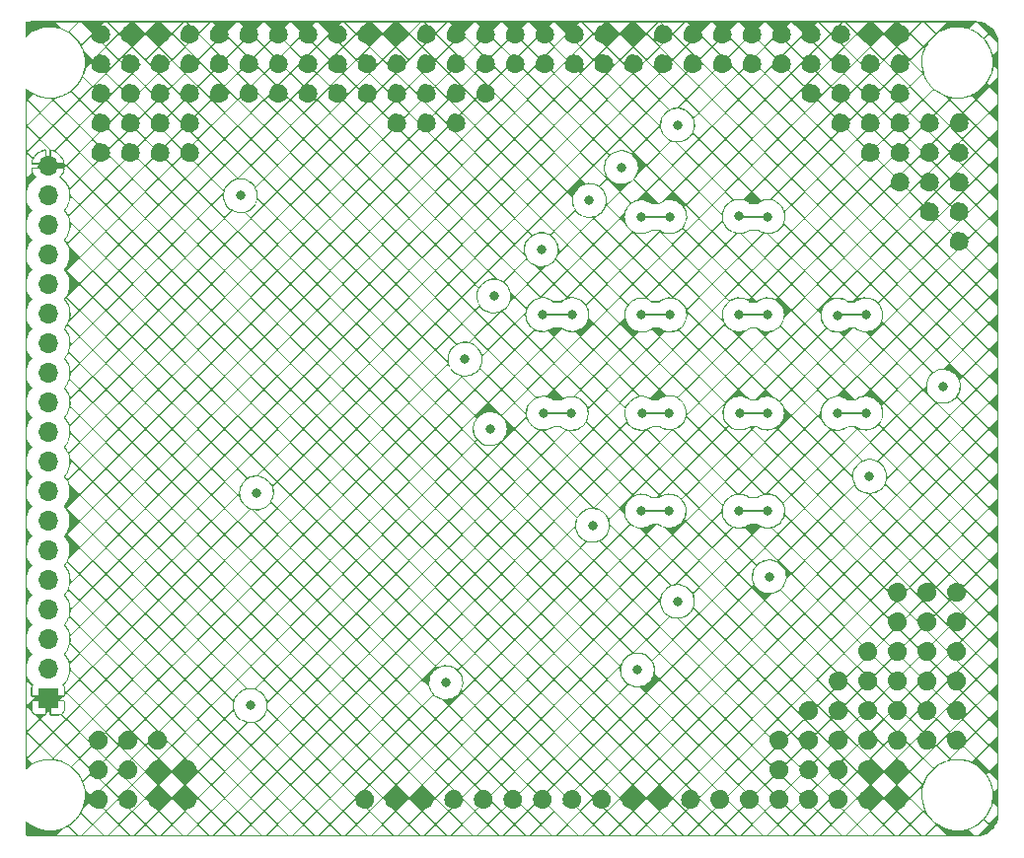
<source format=gbr>
%TF.GenerationSoftware,KiCad,Pcbnew,(6.0.6)*%
%TF.CreationDate,2023-08-17T02:32:06+09:00*%
%TF.ProjectId,SensorBoardRH,53656e73-6f72-4426-9f61-726452482e6b,rev?*%
%TF.SameCoordinates,Original*%
%TF.FileFunction,Copper,L2,Inr*%
%TF.FilePolarity,Positive*%
%FSLAX46Y46*%
G04 Gerber Fmt 4.6, Leading zero omitted, Abs format (unit mm)*
G04 Created by KiCad (PCBNEW (6.0.6)) date 2023-08-17 02:32:06*
%MOMM*%
%LPD*%
G01*
G04 APERTURE LIST*
%TA.AperFunction,ComponentPad*%
%ADD10R,1.700000X1.700000*%
%TD*%
%TA.AperFunction,ComponentPad*%
%ADD11O,1.700000X1.700000*%
%TD*%
%TA.AperFunction,ViaPad*%
%ADD12C,0.800000*%
%TD*%
%TA.AperFunction,Conductor*%
%ADD13C,0.180000*%
%TD*%
%TA.AperFunction,Conductor*%
%ADD14C,0.200000*%
%TD*%
G04 APERTURE END LIST*
D10*
%TO.N,GND*%
%TO.C,J1*%
X111520000Y-115010000D03*
D11*
%TO.N,unconnected-(J1-Pad2)*%
X111520000Y-112470000D03*
%TO.N,unconnected-(J1-Pad3)*%
X111520000Y-109930000D03*
%TO.N,unconnected-(J1-Pad4)*%
X111520000Y-107390000D03*
%TO.N,unconnected-(J1-Pad5)*%
X111520000Y-104850000D03*
%TO.N,unconnected-(J1-Pad6)*%
X111520000Y-102310000D03*
%TO.N,unconnected-(J1-Pad7)*%
X111520000Y-99770000D03*
%TO.N,unconnected-(J1-Pad8)*%
X111520000Y-97230000D03*
%TO.N,unconnected-(J1-Pad9)*%
X111520000Y-94690000D03*
%TO.N,unconnected-(J1-Pad10)*%
X111520000Y-92150000D03*
%TO.N,unconnected-(J1-Pad11)*%
X111520000Y-89610000D03*
%TO.N,unconnected-(J1-Pad12)*%
X111520000Y-87070000D03*
%TO.N,unconnected-(J1-Pad13)*%
X111520000Y-84530000D03*
%TO.N,unconnected-(J1-Pad14)*%
X111520000Y-81990000D03*
%TO.N,unconnected-(J1-Pad15)*%
X111520000Y-79450000D03*
%TO.N,unconnected-(J1-Pad16)*%
X111520000Y-76910000D03*
%TO.N,unconnected-(J1-Pad17)*%
X111520000Y-74370000D03*
%TO.N,unconnected-(J1-Pad18)*%
X111520000Y-71830000D03*
%TO.N,GND*%
X111520000Y-69290000D03*
%TD*%
D12*
%TO.N,GND*%
X118590000Y-65600000D03*
X182090000Y-65600000D03*
X156500000Y-123660000D03*
X186970000Y-105870000D03*
X133830000Y-60520000D03*
X186970000Y-110950000D03*
X136370000Y-63060000D03*
X131290000Y-57980000D03*
X154150000Y-57980000D03*
X141450000Y-60520000D03*
X156690000Y-57980000D03*
X128750000Y-63060000D03*
X151420000Y-123660000D03*
X159230000Y-60520000D03*
X123480000Y-123660000D03*
X174270000Y-123650000D03*
X181890000Y-110950000D03*
X181890000Y-121110000D03*
X149070000Y-63060000D03*
X156690000Y-60520000D03*
X177010000Y-60520000D03*
X141260000Y-123660000D03*
X123670000Y-57980000D03*
X143990000Y-57980000D03*
X151610000Y-57980000D03*
X169390000Y-60520000D03*
X179350000Y-121110000D03*
X121130000Y-65600000D03*
X189510000Y-110950000D03*
X136370000Y-57980000D03*
X131290000Y-63060000D03*
X187170000Y-73220000D03*
X146530000Y-63060000D03*
X146530000Y-57980000D03*
X177010000Y-63060000D03*
X179350000Y-116030000D03*
X116050000Y-57980000D03*
X189510000Y-113490000D03*
X166850000Y-57980000D03*
X118590000Y-68140000D03*
X143990000Y-60520000D03*
X161580000Y-123660000D03*
X184630000Y-63060000D03*
X184630000Y-57980000D03*
X149070000Y-60520000D03*
X136370000Y-60520000D03*
X123480000Y-121120000D03*
X189510000Y-108410000D03*
X186970000Y-118570000D03*
X120930000Y-118580000D03*
X118400000Y-121120000D03*
X126210000Y-63060000D03*
X182090000Y-68140000D03*
X176810000Y-116030000D03*
X161770000Y-57980000D03*
X181890000Y-123650000D03*
X186970000Y-116030000D03*
X182090000Y-60520000D03*
X138720000Y-123660000D03*
X166850000Y-60520000D03*
X118590000Y-57980000D03*
X133830000Y-57980000D03*
X179550000Y-65600000D03*
X189510000Y-105870000D03*
X184430000Y-116030000D03*
X187170000Y-68140000D03*
X123670000Y-60520000D03*
X126210000Y-60520000D03*
X174470000Y-57980000D03*
X177010000Y-57980000D03*
X138910000Y-57980000D03*
X143990000Y-63060000D03*
X116050000Y-68140000D03*
X118400000Y-123660000D03*
X141450000Y-65600000D03*
X187170000Y-65600000D03*
X148880000Y-123660000D03*
X123670000Y-63060000D03*
X184430000Y-118570000D03*
X181890000Y-113490000D03*
X133830000Y-63060000D03*
X189710000Y-73220000D03*
X166660000Y-123660000D03*
X176810000Y-118570000D03*
X182090000Y-57980000D03*
X116050000Y-63060000D03*
X154150000Y-60520000D03*
X116050000Y-60520000D03*
X181890000Y-118570000D03*
X120940000Y-121120000D03*
X171730000Y-123650000D03*
X184440000Y-123660000D03*
X169190000Y-123650000D03*
X189710000Y-70680000D03*
X141450000Y-57980000D03*
X118590000Y-63060000D03*
X138910000Y-60520000D03*
X174270000Y-121110000D03*
X123670000Y-68140000D03*
X184430000Y-108410000D03*
X123670000Y-65600000D03*
X174270000Y-118570000D03*
X189710000Y-65600000D03*
X118390000Y-118580000D03*
X115850000Y-118580000D03*
X184440000Y-121120000D03*
X153960000Y-123660000D03*
X149070000Y-57980000D03*
X115860000Y-123660000D03*
X118590000Y-60520000D03*
X189510000Y-116030000D03*
X143800000Y-123660000D03*
X121130000Y-68140000D03*
X179550000Y-57980000D03*
X186970000Y-108410000D03*
X179350000Y-123650000D03*
X138910000Y-63060000D03*
X186970000Y-113490000D03*
X179550000Y-60520000D03*
X131290000Y-60520000D03*
X151610000Y-60520000D03*
X120940000Y-123660000D03*
X179350000Y-118570000D03*
X121130000Y-63060000D03*
X164120000Y-123660000D03*
X126210000Y-57980000D03*
X181890000Y-116030000D03*
X159230000Y-57980000D03*
X179350000Y-113490000D03*
X146530000Y-60520000D03*
X146340000Y-123660000D03*
X143990000Y-65600000D03*
X128750000Y-57980000D03*
X121130000Y-57980000D03*
X179550000Y-63060000D03*
X176820000Y-121120000D03*
X159040000Y-123660000D03*
X184430000Y-110950000D03*
X184630000Y-60520000D03*
X176810000Y-123650000D03*
X121130000Y-60520000D03*
X171930000Y-60520000D03*
X182090000Y-63060000D03*
X184430000Y-113490000D03*
X184630000Y-70680000D03*
X141450000Y-63060000D03*
X146530000Y-65600000D03*
X189710000Y-75760000D03*
X189510000Y-118570000D03*
X128750000Y-60520000D03*
X189710000Y-68140000D03*
X174470000Y-60520000D03*
X184430000Y-105870000D03*
X115860000Y-121120000D03*
X161770000Y-60520000D03*
X169390000Y-57980000D03*
X164310000Y-57980000D03*
X187170000Y-70680000D03*
X184630000Y-65600000D03*
X184630000Y-68140000D03*
X164310000Y-60520000D03*
X171930000Y-57980000D03*
X116050000Y-65600000D03*
%TO.N,unconnected-(J1-Pad2)*%
X128890000Y-115600000D03*
%TO.N,unconnected-(J1-Pad3)*%
X145670000Y-113640000D03*
%TO.N,unconnected-(J1-Pad4)*%
X162115000Y-112545000D03*
%TO.N,unconnected-(J1-Pad5)*%
X188370000Y-88190000D03*
%TO.N,unconnected-(J1-Pad6)*%
X182040000Y-95930000D03*
%TO.N,unconnected-(J1-Pad7)*%
X173440000Y-104550000D03*
%TO.N,unconnected-(J1-Pad8)*%
X129420000Y-97350000D03*
%TO.N,unconnected-(J1-Pad9)*%
X165550000Y-106660000D03*
%TO.N,unconnected-(J1-Pad10)*%
X173290000Y-98900000D03*
X170840000Y-98910000D03*
X162450000Y-98910000D03*
X164830000Y-98910000D03*
X158270000Y-100130000D03*
%TO.N,unconnected-(J1-Pad11)*%
X162490000Y-90510000D03*
X154050000Y-90500000D03*
X170920000Y-90480000D03*
X164840000Y-90470000D03*
X179300000Y-90510000D03*
X149490000Y-91830000D03*
X173270000Y-90490000D03*
X156430000Y-90530000D03*
X181720000Y-90490000D03*
%TO.N,unconnected-(J1-Pad12)*%
X147310000Y-85860000D03*
%TO.N,unconnected-(J1-Pad13)*%
X181710000Y-82060000D03*
X156490000Y-82040000D03*
X149790000Y-80440000D03*
X164890000Y-82060000D03*
X170860000Y-82060000D03*
X179320000Y-82090000D03*
X173270000Y-82060000D03*
X153980000Y-82040000D03*
X162480000Y-82080000D03*
%TO.N,unconnected-(J1-Pad14)*%
X153870000Y-76460000D03*
%TO.N,unconnected-(J1-Pad15)*%
X162440000Y-73640000D03*
X157990000Y-72240000D03*
X164890000Y-73630000D03*
X170850000Y-73600000D03*
X173310000Y-73620000D03*
%TO.N,unconnected-(J1-Pad16)*%
X160740000Y-69420000D03*
%TO.N,unconnected-(J1-Pad17)*%
X165560000Y-65760000D03*
%TO.N,unconnected-(J1-Pad18)*%
X128040000Y-71830000D03*
%TD*%
D13*
%TO.N,unconnected-(J1-Pad10)*%
X170840000Y-98910000D02*
X173280000Y-98910000D01*
X162450000Y-98910000D02*
X164830000Y-98910000D01*
D14*
X173280000Y-98910000D02*
X173290000Y-98900000D01*
%TO.N,unconnected-(J1-Pad11)*%
X181700000Y-90510000D02*
X181720000Y-90490000D01*
D13*
X154080000Y-90530000D02*
X156430000Y-90530000D01*
X170920000Y-90480000D02*
X173260000Y-90480000D01*
X162490000Y-90510000D02*
X164800000Y-90510000D01*
D14*
X164800000Y-90510000D02*
X164840000Y-90470000D01*
X154050000Y-90500000D02*
X154080000Y-90530000D01*
X173260000Y-90480000D02*
X173270000Y-90490000D01*
D13*
X179300000Y-90510000D02*
X181700000Y-90510000D01*
D14*
%TO.N,unconnected-(J1-Pad13)*%
X173250000Y-82080000D02*
X173270000Y-82060000D01*
X153980000Y-82040000D02*
X154020000Y-82080000D01*
X179320000Y-82090000D02*
X179330000Y-82080000D01*
X156450000Y-82080000D02*
X156490000Y-82040000D01*
X164870000Y-82080000D02*
X164890000Y-82060000D01*
X181690000Y-82080000D02*
X181710000Y-82060000D01*
X170860000Y-82060000D02*
X170880000Y-82080000D01*
D13*
X162480000Y-82080000D02*
X164870000Y-82080000D01*
X154020000Y-82080000D02*
X156450000Y-82080000D01*
X179330000Y-82080000D02*
X181690000Y-82080000D01*
X170880000Y-82080000D02*
X173250000Y-82080000D01*
D14*
%TO.N,unconnected-(J1-Pad15)*%
X162440000Y-73640000D02*
X162450000Y-73650000D01*
X164870000Y-73650000D02*
X164890000Y-73630000D01*
X170850000Y-73600000D02*
X170890000Y-73640000D01*
X173290000Y-73640000D02*
X173310000Y-73620000D01*
D13*
X170890000Y-73640000D02*
X173290000Y-73640000D01*
X162450000Y-73650000D02*
X164870000Y-73650000D01*
%TD*%
%TA.AperFunction,Conductor*%
%TO.N,GND*%
G36*
X146480917Y-56850516D02*
G01*
X191064853Y-56850534D01*
X191066119Y-56850603D01*
X191109303Y-56855301D01*
X191109865Y-56855252D01*
X191109868Y-56855252D01*
X191146297Y-56852071D01*
X191148041Y-56852050D01*
X191356920Y-56865040D01*
X191383597Y-56866699D01*
X191385114Y-56866893D01*
X191640308Y-56916769D01*
X191641776Y-56917156D01*
X191848285Y-56986488D01*
X191888276Y-56999915D01*
X191889692Y-57000496D01*
X192123274Y-57114719D01*
X192124602Y-57115480D01*
X192262267Y-57206801D01*
X192327492Y-57250068D01*
X192341279Y-57259214D01*
X192342495Y-57260141D01*
X192378530Y-57291531D01*
X192538550Y-57430922D01*
X192539636Y-57432000D01*
X192711731Y-57626920D01*
X192712666Y-57628131D01*
X192849423Y-57831329D01*
X192857840Y-57843836D01*
X192858608Y-57845155D01*
X192938487Y-58005780D01*
X192974391Y-58077977D01*
X192974980Y-58079387D01*
X192981109Y-58097246D01*
X193059380Y-58325321D01*
X193059781Y-58326798D01*
X193064091Y-58348092D01*
X193103922Y-58544894D01*
X193111359Y-58581642D01*
X193111563Y-58583154D01*
X193125536Y-58785946D01*
X193126969Y-58806750D01*
X193126928Y-58808816D01*
X193124699Y-58829303D01*
X193124748Y-58829865D01*
X193124748Y-58829868D01*
X193129457Y-58883785D01*
X193129501Y-58884803D01*
X193129500Y-124784710D01*
X193129431Y-124785975D01*
X193124716Y-124829314D01*
X193124765Y-124829876D01*
X193124765Y-124829879D01*
X193127946Y-124866309D01*
X193127967Y-124868053D01*
X193113317Y-125103607D01*
X193113123Y-125105125D01*
X193063759Y-125357694D01*
X193063247Y-125360313D01*
X193062858Y-125361787D01*
X193024797Y-125475152D01*
X192980098Y-125608287D01*
X192979517Y-125609703D01*
X192865294Y-125843286D01*
X192864533Y-125844614D01*
X192720799Y-126061290D01*
X192719872Y-126062506D01*
X192715321Y-126067730D01*
X192549090Y-126258562D01*
X192548012Y-126259648D01*
X192353092Y-126431743D01*
X192351880Y-126432678D01*
X192136172Y-126577855D01*
X192134857Y-126578621D01*
X192045384Y-126623116D01*
X191902035Y-126694404D01*
X191900625Y-126694993D01*
X191788008Y-126733642D01*
X191654691Y-126779394D01*
X191653214Y-126779795D01*
X191568856Y-126796868D01*
X191398363Y-126831375D01*
X191396857Y-126831578D01*
X191173262Y-126846985D01*
X191171201Y-126846944D01*
X191150709Y-126844715D01*
X191150148Y-126844764D01*
X191150144Y-126844764D01*
X191096440Y-126849455D01*
X191095422Y-126849499D01*
X154780300Y-126849484D01*
X110195289Y-126849466D01*
X110194024Y-126849397D01*
X110189444Y-126848899D01*
X110150685Y-126844682D01*
X110150123Y-126844731D01*
X110150120Y-126844731D01*
X110113690Y-126847912D01*
X110111946Y-126847933D01*
X109901416Y-126834839D01*
X109876394Y-126833283D01*
X109874877Y-126833089D01*
X109866102Y-126831374D01*
X109619685Y-126783211D01*
X109618217Y-126782824D01*
X109597976Y-126776028D01*
X109591224Y-126770146D01*
X109590000Y-126764936D01*
X109590000Y-126751495D01*
X180090951Y-126751495D01*
X181873946Y-126751495D01*
X180982448Y-125859997D01*
X180090951Y-126751495D01*
X109590000Y-126751495D01*
X109590000Y-126751483D01*
X150675321Y-126751483D01*
X152458292Y-126751483D01*
X151566806Y-125859997D01*
X150675321Y-126751483D01*
X109590000Y-126751483D01*
X109590000Y-126751471D01*
X121259690Y-126751471D01*
X123042638Y-126751471D01*
X122151164Y-125859997D01*
X121259690Y-126751471D01*
X109590000Y-126751471D01*
X109590000Y-126751467D01*
X112208728Y-126751467D01*
X113991668Y-126751468D01*
X113225777Y-125985577D01*
X113093951Y-126062609D01*
X113093657Y-126062775D01*
X113089868Y-126064845D01*
X113089568Y-126065003D01*
X113088368Y-126065614D01*
X113088065Y-126065763D01*
X113084201Y-126067592D01*
X113083898Y-126067730D01*
X112767054Y-126206815D01*
X112766746Y-126206945D01*
X112762779Y-126208553D01*
X112762465Y-126208675D01*
X112761202Y-126209145D01*
X112760882Y-126209259D01*
X112756799Y-126210645D01*
X112756478Y-126210749D01*
X112746320Y-126213874D01*
X112208728Y-126751467D01*
X109590000Y-126751467D01*
X109590000Y-125481600D01*
X109593427Y-125473327D01*
X109601700Y-125469900D01*
X109609574Y-125472946D01*
X109788524Y-125635778D01*
X110069527Y-125837699D01*
X110371876Y-126005985D01*
X110691563Y-126138403D01*
X111024352Y-126233201D01*
X111079355Y-126242208D01*
X111365492Y-126289065D01*
X111365501Y-126289066D01*
X111365831Y-126289120D01*
X111711474Y-126305420D01*
X111711796Y-126305398D01*
X111711803Y-126305398D01*
X111938036Y-126289975D01*
X112056700Y-126281885D01*
X112396933Y-126218827D01*
X112435979Y-126206815D01*
X112727345Y-126117179D01*
X112727348Y-126117178D01*
X112727663Y-126117081D01*
X112886085Y-126047539D01*
X113044200Y-125978131D01*
X113044203Y-125978129D01*
X113044507Y-125977996D01*
X113119010Y-125934460D01*
X113313253Y-125934460D01*
X114130261Y-126751468D01*
X114332875Y-126751468D01*
X114471468Y-126751468D01*
X116254410Y-126751468D01*
X115362939Y-125859997D01*
X114471468Y-126751468D01*
X114332875Y-126751468D01*
X115293643Y-125790701D01*
X115432235Y-125790701D01*
X116393003Y-126751469D01*
X116595616Y-126751469D01*
X116734209Y-126751469D01*
X118517153Y-126751469D01*
X117625681Y-125859997D01*
X116734209Y-126751469D01*
X116595616Y-126751469D01*
X117556385Y-125790701D01*
X117694977Y-125790701D01*
X118655746Y-126751469D01*
X118858357Y-126751470D01*
X118996950Y-126751470D01*
X120779895Y-126751470D01*
X119888422Y-125859997D01*
X118996950Y-126751470D01*
X118858357Y-126751470D01*
X119819126Y-125790701D01*
X119957719Y-125790701D01*
X120918488Y-126751470D01*
X121121098Y-126751470D01*
X122081868Y-125790701D01*
X122220460Y-125790701D01*
X123181231Y-126751471D01*
X123383839Y-126751471D01*
X123522432Y-126751471D01*
X125305381Y-126751472D01*
X124413906Y-125859997D01*
X123522432Y-126751471D01*
X123383839Y-126751471D01*
X124344610Y-125790701D01*
X124483202Y-125790701D01*
X125443974Y-126751472D01*
X125646580Y-126751472D01*
X125785173Y-126751472D01*
X127568123Y-126751473D01*
X126676648Y-125859997D01*
X125785173Y-126751472D01*
X125646580Y-126751472D01*
X126607351Y-125790701D01*
X126745944Y-125790701D01*
X127706716Y-126751473D01*
X127909320Y-126751473D01*
X128047914Y-126751473D01*
X129830866Y-126751474D01*
X128939389Y-125859997D01*
X128047914Y-126751473D01*
X127909320Y-126751473D01*
X128870093Y-125790701D01*
X129008685Y-125790701D01*
X129969459Y-126751474D01*
X130172061Y-126751474D01*
X130310654Y-126751474D01*
X132093609Y-126751475D01*
X131202131Y-125859997D01*
X130310654Y-126751474D01*
X130172061Y-126751474D01*
X131132835Y-125790701D01*
X131271427Y-125790701D01*
X132232202Y-126751475D01*
X132434802Y-126751475D01*
X132573395Y-126751475D01*
X134356351Y-126751476D01*
X133464873Y-125859997D01*
X132573395Y-126751475D01*
X132434802Y-126751475D01*
X133395576Y-125790701D01*
X133534169Y-125790701D01*
X134494944Y-126751476D01*
X134697542Y-126751476D01*
X134836136Y-126751476D01*
X136619094Y-126751477D01*
X135727614Y-125859997D01*
X134836136Y-126751476D01*
X134697542Y-126751476D01*
X135658318Y-125790701D01*
X135796911Y-125790701D01*
X136757687Y-126751477D01*
X136960283Y-126751477D01*
X137098876Y-126751477D01*
X138881837Y-126751478D01*
X137990356Y-125859997D01*
X137098876Y-126751477D01*
X136960283Y-126751477D01*
X137921060Y-125790701D01*
X138059652Y-125790701D01*
X139020430Y-126751478D01*
X139223024Y-126751478D01*
X139361617Y-126751478D01*
X141144579Y-126751479D01*
X140253098Y-125859997D01*
X139361617Y-126751478D01*
X139223024Y-126751478D01*
X140183802Y-125790701D01*
X140322394Y-125790701D01*
X141283173Y-126751479D01*
X141485765Y-126751479D01*
X141624358Y-126751479D01*
X143407322Y-126751480D01*
X142515839Y-125859997D01*
X141624358Y-126751479D01*
X141485765Y-126751479D01*
X142446543Y-125790701D01*
X142585136Y-125790701D01*
X143545915Y-126751480D01*
X143748505Y-126751480D01*
X143887098Y-126751480D01*
X145670064Y-126751480D01*
X144778581Y-125859997D01*
X143887098Y-126751480D01*
X143748505Y-126751480D01*
X144709285Y-125790701D01*
X144847877Y-125790701D01*
X145808657Y-126751481D01*
X146011246Y-126751481D01*
X146149839Y-126751481D01*
X147932807Y-126751481D01*
X147041323Y-125859997D01*
X146149839Y-126751481D01*
X146011246Y-126751481D01*
X146972027Y-125790701D01*
X147110619Y-125790701D01*
X148071400Y-126751481D01*
X148273987Y-126751482D01*
X148412580Y-126751482D01*
X150195549Y-126751482D01*
X149304065Y-125859997D01*
X148412580Y-126751482D01*
X148273987Y-126751482D01*
X149234768Y-125790701D01*
X149373361Y-125790701D01*
X150334142Y-126751482D01*
X150536728Y-126751482D01*
X151497510Y-125790701D01*
X151636102Y-125790701D01*
X152596885Y-126751483D01*
X152799469Y-126751483D01*
X152938062Y-126751483D01*
X154721035Y-126751484D01*
X153829548Y-125859997D01*
X152938062Y-126751483D01*
X152799469Y-126751483D01*
X153760252Y-125790701D01*
X153898844Y-125790701D01*
X154859628Y-126751484D01*
X155062210Y-126751484D01*
X155200803Y-126751484D01*
X156983777Y-126751485D01*
X156092290Y-125859997D01*
X155200803Y-126751484D01*
X155062210Y-126751484D01*
X156022993Y-125790701D01*
X156161586Y-125790701D01*
X157122370Y-126751485D01*
X157324950Y-126751485D01*
X157463544Y-126751485D01*
X159246520Y-126751486D01*
X158355031Y-125859997D01*
X157463544Y-126751485D01*
X157324950Y-126751485D01*
X158285735Y-125790701D01*
X158424328Y-125790701D01*
X159385113Y-126751486D01*
X159587691Y-126751486D01*
X159726284Y-126751486D01*
X161509263Y-126751487D01*
X160617773Y-125859997D01*
X159726284Y-126751486D01*
X159587691Y-126751486D01*
X160548477Y-125790701D01*
X160687069Y-125790701D01*
X161647856Y-126751487D01*
X161850432Y-126751487D01*
X161989025Y-126751487D01*
X163772005Y-126751488D01*
X162880515Y-125859997D01*
X161989025Y-126751487D01*
X161850432Y-126751487D01*
X162811219Y-125790701D01*
X162949811Y-125790701D01*
X163910599Y-126751488D01*
X164113173Y-126751488D01*
X164251766Y-126751488D01*
X166034748Y-126751489D01*
X165143256Y-125859997D01*
X164251766Y-126751488D01*
X164113173Y-126751488D01*
X165073960Y-125790701D01*
X165212553Y-125790701D01*
X166173341Y-126751489D01*
X166375913Y-126751489D01*
X166514506Y-126751489D01*
X168297491Y-126751490D01*
X167405998Y-125859997D01*
X166514506Y-126751489D01*
X166375913Y-126751489D01*
X167336702Y-125790701D01*
X167475294Y-125790701D01*
X168436084Y-126751490D01*
X168638654Y-126751490D01*
X168777247Y-126751490D01*
X170560234Y-126751491D01*
X169668740Y-125859997D01*
X168777247Y-126751490D01*
X168638654Y-126751490D01*
X169599444Y-125790701D01*
X169738036Y-125790701D01*
X170698827Y-126751491D01*
X170901395Y-126751491D01*
X171039988Y-126751491D01*
X172822976Y-126751492D01*
X171931482Y-125859997D01*
X171039988Y-126751491D01*
X170901395Y-126751491D01*
X171862185Y-125790701D01*
X172000778Y-125790701D01*
X172961569Y-126751492D01*
X173164135Y-126751492D01*
X173302729Y-126751492D01*
X175085718Y-126751492D01*
X174194223Y-125859997D01*
X173302729Y-126751492D01*
X173164135Y-126751492D01*
X174124927Y-125790701D01*
X174263519Y-125790701D01*
X175224311Y-126751493D01*
X175426876Y-126751493D01*
X175565469Y-126751493D01*
X177348461Y-126751493D01*
X176456965Y-125859997D01*
X175565469Y-126751493D01*
X175426876Y-126751493D01*
X176387669Y-125790701D01*
X176526261Y-125790701D01*
X177487054Y-126751493D01*
X177689617Y-126751494D01*
X177828210Y-126751494D01*
X179611203Y-126751494D01*
X178719707Y-125859997D01*
X177828210Y-126751494D01*
X177689617Y-126751494D01*
X178650410Y-125790701D01*
X178789003Y-125790701D01*
X179749796Y-126751494D01*
X179952358Y-126751494D01*
X180913152Y-125790701D01*
X181051745Y-125790701D01*
X182012539Y-126751495D01*
X182215099Y-126751495D01*
X182353692Y-126751495D01*
X184136689Y-126751496D01*
X183245190Y-125859997D01*
X182353692Y-126751495D01*
X182215099Y-126751495D01*
X183175894Y-125790701D01*
X183314486Y-125790701D01*
X184275282Y-126751496D01*
X184477840Y-126751496D01*
X184616433Y-126751496D01*
X186399431Y-126751497D01*
X185507932Y-125859997D01*
X184616433Y-126751496D01*
X184477840Y-126751496D01*
X185438636Y-125790701D01*
X185577228Y-125790701D01*
X186538025Y-126751497D01*
X186740581Y-126751497D01*
X186879174Y-126751497D01*
X188662174Y-126751498D01*
X187770673Y-125859997D01*
X186879174Y-126751497D01*
X186740581Y-126751497D01*
X187701377Y-125790701D01*
X187582269Y-125671592D01*
X187366637Y-125475383D01*
X187366390Y-125475152D01*
X187363296Y-125472169D01*
X187363057Y-125471932D01*
X187362114Y-125470969D01*
X187361882Y-125470724D01*
X187358967Y-125467570D01*
X187358742Y-125467320D01*
X187227153Y-125316477D01*
X186639303Y-124728626D01*
X185577228Y-125790701D01*
X185438636Y-125790701D01*
X184376561Y-124728626D01*
X183314486Y-125790701D01*
X183175894Y-125790701D01*
X182113819Y-124728626D01*
X181051745Y-125790701D01*
X180913152Y-125790701D01*
X179851077Y-124728626D01*
X178789003Y-125790701D01*
X178650410Y-125790701D01*
X177588336Y-124728626D01*
X176526261Y-125790701D01*
X176387669Y-125790701D01*
X175325594Y-124728626D01*
X174263519Y-125790701D01*
X174124927Y-125790701D01*
X173062852Y-124728626D01*
X172000778Y-125790701D01*
X171862185Y-125790701D01*
X170800111Y-124728626D01*
X169738036Y-125790701D01*
X169599444Y-125790701D01*
X168537369Y-124728626D01*
X167475294Y-125790701D01*
X167336702Y-125790701D01*
X166274627Y-124728626D01*
X165212553Y-125790701D01*
X165073960Y-125790701D01*
X164011886Y-124728626D01*
X162949811Y-125790701D01*
X162811219Y-125790701D01*
X161749144Y-124728626D01*
X160687069Y-125790701D01*
X160548477Y-125790701D01*
X159486402Y-124728626D01*
X158424328Y-125790701D01*
X158285735Y-125790701D01*
X157223660Y-124728626D01*
X156161586Y-125790701D01*
X156022993Y-125790701D01*
X154960919Y-124728626D01*
X153898844Y-125790701D01*
X153760252Y-125790701D01*
X152698177Y-124728626D01*
X151636102Y-125790701D01*
X151497510Y-125790701D01*
X150435435Y-124728626D01*
X149373361Y-125790701D01*
X149234768Y-125790701D01*
X148172694Y-124728626D01*
X147110619Y-125790701D01*
X146972027Y-125790701D01*
X145909952Y-124728626D01*
X144847877Y-125790701D01*
X144709285Y-125790701D01*
X143647210Y-124728626D01*
X142585136Y-125790701D01*
X142446543Y-125790701D01*
X141384469Y-124728626D01*
X140322394Y-125790701D01*
X140183802Y-125790701D01*
X139121727Y-124728626D01*
X138059652Y-125790701D01*
X137921060Y-125790701D01*
X136858985Y-124728626D01*
X135796911Y-125790701D01*
X135658318Y-125790701D01*
X134596243Y-124728626D01*
X133534169Y-125790701D01*
X133395576Y-125790701D01*
X132333502Y-124728626D01*
X131271427Y-125790701D01*
X131132835Y-125790701D01*
X130070760Y-124728626D01*
X129008685Y-125790701D01*
X128870093Y-125790701D01*
X127808018Y-124728626D01*
X126745944Y-125790701D01*
X126607351Y-125790701D01*
X125545277Y-124728626D01*
X124483202Y-125790701D01*
X124344610Y-125790701D01*
X123282535Y-124728626D01*
X122220460Y-125790701D01*
X122081868Y-125790701D01*
X121019793Y-124728626D01*
X119957719Y-125790701D01*
X119819126Y-125790701D01*
X118757052Y-124728626D01*
X117694977Y-125790701D01*
X117556385Y-125790701D01*
X116494310Y-124728626D01*
X115432235Y-125790701D01*
X115293643Y-125790701D01*
X114362728Y-124859786D01*
X114174845Y-125145810D01*
X114174656Y-125146089D01*
X114172190Y-125149617D01*
X114171992Y-125149891D01*
X114171189Y-125150972D01*
X114170986Y-125151238D01*
X114168332Y-125154605D01*
X114168119Y-125154867D01*
X113946160Y-125420327D01*
X113945940Y-125420583D01*
X113943094Y-125423794D01*
X113942868Y-125424041D01*
X113941946Y-125425023D01*
X113941711Y-125425266D01*
X113938677Y-125428316D01*
X113938436Y-125428552D01*
X113687437Y-125666741D01*
X113687189Y-125666970D01*
X113683971Y-125669852D01*
X113683714Y-125670075D01*
X113682685Y-125670944D01*
X113682424Y-125671158D01*
X113679082Y-125673819D01*
X113678819Y-125674022D01*
X113402106Y-125881784D01*
X113401837Y-125881981D01*
X113398350Y-125884447D01*
X113398072Y-125884637D01*
X113396950Y-125885383D01*
X113396665Y-125885567D01*
X113392999Y-125887854D01*
X113392709Y-125888029D01*
X113313253Y-125934460D01*
X113119010Y-125934460D01*
X113343265Y-125803416D01*
X113518838Y-125671592D01*
X113619706Y-125595859D01*
X113619714Y-125595852D01*
X113619978Y-125595654D01*
X113799786Y-125425023D01*
X113870736Y-125357694D01*
X113870739Y-125357691D01*
X113870977Y-125357465D01*
X113912756Y-125307498D01*
X114092723Y-125092260D01*
X114092725Y-125092258D01*
X114092936Y-125092005D01*
X114189421Y-124945120D01*
X114282732Y-124803068D01*
X114282734Y-124803064D01*
X114282913Y-124802792D01*
X114300220Y-124768382D01*
X114409916Y-124768382D01*
X115362939Y-125721405D01*
X116425014Y-124659330D01*
X116563606Y-124659330D01*
X117625681Y-125721405D01*
X118687755Y-124659330D01*
X118826348Y-124659330D01*
X119888422Y-125721405D01*
X120950497Y-124659330D01*
X121089089Y-124659330D01*
X122151164Y-125721405D01*
X123213239Y-124659330D01*
X123351831Y-124659330D01*
X124413906Y-125721405D01*
X125475981Y-124659330D01*
X125614573Y-124659330D01*
X126676648Y-125721405D01*
X127738722Y-124659330D01*
X127877315Y-124659330D01*
X128939389Y-125721405D01*
X130001464Y-124659330D01*
X130140056Y-124659330D01*
X131202131Y-125721405D01*
X132264206Y-124659330D01*
X132402798Y-124659330D01*
X133464873Y-125721405D01*
X134526947Y-124659330D01*
X134665540Y-124659330D01*
X135727614Y-125721405D01*
X136789689Y-124659330D01*
X136928281Y-124659330D01*
X137990356Y-125721405D01*
X139052431Y-124659330D01*
X139191023Y-124659330D01*
X140253098Y-125721405D01*
X141315172Y-124659330D01*
X141453765Y-124659330D01*
X142515839Y-125721405D01*
X143577914Y-124659330D01*
X143716506Y-124659330D01*
X144778581Y-125721405D01*
X145840656Y-124659330D01*
X145979248Y-124659330D01*
X147041323Y-125721405D01*
X148103398Y-124659330D01*
X148241990Y-124659330D01*
X149304065Y-125721405D01*
X150366139Y-124659330D01*
X150504732Y-124659330D01*
X151566806Y-125721405D01*
X152628881Y-124659330D01*
X152767473Y-124659330D01*
X153829548Y-125721405D01*
X154891623Y-124659330D01*
X155030215Y-124659330D01*
X156092290Y-125721405D01*
X157154364Y-124659330D01*
X157292957Y-124659330D01*
X158355031Y-125721405D01*
X159417106Y-124659330D01*
X159555698Y-124659330D01*
X160617773Y-125721405D01*
X161679848Y-124659330D01*
X161818440Y-124659330D01*
X162880515Y-125721405D01*
X163942589Y-124659330D01*
X164081182Y-124659330D01*
X165143256Y-125721405D01*
X166205331Y-124659330D01*
X166343923Y-124659330D01*
X167405998Y-125721405D01*
X168468073Y-124659330D01*
X168606665Y-124659330D01*
X169668740Y-125721405D01*
X170730815Y-124659330D01*
X170869407Y-124659330D01*
X171931482Y-125721405D01*
X172993556Y-124659330D01*
X173132149Y-124659330D01*
X174194223Y-125721405D01*
X175256298Y-124659330D01*
X175394890Y-124659330D01*
X176456965Y-125721405D01*
X177519040Y-124659330D01*
X177657632Y-124659330D01*
X178719707Y-125721405D01*
X179781781Y-124659330D01*
X179920374Y-124659330D01*
X180982448Y-125721405D01*
X182044523Y-124659330D01*
X182183115Y-124659330D01*
X183245190Y-125721405D01*
X184307265Y-124659330D01*
X184445857Y-124659330D01*
X185507932Y-125721405D01*
X186570006Y-124659330D01*
X185507932Y-123597255D01*
X185206349Y-123898838D01*
X185157550Y-124027305D01*
X185156358Y-124029625D01*
X185058343Y-124177149D01*
X185056667Y-124179147D01*
X184928404Y-124301291D01*
X184926326Y-124302868D01*
X184774189Y-124393559D01*
X184771813Y-124394636D01*
X184681065Y-124424122D01*
X184445857Y-124659330D01*
X184307265Y-124659330D01*
X183934972Y-124287037D01*
X183927180Y-124281938D01*
X183925171Y-124280276D01*
X183839600Y-124191665D01*
X183245190Y-123597255D01*
X182183115Y-124659330D01*
X182044523Y-124659330D01*
X181836352Y-124451159D01*
X181696254Y-124432466D01*
X181693723Y-124431835D01*
X181527714Y-124370097D01*
X181525385Y-124368921D01*
X181377180Y-124271938D01*
X181375171Y-124270276D01*
X181252135Y-124142869D01*
X181250543Y-124140802D01*
X181158792Y-123989302D01*
X181157698Y-123986934D01*
X181101791Y-123818872D01*
X181101249Y-123816321D01*
X181090349Y-123705156D01*
X180982448Y-123597255D01*
X179920374Y-124659330D01*
X179781781Y-124659330D01*
X179549936Y-124427485D01*
X179513365Y-124439368D01*
X179510810Y-124439893D01*
X179334422Y-124455946D01*
X179331815Y-124455891D01*
X179156254Y-124432466D01*
X179153723Y-124431835D01*
X178987714Y-124370097D01*
X178985385Y-124368921D01*
X178837180Y-124271938D01*
X178835171Y-124270276D01*
X178712135Y-124142869D01*
X178710543Y-124140802D01*
X178618792Y-123989302D01*
X178617698Y-123986934D01*
X178561791Y-123818872D01*
X178561249Y-123816321D01*
X178555837Y-123761125D01*
X177657632Y-124659330D01*
X177519040Y-124659330D01*
X177206265Y-124346555D01*
X177144189Y-124383559D01*
X177141813Y-124384636D01*
X176973365Y-124439368D01*
X176970810Y-124439893D01*
X176794422Y-124455946D01*
X176791815Y-124455891D01*
X176616254Y-124432466D01*
X176613723Y-124431835D01*
X176447714Y-124370097D01*
X176445385Y-124368921D01*
X176297180Y-124271938D01*
X176295171Y-124270276D01*
X176172135Y-124142869D01*
X176170543Y-124140802D01*
X176078792Y-123989302D01*
X176077698Y-123986934D01*
X176075099Y-123979121D01*
X175394890Y-124659330D01*
X175256298Y-124659330D01*
X174824918Y-124227950D01*
X174758404Y-124291291D01*
X174756326Y-124292868D01*
X174604189Y-124383559D01*
X174601813Y-124384636D01*
X174433365Y-124439368D01*
X174430810Y-124439893D01*
X174254422Y-124455946D01*
X174251815Y-124455891D01*
X174076254Y-124432466D01*
X174073723Y-124431835D01*
X173907714Y-124370097D01*
X173905385Y-124368921D01*
X173757180Y-124271938D01*
X173755171Y-124270276D01*
X173640228Y-124151250D01*
X173132149Y-124659330D01*
X172993556Y-124659330D01*
X172409431Y-124075205D01*
X172348343Y-124167149D01*
X172346667Y-124169147D01*
X172218404Y-124291291D01*
X172216326Y-124292868D01*
X172064189Y-124383559D01*
X172061813Y-124384636D01*
X171893365Y-124439368D01*
X171890810Y-124439893D01*
X171714422Y-124455946D01*
X171711815Y-124455891D01*
X171536254Y-124432466D01*
X171533723Y-124431835D01*
X171367714Y-124370097D01*
X171365386Y-124368921D01*
X171241128Y-124287609D01*
X170869407Y-124659330D01*
X170730815Y-124659330D01*
X169957443Y-123885958D01*
X169907550Y-124017305D01*
X169906358Y-124019625D01*
X169808343Y-124167149D01*
X169806667Y-124169147D01*
X169678404Y-124291291D01*
X169676326Y-124292868D01*
X169524189Y-124383559D01*
X169521813Y-124384636D01*
X169353365Y-124439368D01*
X169350810Y-124439893D01*
X169174422Y-124455946D01*
X169171815Y-124455891D01*
X168996254Y-124432466D01*
X168993723Y-124431835D01*
X168877415Y-124388580D01*
X168606665Y-124659330D01*
X168468073Y-124659330D01*
X167465925Y-123657182D01*
X167466095Y-123658696D01*
X167466167Y-123660163D01*
X167465857Y-123682346D01*
X167465744Y-123683811D01*
X167441094Y-123859204D01*
X167440445Y-123861731D01*
X167377550Y-124027305D01*
X167376358Y-124029625D01*
X167278343Y-124177149D01*
X167276667Y-124179147D01*
X167148404Y-124301291D01*
X167146326Y-124302868D01*
X166994189Y-124393559D01*
X166991813Y-124394636D01*
X166823365Y-124449368D01*
X166820810Y-124449893D01*
X166644422Y-124465946D01*
X166641815Y-124465891D01*
X166549658Y-124453595D01*
X166343923Y-124659330D01*
X166205331Y-124659330D01*
X165143256Y-123597255D01*
X164904329Y-123836182D01*
X164901094Y-123859204D01*
X164900445Y-123861731D01*
X164837550Y-124027305D01*
X164836358Y-124029625D01*
X164738343Y-124177149D01*
X164736667Y-124179147D01*
X164608404Y-124301291D01*
X164606326Y-124302868D01*
X164454189Y-124393559D01*
X164451813Y-124394636D01*
X164294887Y-124445624D01*
X164081182Y-124659330D01*
X163942589Y-124659330D01*
X162880515Y-123597255D01*
X161818440Y-124659330D01*
X161679848Y-124659330D01*
X161474798Y-124454280D01*
X161386254Y-124442466D01*
X161383723Y-124441835D01*
X161217714Y-124380097D01*
X161215385Y-124378921D01*
X161067180Y-124281938D01*
X161065171Y-124280276D01*
X160942135Y-124152869D01*
X160940543Y-124150802D01*
X160848792Y-123999302D01*
X160847698Y-123996934D01*
X160791791Y-123828872D01*
X160791249Y-123826321D01*
X160785206Y-123764688D01*
X160617773Y-123597255D01*
X159555698Y-124659330D01*
X159417106Y-124659330D01*
X159206217Y-124448441D01*
X159203365Y-124449368D01*
X159200810Y-124449893D01*
X159024422Y-124465946D01*
X159021815Y-124465891D01*
X158846254Y-124442466D01*
X158843723Y-124441835D01*
X158677714Y-124380097D01*
X158675385Y-124378921D01*
X158527180Y-124281938D01*
X158525171Y-124280276D01*
X158402135Y-124152869D01*
X158400543Y-124150802D01*
X158308792Y-123999302D01*
X158307698Y-123996934D01*
X158251791Y-123828872D01*
X158251249Y-123826321D01*
X158240061Y-123712225D01*
X157292957Y-124659330D01*
X157154364Y-124659330D01*
X156868275Y-124373241D01*
X156834189Y-124393559D01*
X156831813Y-124394636D01*
X156663365Y-124449368D01*
X156660810Y-124449893D01*
X156484422Y-124465946D01*
X156481815Y-124465891D01*
X156306254Y-124442466D01*
X156303723Y-124441835D01*
X156137714Y-124380097D01*
X156135385Y-124378921D01*
X155987180Y-124281938D01*
X155985171Y-124280276D01*
X155862135Y-124152869D01*
X155860543Y-124150802D01*
X155768792Y-123999302D01*
X155767698Y-123996934D01*
X155748955Y-123940590D01*
X155030215Y-124659330D01*
X154891623Y-124659330D01*
X154492035Y-124259742D01*
X154448404Y-124301291D01*
X154446326Y-124302868D01*
X154294189Y-124393559D01*
X154291813Y-124394636D01*
X154123365Y-124449368D01*
X154120810Y-124449893D01*
X153944422Y-124465946D01*
X153941815Y-124465891D01*
X153766254Y-124442466D01*
X153763723Y-124441835D01*
X153597714Y-124380097D01*
X153595385Y-124378921D01*
X153447180Y-124281938D01*
X153445171Y-124280276D01*
X153322135Y-124152869D01*
X153320543Y-124150802D01*
X153303743Y-124123060D01*
X152767473Y-124659330D01*
X152628881Y-124659330D01*
X152081597Y-124112046D01*
X152038343Y-124177149D01*
X152036667Y-124179147D01*
X151908404Y-124301291D01*
X151906326Y-124302868D01*
X151754189Y-124393559D01*
X151751813Y-124394636D01*
X151583365Y-124449368D01*
X151580810Y-124449893D01*
X151404422Y-124465946D01*
X151401815Y-124465891D01*
X151226254Y-124442466D01*
X151223723Y-124441835D01*
X151057714Y-124380097D01*
X151055385Y-124378921D01*
X150907180Y-124281938D01*
X150905171Y-124280276D01*
X150894665Y-124269397D01*
X150504732Y-124659330D01*
X150366139Y-124659330D01*
X149635145Y-123928335D01*
X149597550Y-124027305D01*
X149596358Y-124029625D01*
X149498343Y-124177149D01*
X149496667Y-124179147D01*
X149368404Y-124301291D01*
X149366326Y-124302868D01*
X149214189Y-124393559D01*
X149211813Y-124394636D01*
X149043365Y-124449368D01*
X149040810Y-124449893D01*
X148864422Y-124465946D01*
X148861815Y-124465891D01*
X148686254Y-124442466D01*
X148683723Y-124441835D01*
X148520272Y-124381048D01*
X148241990Y-124659330D01*
X148103398Y-124659330D01*
X147143543Y-123699475D01*
X147121094Y-123859204D01*
X147120445Y-123861731D01*
X147057550Y-124027305D01*
X147056358Y-124029625D01*
X146958343Y-124177149D01*
X146956667Y-124179147D01*
X146828404Y-124301291D01*
X146826326Y-124302868D01*
X146674189Y-124393559D01*
X146671813Y-124394636D01*
X146503365Y-124449368D01*
X146500810Y-124449893D01*
X146324422Y-124465946D01*
X146321815Y-124465891D01*
X146190242Y-124448336D01*
X145979248Y-124659330D01*
X145840656Y-124659330D01*
X144778581Y-123597255D01*
X144591635Y-123784201D01*
X144581094Y-123859204D01*
X144580445Y-123861731D01*
X144517550Y-124027305D01*
X144516358Y-124029625D01*
X144418343Y-124177149D01*
X144416667Y-124179147D01*
X144288404Y-124301291D01*
X144286326Y-124302868D01*
X144134189Y-124393559D01*
X144131813Y-124394636D01*
X143963365Y-124449368D01*
X143960810Y-124449893D01*
X143922452Y-124453384D01*
X143716506Y-124659330D01*
X143577914Y-124659330D01*
X142515839Y-123597255D01*
X141453765Y-124659330D01*
X141315172Y-124659330D01*
X141103244Y-124447401D01*
X141066254Y-124442466D01*
X141063723Y-124441835D01*
X140897714Y-124380097D01*
X140895385Y-124378921D01*
X140747180Y-124281938D01*
X140745171Y-124280276D01*
X140622135Y-124152869D01*
X140620543Y-124150802D01*
X140528792Y-123999302D01*
X140527698Y-123996934D01*
X140471791Y-123828872D01*
X140471249Y-123826321D01*
X140470063Y-123814220D01*
X140253098Y-123597255D01*
X139191023Y-124659330D01*
X139052431Y-124659330D01*
X138846149Y-124453048D01*
X138704422Y-124465946D01*
X138701815Y-124465891D01*
X138526254Y-124442466D01*
X138523723Y-124441835D01*
X138357714Y-124380097D01*
X138355385Y-124378921D01*
X138207180Y-124281938D01*
X138205171Y-124280276D01*
X138082135Y-124152869D01*
X138080543Y-124150802D01*
X137988792Y-123999302D01*
X137987698Y-123996934D01*
X137931791Y-123828872D01*
X137931249Y-123826321D01*
X137916072Y-123671539D01*
X136928281Y-124659330D01*
X136789689Y-124659330D01*
X135727614Y-123597255D01*
X134665540Y-124659330D01*
X134526947Y-124659330D01*
X133464873Y-123597255D01*
X132402798Y-124659330D01*
X132264206Y-124659330D01*
X131202131Y-123597255D01*
X130140056Y-124659330D01*
X130001464Y-124659330D01*
X128939389Y-123597255D01*
X127877315Y-124659330D01*
X127738722Y-124659330D01*
X126676648Y-123597255D01*
X125614573Y-124659330D01*
X125475981Y-124659330D01*
X124413906Y-123597255D01*
X124278940Y-123732221D01*
X124261094Y-123859204D01*
X124260445Y-123861731D01*
X124197550Y-124027305D01*
X124196358Y-124029625D01*
X124098343Y-124177149D01*
X124096667Y-124179147D01*
X123968404Y-124301291D01*
X123966326Y-124302868D01*
X123814189Y-124393559D01*
X123811813Y-124394636D01*
X123643365Y-124449368D01*
X123640810Y-124449893D01*
X123553304Y-124457857D01*
X123351831Y-124659330D01*
X123213239Y-124659330D01*
X122151164Y-123597255D01*
X121089089Y-124659330D01*
X120950497Y-124659330D01*
X120726655Y-124435488D01*
X120577714Y-124380097D01*
X120575385Y-124378921D01*
X120427180Y-124281938D01*
X120425171Y-124280276D01*
X120302135Y-124152869D01*
X120300543Y-124150802D01*
X120208792Y-123999302D01*
X120207698Y-123996934D01*
X120167619Y-123876452D01*
X119888422Y-123597255D01*
X118826348Y-124659330D01*
X118687755Y-124659330D01*
X118485200Y-124456775D01*
X118384422Y-124465946D01*
X118381815Y-124465891D01*
X118206254Y-124442466D01*
X118203723Y-124441835D01*
X118037714Y-124380097D01*
X118035385Y-124378921D01*
X117887180Y-124281938D01*
X117885171Y-124280276D01*
X117762135Y-124152869D01*
X117760543Y-124150802D01*
X117668792Y-123999302D01*
X117667698Y-123996934D01*
X117611791Y-123828872D01*
X117611249Y-123826321D01*
X117593965Y-123650049D01*
X117594001Y-123647441D01*
X117596677Y-123626259D01*
X116563606Y-124659330D01*
X116425014Y-124659330D01*
X116168043Y-124402359D01*
X116023365Y-124449368D01*
X116020810Y-124449893D01*
X115844422Y-124465946D01*
X115841815Y-124465891D01*
X115666254Y-124442466D01*
X115663723Y-124441835D01*
X115497714Y-124380097D01*
X115495385Y-124378921D01*
X115347180Y-124281938D01*
X115345171Y-124280276D01*
X115222135Y-124152869D01*
X115220543Y-124150802D01*
X115128792Y-123999302D01*
X115127698Y-123996934D01*
X115086651Y-123873543D01*
X114586731Y-124373463D01*
X114530420Y-124527341D01*
X114530301Y-124527654D01*
X114528707Y-124531651D01*
X114528576Y-124531965D01*
X114528041Y-124533201D01*
X114527902Y-124533510D01*
X114526085Y-124537395D01*
X114525939Y-124537695D01*
X114409916Y-124768382D01*
X114300220Y-124768382D01*
X114438390Y-124493662D01*
X114501400Y-124321479D01*
X114557190Y-124169025D01*
X114557191Y-124169021D01*
X114557305Y-124168710D01*
X114638084Y-123832243D01*
X114662083Y-123633924D01*
X114679623Y-123488980D01*
X114679623Y-123488975D01*
X114679654Y-123488722D01*
X114684432Y-123336692D01*
X114685577Y-123300260D01*
X114685577Y-123300256D01*
X114685585Y-123300000D01*
X114673392Y-123088541D01*
X114665685Y-122954871D01*
X114665684Y-122954866D01*
X114665666Y-122954547D01*
X114659842Y-122921179D01*
X114606232Y-122614003D01*
X114606231Y-122613999D01*
X114606174Y-122613672D01*
X114541871Y-122396588D01*
X114507995Y-122282223D01*
X114507992Y-122282214D01*
X114507897Y-122281894D01*
X114495888Y-122253738D01*
X114448432Y-122142478D01*
X114554974Y-122142478D01*
X114598040Y-122243446D01*
X114598168Y-122243759D01*
X114599741Y-122247764D01*
X114599860Y-122248079D01*
X114600316Y-122249346D01*
X114600425Y-122249663D01*
X114601761Y-122253738D01*
X114601861Y-122254060D01*
X114700138Y-122585838D01*
X114700229Y-122586160D01*
X114701324Y-122590286D01*
X114701405Y-122590611D01*
X114701713Y-122591922D01*
X114701786Y-122592255D01*
X114702652Y-122596491D01*
X114702715Y-122596822D01*
X114745342Y-122841066D01*
X115164471Y-123260195D01*
X115234496Y-123151535D01*
X115236145Y-123149514D01*
X115362691Y-123025592D01*
X115364746Y-123023986D01*
X115515601Y-122931179D01*
X115517961Y-122930068D01*
X115647897Y-122885834D01*
X116074360Y-122885834D01*
X116212197Y-122934915D01*
X116214541Y-122936058D01*
X116364086Y-123030962D01*
X116366119Y-123032597D01*
X116490921Y-123158274D01*
X116492541Y-123160318D01*
X116586399Y-123310522D01*
X116587526Y-123312874D01*
X116645774Y-123480139D01*
X116646352Y-123482683D01*
X116666095Y-123658696D01*
X116666167Y-123660163D01*
X116665857Y-123682346D01*
X116665744Y-123683811D01*
X116641094Y-123859204D01*
X116640445Y-123861731D01*
X116577550Y-124027305D01*
X116576358Y-124029625D01*
X116478343Y-124177149D01*
X116476667Y-124179147D01*
X116348404Y-124301291D01*
X116346326Y-124302868D01*
X116259125Y-124354849D01*
X116494310Y-124590034D01*
X117556385Y-123527959D01*
X116494310Y-122465884D01*
X116074360Y-122885834D01*
X115647897Y-122885834D01*
X115685629Y-122872989D01*
X115688177Y-122872429D01*
X115864323Y-122853915D01*
X115866931Y-122853933D01*
X115956937Y-122864665D01*
X116425014Y-122396588D01*
X116563606Y-122396588D01*
X117621988Y-123454970D01*
X117677392Y-123302750D01*
X117678551Y-123300414D01*
X117774496Y-123151535D01*
X117776145Y-123149514D01*
X117902691Y-123025592D01*
X117904746Y-123023986D01*
X118055601Y-122931179D01*
X118057962Y-122930068D01*
X118203987Y-122880357D01*
X118226283Y-122858061D01*
X118364875Y-122858061D01*
X118404323Y-122853915D01*
X118406931Y-122853933D01*
X118582802Y-122874905D01*
X118585342Y-122875501D01*
X118752197Y-122934915D01*
X118754541Y-122936058D01*
X118904086Y-123030962D01*
X118906119Y-123032597D01*
X119030921Y-123158274D01*
X119032541Y-123160318D01*
X119126399Y-123310522D01*
X119127526Y-123312874D01*
X119185774Y-123480139D01*
X119186352Y-123482683D01*
X119206095Y-123658696D01*
X119206167Y-123660163D01*
X119205857Y-123682346D01*
X119205744Y-123683811D01*
X119181094Y-123859204D01*
X119180445Y-123861731D01*
X119117550Y-124027305D01*
X119116358Y-124029625D01*
X119018343Y-124177149D01*
X119016667Y-124179147D01*
X118888404Y-124301291D01*
X118886326Y-124302868D01*
X118734189Y-124393559D01*
X118731813Y-124394636D01*
X118603383Y-124436365D01*
X118757052Y-124590034D01*
X119819126Y-123527959D01*
X124483202Y-123527959D01*
X125545277Y-124590034D01*
X126607351Y-123527959D01*
X126745944Y-123527959D01*
X127808018Y-124590034D01*
X128870093Y-123527959D01*
X129008685Y-123527959D01*
X130070760Y-124590034D01*
X131132835Y-123527959D01*
X131271427Y-123527959D01*
X132333502Y-124590034D01*
X133395576Y-123527959D01*
X133534169Y-123527959D01*
X134596243Y-124590034D01*
X135658318Y-123527959D01*
X135796911Y-123527959D01*
X136858985Y-124590034D01*
X137921060Y-123527959D01*
X136858985Y-122465884D01*
X135796911Y-123527959D01*
X135658318Y-123527959D01*
X134596243Y-122465884D01*
X133534169Y-123527959D01*
X133395576Y-123527959D01*
X132333502Y-122465884D01*
X131271427Y-123527959D01*
X131132835Y-123527959D01*
X130070760Y-122465884D01*
X129008685Y-123527959D01*
X128870093Y-123527959D01*
X127808018Y-122465884D01*
X126745944Y-123527959D01*
X126607351Y-123527959D01*
X125545277Y-122465884D01*
X124483202Y-123527959D01*
X119819126Y-123527959D01*
X118757052Y-122465884D01*
X118364875Y-122858061D01*
X118226283Y-122858061D01*
X118687755Y-122396588D01*
X118826348Y-122396588D01*
X119888422Y-123458663D01*
X120950497Y-122396588D01*
X121089089Y-122396588D01*
X122151164Y-123458663D01*
X123213239Y-122396588D01*
X123351831Y-122396588D01*
X124413906Y-123458663D01*
X125475981Y-122396588D01*
X125614573Y-122396588D01*
X126676648Y-123458663D01*
X127738722Y-122396588D01*
X127877315Y-122396588D01*
X128939389Y-123458663D01*
X130001464Y-122396588D01*
X130140056Y-122396588D01*
X131202131Y-123458663D01*
X132264206Y-122396588D01*
X132402798Y-122396588D01*
X133464873Y-123458663D01*
X134526947Y-122396588D01*
X134665540Y-122396588D01*
X135727614Y-123458663D01*
X136789689Y-122396588D01*
X136928281Y-122396588D01*
X137953909Y-123422216D01*
X137997392Y-123302750D01*
X137998551Y-123300414D01*
X138094496Y-123151535D01*
X138096145Y-123149514D01*
X138222691Y-123025592D01*
X138224746Y-123023986D01*
X138375601Y-122931179D01*
X138377961Y-122930068D01*
X138545629Y-122872989D01*
X138548177Y-122872429D01*
X138579927Y-122869092D01*
X138594367Y-122854652D01*
X138732959Y-122854652D01*
X138902802Y-122874905D01*
X138905342Y-122875501D01*
X139072197Y-122934915D01*
X139074541Y-122936058D01*
X139224086Y-123030962D01*
X139226119Y-123032597D01*
X139350921Y-123158274D01*
X139352541Y-123160318D01*
X139446399Y-123310522D01*
X139447526Y-123312874D01*
X139505774Y-123480139D01*
X139506352Y-123482683D01*
X139526095Y-123658696D01*
X139526167Y-123660163D01*
X139525857Y-123682346D01*
X139525744Y-123683811D01*
X139501094Y-123859204D01*
X139500445Y-123861731D01*
X139437550Y-124027305D01*
X139436358Y-124029625D01*
X139338343Y-124177149D01*
X139336667Y-124179147D01*
X139208404Y-124301291D01*
X139206326Y-124302868D01*
X139054189Y-124393559D01*
X139051813Y-124394636D01*
X138957102Y-124425409D01*
X139121727Y-124590034D01*
X140183802Y-123527959D01*
X144847877Y-123527959D01*
X145909952Y-124590034D01*
X146081348Y-124418638D01*
X145977714Y-124380097D01*
X145975385Y-124378921D01*
X145827180Y-124281938D01*
X145825171Y-124280276D01*
X145702135Y-124152869D01*
X145700543Y-124150802D01*
X145608792Y-123999302D01*
X145607698Y-123996934D01*
X145551791Y-123828872D01*
X145551249Y-123826321D01*
X145533965Y-123650049D01*
X145534001Y-123647441D01*
X145551459Y-123509246D01*
X147129332Y-123509246D01*
X147134060Y-123551400D01*
X148172694Y-124590034D01*
X148435852Y-124326876D01*
X148367180Y-124281938D01*
X148365171Y-124280276D01*
X148242135Y-124152869D01*
X148240543Y-124150802D01*
X148148792Y-123999302D01*
X148147698Y-123996934D01*
X148091791Y-123828872D01*
X148091249Y-123826321D01*
X148073965Y-123650049D01*
X148074001Y-123647441D01*
X148096200Y-123471721D01*
X148096814Y-123469185D01*
X148157392Y-123302750D01*
X148158300Y-123300920D01*
X149600400Y-123300920D01*
X149606399Y-123310522D01*
X149607526Y-123312874D01*
X149665774Y-123480139D01*
X149666352Y-123482683D01*
X149686095Y-123658696D01*
X149686167Y-123660163D01*
X149685857Y-123682346D01*
X149685744Y-123683811D01*
X149666456Y-123821054D01*
X150435435Y-124590034D01*
X150826578Y-124198891D01*
X150782135Y-124152868D01*
X150780543Y-124150802D01*
X150688792Y-123999302D01*
X150687698Y-123996934D01*
X150631791Y-123828872D01*
X150631249Y-123826321D01*
X150613965Y-123650049D01*
X150614001Y-123647441D01*
X150636200Y-123471721D01*
X150636814Y-123469185D01*
X150697392Y-123302750D01*
X150698551Y-123300414D01*
X150794496Y-123151535D01*
X150796145Y-123149514D01*
X150810325Y-123135628D01*
X152028433Y-123135628D01*
X152050921Y-123158274D01*
X152052541Y-123160318D01*
X152146399Y-123310522D01*
X152147526Y-123312874D01*
X152205774Y-123480139D01*
X152206352Y-123482683D01*
X152226095Y-123658696D01*
X152226167Y-123660163D01*
X152225857Y-123682346D01*
X152225744Y-123683811D01*
X152201094Y-123859204D01*
X152200445Y-123861731D01*
X152137550Y-124027305D01*
X152136837Y-124028694D01*
X152698177Y-124590034D01*
X153251467Y-124036744D01*
X153228792Y-123999302D01*
X153227698Y-123996934D01*
X153171791Y-123828872D01*
X153171249Y-123826321D01*
X153153965Y-123650049D01*
X153154001Y-123647441D01*
X153176200Y-123471721D01*
X153176814Y-123469185D01*
X153237392Y-123302750D01*
X153238551Y-123300414D01*
X153334496Y-123151535D01*
X153336145Y-123149514D01*
X153359215Y-123126922D01*
X152698177Y-122465884D01*
X152028433Y-123135628D01*
X150810325Y-123135628D01*
X150922691Y-123025592D01*
X150924746Y-123023986D01*
X150967335Y-122997784D01*
X150435435Y-122465884D01*
X149600400Y-123300920D01*
X148158300Y-123300920D01*
X148158551Y-123300414D01*
X148254496Y-123151535D01*
X148256145Y-123149514D01*
X148382691Y-123025592D01*
X148384746Y-123023986D01*
X148535601Y-122931179D01*
X148537962Y-122930068D01*
X148611756Y-122904947D01*
X148172694Y-122465884D01*
X147129332Y-123509246D01*
X145551459Y-123509246D01*
X145556200Y-123471721D01*
X145556814Y-123469185D01*
X145617392Y-123302750D01*
X145618551Y-123300414D01*
X145714496Y-123151535D01*
X145716145Y-123149514D01*
X145842691Y-123025592D01*
X145844746Y-123023986D01*
X145995601Y-122931179D01*
X145997961Y-122930068D01*
X146165629Y-122872989D01*
X146168177Y-122872429D01*
X146302390Y-122858322D01*
X145909952Y-122465884D01*
X144847877Y-123527959D01*
X140183802Y-123527959D01*
X139121727Y-122465884D01*
X138732959Y-122854652D01*
X138594367Y-122854652D01*
X139052431Y-122396588D01*
X139191023Y-122396588D01*
X140253098Y-123458663D01*
X141315172Y-122396588D01*
X141453765Y-122396588D01*
X142515839Y-123458663D01*
X143577914Y-122396588D01*
X143716506Y-122396588D01*
X144778581Y-123458663D01*
X145840656Y-122396588D01*
X145979248Y-122396588D01*
X146448733Y-122866073D01*
X146522802Y-122874905D01*
X146525342Y-122875501D01*
X146692197Y-122934915D01*
X146694541Y-122936058D01*
X146844086Y-123030962D01*
X146846119Y-123032597D01*
X146970921Y-123158274D01*
X146972541Y-123160318D01*
X147066399Y-123310522D01*
X147067526Y-123312874D01*
X147098414Y-123401572D01*
X148103398Y-122396588D01*
X148241990Y-122396588D01*
X148716913Y-122871511D01*
X148884323Y-122853915D01*
X148886931Y-122853933D01*
X149062802Y-122874905D01*
X149065342Y-122875501D01*
X149232197Y-122934915D01*
X149234541Y-122936058D01*
X149384086Y-123030962D01*
X149386119Y-123032597D01*
X149510921Y-123158274D01*
X149512541Y-123160318D01*
X149547102Y-123215626D01*
X150366139Y-122396588D01*
X150504732Y-122396588D01*
X151053140Y-122944997D01*
X151075601Y-122931179D01*
X151077961Y-122930068D01*
X151245629Y-122872989D01*
X151248177Y-122872429D01*
X151424323Y-122853915D01*
X151426931Y-122853933D01*
X151602802Y-122874905D01*
X151605342Y-122875501D01*
X151772197Y-122934915D01*
X151774541Y-122936058D01*
X151924086Y-123030962D01*
X151926119Y-123032597D01*
X151959379Y-123066090D01*
X152628881Y-122396588D01*
X152767473Y-122396588D01*
X153429237Y-123058352D01*
X153462691Y-123025592D01*
X153464746Y-123023986D01*
X153496474Y-123004467D01*
X154422336Y-123004467D01*
X154464086Y-123030962D01*
X154466119Y-123032597D01*
X154590921Y-123158274D01*
X154592541Y-123160318D01*
X154686399Y-123310522D01*
X154687526Y-123312874D01*
X154745774Y-123480139D01*
X154746352Y-123482683D01*
X154766095Y-123658696D01*
X154766167Y-123660163D01*
X154765857Y-123682346D01*
X154765744Y-123683811D01*
X154741094Y-123859204D01*
X154740445Y-123861731D01*
X154677550Y-124027305D01*
X154676358Y-124029625D01*
X154578343Y-124177149D01*
X154576667Y-124179147D01*
X154563024Y-124192139D01*
X154960919Y-124590034D01*
X155714359Y-123836593D01*
X155711791Y-123828872D01*
X155711249Y-123826321D01*
X155693965Y-123650049D01*
X155694001Y-123647441D01*
X155716200Y-123471721D01*
X155716814Y-123469185D01*
X155777392Y-123302750D01*
X155778551Y-123300414D01*
X155785173Y-123290139D01*
X154960919Y-122465884D01*
X154422336Y-123004467D01*
X153496474Y-123004467D01*
X153615601Y-122931179D01*
X153617961Y-122930068D01*
X153785629Y-122872989D01*
X153788177Y-122872429D01*
X153964323Y-122853915D01*
X153966931Y-122853933D01*
X154142802Y-122874905D01*
X154145342Y-122875501D01*
X154312197Y-122934915D01*
X154314541Y-122936058D01*
X154337550Y-122950661D01*
X154891623Y-122396588D01*
X155030215Y-122396588D01*
X155839487Y-123205860D01*
X155874496Y-123151535D01*
X155876145Y-123149514D01*
X156002691Y-123025592D01*
X156004746Y-123023986D01*
X156155601Y-122931179D01*
X156157961Y-122930068D01*
X156218981Y-122909295D01*
X156780249Y-122909295D01*
X156852197Y-122934915D01*
X156854541Y-122936058D01*
X157004086Y-123030962D01*
X157006119Y-123032597D01*
X157130921Y-123158274D01*
X157132541Y-123160318D01*
X157226399Y-123310522D01*
X157227526Y-123312874D01*
X157285774Y-123480139D01*
X157286352Y-123482683D01*
X157306095Y-123658696D01*
X157306167Y-123660163D01*
X157305857Y-123682346D01*
X157305744Y-123683811D01*
X157281094Y-123859204D01*
X157280445Y-123861731D01*
X157217550Y-124027305D01*
X157216358Y-124029625D01*
X157118343Y-124177149D01*
X157116667Y-124179147D01*
X156988404Y-124301291D01*
X156986326Y-124302868D01*
X156955105Y-124321479D01*
X157223660Y-124590034D01*
X158243797Y-123569897D01*
X158253205Y-123495429D01*
X157223660Y-122465884D01*
X156780249Y-122909295D01*
X156218981Y-122909295D01*
X156325629Y-122872989D01*
X156328177Y-122872429D01*
X156504323Y-122853915D01*
X156506931Y-122853933D01*
X156676767Y-122874185D01*
X157154364Y-122396588D01*
X157292957Y-122396588D01*
X158285831Y-123389463D01*
X158317392Y-123302750D01*
X158318551Y-123300414D01*
X158414496Y-123151535D01*
X158416145Y-123149514D01*
X158542691Y-123025592D01*
X158544746Y-123023986D01*
X158695601Y-122931179D01*
X158697961Y-122930068D01*
X158865629Y-122872989D01*
X158868177Y-122872429D01*
X158949849Y-122863845D01*
X158954282Y-122859412D01*
X159092875Y-122859412D01*
X159222802Y-122874905D01*
X159225342Y-122875501D01*
X159392197Y-122934915D01*
X159394541Y-122936058D01*
X159544086Y-123030962D01*
X159546119Y-123032597D01*
X159670921Y-123158274D01*
X159672541Y-123160318D01*
X159766399Y-123310522D01*
X159767526Y-123312874D01*
X159825774Y-123480139D01*
X159826352Y-123482683D01*
X159846095Y-123658696D01*
X159846167Y-123660163D01*
X159845857Y-123682346D01*
X159845744Y-123683811D01*
X159821094Y-123859204D01*
X159820445Y-123861731D01*
X159757550Y-124027305D01*
X159756358Y-124029625D01*
X159658343Y-124177149D01*
X159656667Y-124179147D01*
X159528404Y-124301291D01*
X159526326Y-124302868D01*
X159374189Y-124393559D01*
X159371813Y-124394636D01*
X159310821Y-124414453D01*
X159486402Y-124590034D01*
X160548477Y-123527959D01*
X165212553Y-123527959D01*
X166274627Y-124590034D01*
X166433913Y-124430748D01*
X166297714Y-124380097D01*
X166295385Y-124378921D01*
X166147180Y-124281938D01*
X166145171Y-124280276D01*
X166022135Y-124152869D01*
X166020543Y-124150802D01*
X165928792Y-123999302D01*
X165927698Y-123996934D01*
X165871791Y-123828872D01*
X165871249Y-123826321D01*
X165853965Y-123650049D01*
X165854001Y-123647441D01*
X165869095Y-123527959D01*
X167475294Y-123527959D01*
X168537369Y-124590034D01*
X168784945Y-124342458D01*
X168677180Y-124271938D01*
X168675171Y-124270276D01*
X168552135Y-124142869D01*
X168550543Y-124140802D01*
X168458792Y-123989302D01*
X168457698Y-123986934D01*
X168401791Y-123818872D01*
X168401249Y-123816321D01*
X168383965Y-123640049D01*
X168384001Y-123637441D01*
X168406200Y-123461721D01*
X168406814Y-123459185D01*
X168451398Y-123336692D01*
X169929303Y-123336692D01*
X169975774Y-123470139D01*
X169976352Y-123472683D01*
X169996095Y-123648696D01*
X169996167Y-123650163D01*
X169995857Y-123672346D01*
X169995744Y-123673811D01*
X169981961Y-123771884D01*
X170800111Y-124590034D01*
X171168352Y-124221793D01*
X171092135Y-124142869D01*
X171090543Y-124140802D01*
X170998792Y-123989302D01*
X170997698Y-123986934D01*
X170941791Y-123818872D01*
X170941249Y-123816321D01*
X170923965Y-123640049D01*
X170924001Y-123637441D01*
X170946200Y-123461721D01*
X170946814Y-123459185D01*
X171007392Y-123292750D01*
X171008551Y-123290414D01*
X171092539Y-123160089D01*
X172368647Y-123160089D01*
X172456399Y-123300522D01*
X172457526Y-123302874D01*
X172515774Y-123470139D01*
X172516352Y-123472683D01*
X172536095Y-123648696D01*
X172536167Y-123650163D01*
X172535857Y-123672346D01*
X172535744Y-123673811D01*
X172511094Y-123849204D01*
X172510445Y-123851731D01*
X172459270Y-123986452D01*
X173062852Y-124590034D01*
X173585862Y-124067024D01*
X173538792Y-123989302D01*
X173537698Y-123986934D01*
X173481791Y-123818872D01*
X173481249Y-123816321D01*
X173463965Y-123640049D01*
X173464001Y-123637441D01*
X173486200Y-123461721D01*
X173486814Y-123459185D01*
X173547392Y-123292750D01*
X173548551Y-123290414D01*
X173644496Y-123141535D01*
X173646145Y-123139514D01*
X173691787Y-123094819D01*
X173062852Y-122465884D01*
X172368647Y-123160089D01*
X171092539Y-123160089D01*
X171104496Y-123141535D01*
X171106145Y-123139514D01*
X171232691Y-123015592D01*
X171234746Y-123013986D01*
X171304994Y-122970768D01*
X170800111Y-122465884D01*
X169929303Y-123336692D01*
X168451398Y-123336692D01*
X168467392Y-123292750D01*
X168468551Y-123290414D01*
X168564496Y-123141535D01*
X168566145Y-123139514D01*
X168692691Y-123015592D01*
X168694746Y-123013986D01*
X168845601Y-122921179D01*
X168847961Y-122920068D01*
X168955085Y-122883600D01*
X168537369Y-122465884D01*
X167475294Y-123527959D01*
X165869095Y-123527959D01*
X165876200Y-123471721D01*
X165876814Y-123469185D01*
X165937392Y-123302750D01*
X165938551Y-123300414D01*
X166034496Y-123151535D01*
X166036145Y-123149514D01*
X166162691Y-123025592D01*
X166164746Y-123023986D01*
X166315601Y-122931179D01*
X166317961Y-122930068D01*
X166485629Y-122872989D01*
X166488177Y-122872429D01*
X166662816Y-122854073D01*
X166274627Y-122465884D01*
X165212553Y-123527959D01*
X160548477Y-123527959D01*
X159486402Y-122465884D01*
X159092875Y-122859412D01*
X158954282Y-122859412D01*
X159417106Y-122396588D01*
X159555698Y-122396588D01*
X160617773Y-123458663D01*
X161679848Y-122396588D01*
X161818440Y-122396588D01*
X162880515Y-123458663D01*
X163942589Y-122396588D01*
X164081182Y-122396588D01*
X165143256Y-123458663D01*
X166205331Y-122396588D01*
X166343923Y-122396588D01*
X166819456Y-122872121D01*
X166842803Y-122874905D01*
X166845342Y-122875501D01*
X167012197Y-122934915D01*
X167014541Y-122936058D01*
X167164086Y-123030962D01*
X167166119Y-123032597D01*
X167290921Y-123158274D01*
X167292541Y-123160318D01*
X167386399Y-123310522D01*
X167387526Y-123312874D01*
X167429953Y-123434708D01*
X168468073Y-122396588D01*
X168606665Y-122396588D01*
X169067339Y-122857262D01*
X169194323Y-122843915D01*
X169196931Y-122843933D01*
X169372802Y-122864905D01*
X169375342Y-122865501D01*
X169542197Y-122924915D01*
X169544541Y-122926058D01*
X169694086Y-123020962D01*
X169696119Y-123022597D01*
X169820921Y-123148274D01*
X169822541Y-123150318D01*
X169881974Y-123245429D01*
X170730815Y-122396588D01*
X170869407Y-122396588D01*
X171391636Y-122918817D01*
X171555629Y-122862989D01*
X171558177Y-122862429D01*
X171734323Y-122843915D01*
X171736931Y-122843933D01*
X171912802Y-122864905D01*
X171915342Y-122865501D01*
X172082197Y-122924915D01*
X172084541Y-122926058D01*
X172234086Y-123020962D01*
X172236119Y-123022597D01*
X172301604Y-123088541D01*
X172993556Y-122396588D01*
X173132149Y-122396588D01*
X173761809Y-123026248D01*
X173768623Y-123019576D01*
X174771902Y-123019576D01*
X174774086Y-123020962D01*
X174776119Y-123022597D01*
X174900921Y-123148274D01*
X174902541Y-123150318D01*
X174996399Y-123300522D01*
X174997526Y-123302874D01*
X175055774Y-123470139D01*
X175056352Y-123472683D01*
X175076095Y-123648696D01*
X175076167Y-123650163D01*
X175075857Y-123672346D01*
X175075744Y-123673811D01*
X175051094Y-123849204D01*
X175050445Y-123851731D01*
X174987550Y-124017305D01*
X174986358Y-124019625D01*
X174894078Y-124158518D01*
X175325594Y-124590034D01*
X176040503Y-123875125D01*
X176021791Y-123818872D01*
X176021249Y-123816321D01*
X176003965Y-123640049D01*
X176004001Y-123637441D01*
X176026200Y-123461721D01*
X176026814Y-123459185D01*
X176087392Y-123292750D01*
X176088551Y-123290414D01*
X176112681Y-123252971D01*
X175325594Y-122465884D01*
X174771902Y-123019576D01*
X173768623Y-123019576D01*
X173772691Y-123015592D01*
X173774746Y-123013986D01*
X173925601Y-122921179D01*
X173927961Y-122920068D01*
X174095629Y-122862989D01*
X174098177Y-122862429D01*
X174274323Y-122843915D01*
X174276931Y-122843933D01*
X174452802Y-122864905D01*
X174455342Y-122865501D01*
X174622197Y-122924915D01*
X174624541Y-122926058D01*
X174687116Y-122965770D01*
X175256298Y-122396588D01*
X175394890Y-122396588D01*
X176166995Y-123168693D01*
X176184496Y-123141535D01*
X176186145Y-123139514D01*
X176312691Y-123015592D01*
X176314746Y-123013986D01*
X176465601Y-122921179D01*
X176467961Y-122920068D01*
X176479094Y-122916278D01*
X177137942Y-122916278D01*
X177162197Y-122924915D01*
X177164541Y-122926058D01*
X177314086Y-123020962D01*
X177316119Y-123022597D01*
X177440921Y-123148274D01*
X177442541Y-123150318D01*
X177536399Y-123300522D01*
X177537526Y-123302874D01*
X177595774Y-123470139D01*
X177596352Y-123472683D01*
X177616095Y-123648696D01*
X177616167Y-123650163D01*
X177615857Y-123672346D01*
X177615744Y-123673811D01*
X177591094Y-123849204D01*
X177590445Y-123851731D01*
X177527550Y-124017305D01*
X177526358Y-124019625D01*
X177428343Y-124167149D01*
X177426667Y-124169147D01*
X177298404Y-124291291D01*
X177296326Y-124292868D01*
X177293096Y-124294794D01*
X177588336Y-124590034D01*
X178544445Y-123633924D01*
X178566200Y-123461721D01*
X178566814Y-123459185D01*
X178570769Y-123448318D01*
X177588336Y-122465884D01*
X177137942Y-122916278D01*
X176479094Y-122916278D01*
X176635629Y-122862989D01*
X176638177Y-122862429D01*
X176814323Y-122843915D01*
X176816931Y-122843933D01*
X176992802Y-122864905D01*
X176995342Y-122865501D01*
X177035741Y-122879887D01*
X177519040Y-122396588D01*
X177657632Y-122396588D01*
X178607752Y-123346708D01*
X178627392Y-123292750D01*
X178628551Y-123290414D01*
X178724496Y-123141535D01*
X178726145Y-123139514D01*
X178852691Y-123015592D01*
X178854746Y-123013986D01*
X179005601Y-122921179D01*
X179007961Y-122920068D01*
X179175629Y-122862989D01*
X179178177Y-122862429D01*
X179236472Y-122856302D01*
X179460659Y-122856302D01*
X179532802Y-122864905D01*
X179535342Y-122865501D01*
X179702197Y-122924915D01*
X179704541Y-122926058D01*
X179854086Y-123020962D01*
X179856119Y-123022597D01*
X179980921Y-123148274D01*
X179982541Y-123150318D01*
X180076399Y-123300522D01*
X180077526Y-123302874D01*
X180135774Y-123470139D01*
X180136352Y-123472683D01*
X180156095Y-123648696D01*
X180156167Y-123650163D01*
X180155857Y-123672346D01*
X180155744Y-123673811D01*
X180131094Y-123849204D01*
X180130445Y-123851731D01*
X180067550Y-124017305D01*
X180066358Y-124019625D01*
X179968343Y-124167149D01*
X179966667Y-124169147D01*
X179838404Y-124291291D01*
X179836326Y-124292868D01*
X179684189Y-124383559D01*
X179681813Y-124384636D01*
X179654540Y-124393497D01*
X179851077Y-124590034D01*
X180913152Y-123527959D01*
X185577228Y-123527959D01*
X186639303Y-124590034D01*
X186724115Y-124505222D01*
X186630213Y-124264376D01*
X186630095Y-124264059D01*
X186628647Y-124260002D01*
X186628538Y-124259683D01*
X186628122Y-124258402D01*
X186628023Y-124258081D01*
X186626817Y-124253969D01*
X186626727Y-124253645D01*
X186538920Y-123918944D01*
X186538839Y-123918617D01*
X186537867Y-123914424D01*
X186537796Y-123914093D01*
X186537530Y-123912773D01*
X186537468Y-123912443D01*
X186536742Y-123908217D01*
X186536690Y-123907885D01*
X186487934Y-123565310D01*
X186487891Y-123564975D01*
X186487410Y-123560719D01*
X186487377Y-123560386D01*
X186487264Y-123559043D01*
X186487241Y-123558706D01*
X186487004Y-123554404D01*
X186486990Y-123554066D01*
X186480039Y-123288610D01*
X186477932Y-123208157D01*
X186477928Y-123207824D01*
X186477933Y-123205592D01*
X186575898Y-123205592D01*
X186576941Y-123245429D01*
X186578005Y-123286045D01*
X186582826Y-123470139D01*
X186584956Y-123551501D01*
X186585003Y-123551834D01*
X186585004Y-123551841D01*
X186633665Y-123893748D01*
X186633712Y-123894076D01*
X186721519Y-124228777D01*
X186721639Y-124229085D01*
X186721641Y-124229091D01*
X186802454Y-124436365D01*
X186847214Y-124551167D01*
X187009130Y-124856974D01*
X187205122Y-125142144D01*
X187432592Y-125402898D01*
X187688524Y-125635778D01*
X187969527Y-125837699D01*
X188271876Y-126005985D01*
X188591563Y-126138403D01*
X188924352Y-126233201D01*
X188979355Y-126242208D01*
X189265492Y-126289065D01*
X189265501Y-126289066D01*
X189265831Y-126289120D01*
X189611474Y-126305420D01*
X189611796Y-126305398D01*
X189611803Y-126305398D01*
X189838036Y-126289975D01*
X189956700Y-126281885D01*
X190170779Y-126242208D01*
X190554219Y-126242208D01*
X191063510Y-126751499D01*
X191091657Y-126751499D01*
X191142182Y-126747086D01*
X191142754Y-126747051D01*
X191150062Y-126746772D01*
X191150636Y-126746764D01*
X191152919Y-126746789D01*
X191153490Y-126746809D01*
X191160742Y-126747243D01*
X191161309Y-126747291D01*
X191174172Y-126748691D01*
X191275879Y-126741682D01*
X192226861Y-125790701D01*
X191850863Y-125414703D01*
X191846160Y-125420327D01*
X191845940Y-125420583D01*
X191843094Y-125423794D01*
X191842868Y-125424041D01*
X191841946Y-125425023D01*
X191841711Y-125425266D01*
X191838677Y-125428316D01*
X191838436Y-125428552D01*
X191587437Y-125666741D01*
X191587189Y-125666970D01*
X191583971Y-125669852D01*
X191583714Y-125670075D01*
X191582685Y-125670944D01*
X191582424Y-125671158D01*
X191579082Y-125673819D01*
X191578819Y-125674022D01*
X191302106Y-125881784D01*
X191301837Y-125881981D01*
X191298350Y-125884447D01*
X191298072Y-125884637D01*
X191296950Y-125885383D01*
X191296665Y-125885567D01*
X191292999Y-125887854D01*
X191292709Y-125888029D01*
X190993951Y-126062609D01*
X190993657Y-126062775D01*
X190989868Y-126064845D01*
X190989568Y-126065003D01*
X190988368Y-126065614D01*
X190988065Y-126065763D01*
X190984201Y-126067592D01*
X190983898Y-126067730D01*
X190667054Y-126206815D01*
X190666746Y-126206945D01*
X190662779Y-126208553D01*
X190662465Y-126208675D01*
X190661202Y-126209145D01*
X190660882Y-126209259D01*
X190656799Y-126210645D01*
X190656478Y-126210749D01*
X190554219Y-126242208D01*
X190170779Y-126242208D01*
X190296933Y-126218827D01*
X190335979Y-126206815D01*
X190627345Y-126117179D01*
X190627348Y-126117178D01*
X190627663Y-126117081D01*
X190786085Y-126047539D01*
X190944200Y-125978131D01*
X190944203Y-125978129D01*
X190944507Y-125977996D01*
X191243265Y-125803416D01*
X191418838Y-125671592D01*
X191519706Y-125595859D01*
X191519714Y-125595852D01*
X191519978Y-125595654D01*
X191699786Y-125425023D01*
X191770736Y-125357694D01*
X191770739Y-125357691D01*
X191770977Y-125357465D01*
X191786231Y-125339222D01*
X191913974Y-125339222D01*
X192296157Y-125721405D01*
X193021839Y-124995723D01*
X193029756Y-124868412D01*
X193027087Y-124837839D01*
X193027052Y-124837267D01*
X193026773Y-124829961D01*
X193026765Y-124829387D01*
X193026790Y-124827104D01*
X193026810Y-124826533D01*
X193027244Y-124819282D01*
X193027292Y-124818716D01*
X193031500Y-124780037D01*
X193031500Y-124332598D01*
X192618014Y-123919112D01*
X192552598Y-124191587D01*
X192552514Y-124191917D01*
X192551383Y-124196090D01*
X192551289Y-124196415D01*
X192550899Y-124197705D01*
X192550798Y-124198025D01*
X192549446Y-124202074D01*
X192549335Y-124202389D01*
X192430420Y-124527341D01*
X192430301Y-124527654D01*
X192428707Y-124531651D01*
X192428576Y-124531965D01*
X192428041Y-124533201D01*
X192427902Y-124533510D01*
X192426085Y-124537395D01*
X192425939Y-124537695D01*
X192270462Y-124846825D01*
X192270309Y-124847120D01*
X192268288Y-124850869D01*
X192268124Y-124851162D01*
X192267451Y-124852329D01*
X192267277Y-124852622D01*
X192265004Y-124856311D01*
X192264822Y-124856597D01*
X192074845Y-125145810D01*
X192074656Y-125146089D01*
X192072190Y-125149617D01*
X192071992Y-125149891D01*
X192071189Y-125150972D01*
X192070986Y-125151238D01*
X192068332Y-125154605D01*
X192068119Y-125154867D01*
X191913974Y-125339222D01*
X191786231Y-125339222D01*
X191812756Y-125307498D01*
X191992723Y-125092260D01*
X191992725Y-125092258D01*
X191992936Y-125092005D01*
X192089421Y-124945120D01*
X192182732Y-124803068D01*
X192182734Y-124803064D01*
X192182913Y-124802792D01*
X192338390Y-124493662D01*
X192401400Y-124321479D01*
X192457190Y-124169025D01*
X192457191Y-124169021D01*
X192457305Y-124168710D01*
X192538084Y-123832243D01*
X192562083Y-123633924D01*
X192579623Y-123488980D01*
X192579623Y-123488975D01*
X192579654Y-123488722D01*
X192584432Y-123336692D01*
X192585577Y-123300260D01*
X192585577Y-123300256D01*
X192585585Y-123300000D01*
X192573392Y-123088541D01*
X192565685Y-122954871D01*
X192565684Y-122954866D01*
X192565666Y-122954547D01*
X192559842Y-122921179D01*
X192506232Y-122614003D01*
X192506231Y-122613999D01*
X192506174Y-122613672D01*
X192441871Y-122396588D01*
X192407995Y-122282223D01*
X192407992Y-122282214D01*
X192407897Y-122281894D01*
X192395888Y-122253738D01*
X192272268Y-121963915D01*
X192272266Y-121963910D01*
X192272138Y-121963611D01*
X192247811Y-121920961D01*
X192100863Y-121663333D01*
X192100859Y-121663327D01*
X192100696Y-121663041D01*
X192001636Y-121528187D01*
X191992848Y-121516224D01*
X192114447Y-121516224D01*
X192179676Y-121605023D01*
X192179870Y-121605295D01*
X192182309Y-121608822D01*
X192182498Y-121609104D01*
X192183232Y-121610234D01*
X192183412Y-121610521D01*
X192185651Y-121614197D01*
X192185822Y-121614486D01*
X192357264Y-121915056D01*
X192357426Y-121915351D01*
X192359450Y-121919149D01*
X192359605Y-121919450D01*
X192360204Y-121920657D01*
X192360350Y-121920961D01*
X192362145Y-121924856D01*
X192362281Y-121925163D01*
X192498040Y-122243446D01*
X192498168Y-122243759D01*
X192499741Y-122247764D01*
X192499860Y-122248079D01*
X192500316Y-122249346D01*
X192500425Y-122249663D01*
X192501761Y-122253738D01*
X192501861Y-122254060D01*
X192600138Y-122585838D01*
X192600229Y-122586160D01*
X192601324Y-122590286D01*
X192601405Y-122590611D01*
X192601713Y-122591922D01*
X192601786Y-122592255D01*
X192602652Y-122596491D01*
X192602715Y-122596822D01*
X192662207Y-122937697D01*
X192662260Y-122938030D01*
X192662875Y-122942271D01*
X192662918Y-122942604D01*
X192663073Y-122943942D01*
X192663107Y-122944277D01*
X192663479Y-122948568D01*
X192663504Y-122948905D01*
X192671268Y-123083552D01*
X193031500Y-122723320D01*
X193031500Y-122069856D01*
X192296157Y-121334514D01*
X192114447Y-121516224D01*
X191992848Y-121516224D01*
X191896036Y-121384430D01*
X191896031Y-121384424D01*
X191895843Y-121384168D01*
X191849702Y-121334514D01*
X191660526Y-121130936D01*
X191660521Y-121130931D01*
X191660295Y-121130688D01*
X191421316Y-120926581D01*
X191397420Y-120906172D01*
X191397419Y-120906171D01*
X191397174Y-120905962D01*
X191109967Y-120712967D01*
X190802482Y-120554261D01*
X190478793Y-120431950D01*
X190180788Y-120357096D01*
X190143529Y-120347737D01*
X190143526Y-120347737D01*
X190143190Y-120347652D01*
X190142851Y-120347607D01*
X190142849Y-120347607D01*
X190019636Y-120331386D01*
X189800124Y-120302487D01*
X189717917Y-120301195D01*
X189454479Y-120297056D01*
X189454473Y-120297056D01*
X189454139Y-120297051D01*
X189453801Y-120297085D01*
X189453795Y-120297085D01*
X189145734Y-120327835D01*
X189109823Y-120331419D01*
X189109504Y-120331489D01*
X189109495Y-120331490D01*
X188772077Y-120405059D01*
X188772072Y-120405060D01*
X188771739Y-120405133D01*
X188444367Y-120517217D01*
X188444069Y-120517359D01*
X188444062Y-120517362D01*
X188306461Y-120582995D01*
X188132048Y-120666186D01*
X188131758Y-120666368D01*
X188131756Y-120666369D01*
X187961174Y-120773375D01*
X187838921Y-120850064D01*
X187838656Y-120850276D01*
X187838655Y-120850277D01*
X187743412Y-120926581D01*
X187568871Y-121066415D01*
X187505022Y-121130936D01*
X187351256Y-121286321D01*
X187325477Y-121312371D01*
X187111966Y-121584672D01*
X187111794Y-121584953D01*
X187111791Y-121584957D01*
X187009862Y-121751291D01*
X186931168Y-121879709D01*
X186931024Y-121880020D01*
X186931022Y-121880023D01*
X186801791Y-122158427D01*
X186785478Y-122193570D01*
X186785375Y-122193882D01*
X186785374Y-122193884D01*
X186741254Y-122327292D01*
X186676828Y-122522097D01*
X186606658Y-122860935D01*
X186589039Y-123058352D01*
X186576676Y-123196880D01*
X186575898Y-123205592D01*
X186477933Y-123205592D01*
X186477938Y-123203544D01*
X186477944Y-123203206D01*
X186477986Y-123201860D01*
X186478001Y-123201522D01*
X186478260Y-123197217D01*
X186478285Y-123196880D01*
X186509045Y-122852223D01*
X186509080Y-122851885D01*
X186509587Y-122847611D01*
X186509632Y-122847278D01*
X186509829Y-122845945D01*
X186509882Y-122845615D01*
X186510630Y-122841393D01*
X186510694Y-122841061D01*
X186575092Y-122530095D01*
X185577228Y-123527959D01*
X180913152Y-123527959D01*
X179851077Y-122465884D01*
X179460659Y-122856302D01*
X179236472Y-122856302D01*
X179332121Y-122846249D01*
X179781781Y-122396588D01*
X179920374Y-122396588D01*
X180982448Y-123458663D01*
X181200912Y-123240199D01*
X181264496Y-123141535D01*
X181266145Y-123139514D01*
X181392691Y-123015592D01*
X181394746Y-123013986D01*
X181478893Y-122962218D01*
X182044523Y-122396588D01*
X182183115Y-122396588D01*
X183245190Y-123458663D01*
X184307265Y-122396588D01*
X184445857Y-122396588D01*
X185507932Y-123458663D01*
X186570006Y-122396588D01*
X185507932Y-121334514D01*
X184445857Y-122396588D01*
X184307265Y-122396588D01*
X183245190Y-121334514D01*
X182183115Y-122396588D01*
X182044523Y-122396588D01*
X181384970Y-121737036D01*
X181377180Y-121731938D01*
X181375171Y-121730276D01*
X181289620Y-121641686D01*
X180982448Y-121334514D01*
X179920374Y-122396588D01*
X179781781Y-122396588D01*
X179296352Y-121911159D01*
X179266388Y-121907161D01*
X179430947Y-121907161D01*
X179851077Y-122327292D01*
X180913152Y-121265217D01*
X185577228Y-121265217D01*
X186638349Y-122326338D01*
X186692435Y-122162798D01*
X186692545Y-122162479D01*
X186694016Y-122158427D01*
X186694137Y-122158111D01*
X186694633Y-122156859D01*
X186694761Y-122156547D01*
X186696452Y-122152614D01*
X186696589Y-122152309D01*
X186842279Y-121838448D01*
X186842423Y-121838147D01*
X186844332Y-121834324D01*
X186844487Y-121834025D01*
X186845123Y-121832838D01*
X186845287Y-121832542D01*
X186847436Y-121828796D01*
X186847609Y-121828505D01*
X187028407Y-121533468D01*
X187028587Y-121533183D01*
X187030944Y-121529574D01*
X187031134Y-121529293D01*
X187031903Y-121528187D01*
X187032099Y-121527913D01*
X187034644Y-121524469D01*
X187034847Y-121524203D01*
X187248358Y-121251902D01*
X187248569Y-121251641D01*
X187251307Y-121248348D01*
X187251525Y-121248092D01*
X187252416Y-121247081D01*
X187252643Y-121246831D01*
X187255584Y-121243682D01*
X187255819Y-121243438D01*
X187466599Y-121030439D01*
X186639303Y-120203143D01*
X185577228Y-121265217D01*
X180913152Y-121265217D01*
X179851077Y-120203143D01*
X179677942Y-120376278D01*
X179702197Y-120384915D01*
X179704541Y-120386058D01*
X179854086Y-120480962D01*
X179856119Y-120482597D01*
X179980921Y-120608274D01*
X179982541Y-120610318D01*
X180076399Y-120760522D01*
X180077526Y-120762874D01*
X180135774Y-120930139D01*
X180136352Y-120932683D01*
X180156095Y-121108696D01*
X180156167Y-121110163D01*
X180155857Y-121132346D01*
X180155744Y-121133811D01*
X180131094Y-121309204D01*
X180130445Y-121311731D01*
X180067550Y-121477305D01*
X180066358Y-121479625D01*
X179968343Y-121627149D01*
X179966667Y-121629147D01*
X179838404Y-121751291D01*
X179836326Y-121752868D01*
X179684189Y-121843559D01*
X179681813Y-121844636D01*
X179513365Y-121899368D01*
X179510810Y-121899893D01*
X179430947Y-121907161D01*
X179266388Y-121907161D01*
X179156254Y-121892466D01*
X179153723Y-121891835D01*
X178987714Y-121830097D01*
X178985385Y-121828921D01*
X178837180Y-121731938D01*
X178835171Y-121730276D01*
X178712135Y-121602869D01*
X178710543Y-121600802D01*
X178618792Y-121449302D01*
X178617698Y-121446934D01*
X178615099Y-121439122D01*
X177657632Y-122396588D01*
X177519040Y-122396588D01*
X177019936Y-121897485D01*
X176983365Y-121909368D01*
X176980810Y-121909893D01*
X176804422Y-121925946D01*
X176801815Y-121925891D01*
X176626254Y-121902466D01*
X176623723Y-121901835D01*
X176520635Y-121863497D01*
X177124541Y-121863497D01*
X177588336Y-122327292D01*
X178580503Y-121335124D01*
X178561791Y-121278872D01*
X178561249Y-121276321D01*
X178550349Y-121165156D01*
X177588336Y-120203143D01*
X177309667Y-120481811D01*
X177324086Y-120490962D01*
X177326119Y-120492597D01*
X177450921Y-120618274D01*
X177452541Y-120620318D01*
X177546399Y-120770522D01*
X177547526Y-120772874D01*
X177605774Y-120940139D01*
X177606352Y-120942683D01*
X177626095Y-121118696D01*
X177626167Y-121120163D01*
X177625857Y-121142346D01*
X177625744Y-121143811D01*
X177601094Y-121319204D01*
X177600445Y-121321731D01*
X177537550Y-121487305D01*
X177536358Y-121489625D01*
X177438343Y-121637149D01*
X177436667Y-121639147D01*
X177308404Y-121761291D01*
X177306326Y-121762868D01*
X177154189Y-121853559D01*
X177151813Y-121854636D01*
X177124541Y-121863497D01*
X176520635Y-121863497D01*
X176457714Y-121840097D01*
X176455385Y-121838921D01*
X176307180Y-121741938D01*
X176305171Y-121740276D01*
X176182135Y-121612869D01*
X176180601Y-121610878D01*
X175394890Y-122396588D01*
X175256298Y-122396588D01*
X174666265Y-121806555D01*
X174604189Y-121843559D01*
X174601813Y-121844636D01*
X174433365Y-121899368D01*
X174430810Y-121899893D01*
X174254422Y-121915946D01*
X174251815Y-121915891D01*
X174076254Y-121892466D01*
X174073723Y-121891835D01*
X173907714Y-121830097D01*
X173905386Y-121828921D01*
X173792108Y-121754794D01*
X174753096Y-121754794D01*
X175325594Y-122327292D01*
X176128318Y-121524568D01*
X176088792Y-121459302D01*
X176087698Y-121456934D01*
X176031791Y-121288872D01*
X176031249Y-121286321D01*
X176013965Y-121110049D01*
X176014001Y-121107441D01*
X176036200Y-120931721D01*
X176036814Y-120929185D01*
X176040770Y-120918318D01*
X175325594Y-120203143D01*
X174908647Y-120620089D01*
X174996399Y-120760522D01*
X174997526Y-120762874D01*
X175055774Y-120930139D01*
X175056352Y-120932683D01*
X175076095Y-121108696D01*
X175076167Y-121110163D01*
X175075857Y-121132346D01*
X175075744Y-121133811D01*
X175051094Y-121309204D01*
X175050445Y-121311731D01*
X174987550Y-121477305D01*
X174986358Y-121479625D01*
X174888343Y-121627149D01*
X174886667Y-121629147D01*
X174758404Y-121751291D01*
X174756326Y-121752868D01*
X174753096Y-121754794D01*
X173792108Y-121754794D01*
X173781128Y-121747609D01*
X173132149Y-122396588D01*
X172993556Y-122396588D01*
X171931482Y-121334514D01*
X170869407Y-122396588D01*
X170730815Y-122396588D01*
X169668740Y-121334514D01*
X168606665Y-122396588D01*
X168468073Y-122396588D01*
X167405998Y-121334514D01*
X166343923Y-122396588D01*
X166205331Y-122396588D01*
X165143256Y-121334514D01*
X164081182Y-122396588D01*
X163942589Y-122396588D01*
X162880515Y-121334514D01*
X161818440Y-122396588D01*
X161679848Y-122396588D01*
X160617773Y-121334514D01*
X159555698Y-122396588D01*
X159417106Y-122396588D01*
X158355031Y-121334514D01*
X157292957Y-122396588D01*
X157154364Y-122396588D01*
X156092290Y-121334514D01*
X155030215Y-122396588D01*
X154891623Y-122396588D01*
X153829548Y-121334514D01*
X152767473Y-122396588D01*
X152628881Y-122396588D01*
X151566806Y-121334514D01*
X150504732Y-122396588D01*
X150366139Y-122396588D01*
X149304065Y-121334514D01*
X148241990Y-122396588D01*
X148103398Y-122396588D01*
X147041323Y-121334514D01*
X145979248Y-122396588D01*
X145840656Y-122396588D01*
X144778581Y-121334514D01*
X143716506Y-122396588D01*
X143577914Y-122396588D01*
X142515839Y-121334514D01*
X141453765Y-122396588D01*
X141315172Y-122396588D01*
X140253098Y-121334514D01*
X139191023Y-122396588D01*
X139052431Y-122396588D01*
X137990356Y-121334514D01*
X136928281Y-122396588D01*
X136789689Y-122396588D01*
X135727614Y-121334514D01*
X134665540Y-122396588D01*
X134526947Y-122396588D01*
X133464873Y-121334514D01*
X132402798Y-122396588D01*
X132264206Y-122396588D01*
X131202131Y-121334514D01*
X130140056Y-122396588D01*
X130001464Y-122396588D01*
X128939389Y-121334514D01*
X127877315Y-122396588D01*
X127738722Y-122396588D01*
X126676648Y-121334514D01*
X125614573Y-122396588D01*
X125475981Y-122396588D01*
X124413906Y-121334514D01*
X123351831Y-122396588D01*
X123213239Y-122396588D01*
X122151164Y-121334514D01*
X121089089Y-122396588D01*
X120950497Y-122396588D01*
X119888422Y-121334514D01*
X118826348Y-122396588D01*
X118687755Y-122396588D01*
X118213029Y-121921862D01*
X118351622Y-121921862D01*
X118757052Y-122327292D01*
X119819126Y-121265217D01*
X124483202Y-121265217D01*
X125545277Y-122327292D01*
X126607351Y-121265217D01*
X126745944Y-121265217D01*
X127808018Y-122327292D01*
X128870093Y-121265217D01*
X129008685Y-121265217D01*
X130070760Y-122327292D01*
X131132835Y-121265217D01*
X131271427Y-121265217D01*
X132333502Y-122327292D01*
X133395576Y-121265217D01*
X133534169Y-121265217D01*
X134596243Y-122327292D01*
X135658318Y-121265217D01*
X135796911Y-121265217D01*
X136858985Y-122327292D01*
X137921060Y-121265217D01*
X138059652Y-121265217D01*
X139121727Y-122327292D01*
X140183802Y-121265217D01*
X140322394Y-121265217D01*
X141384469Y-122327292D01*
X142446543Y-121265217D01*
X142585136Y-121265217D01*
X143647210Y-122327292D01*
X144709285Y-121265217D01*
X144847877Y-121265217D01*
X145909952Y-122327292D01*
X146972027Y-121265217D01*
X147110619Y-121265217D01*
X148172694Y-122327292D01*
X149234768Y-121265217D01*
X149373361Y-121265217D01*
X150435435Y-122327292D01*
X151497510Y-121265217D01*
X151636102Y-121265217D01*
X152698177Y-122327292D01*
X153760252Y-121265217D01*
X153898844Y-121265217D01*
X154960919Y-122327292D01*
X156022993Y-121265217D01*
X156161586Y-121265217D01*
X157223660Y-122327292D01*
X158285735Y-121265217D01*
X158424328Y-121265217D01*
X159486402Y-122327292D01*
X160548477Y-121265217D01*
X160687069Y-121265217D01*
X161749144Y-122327292D01*
X162811219Y-121265217D01*
X162949811Y-121265217D01*
X164011886Y-122327292D01*
X165073960Y-121265217D01*
X165212553Y-121265217D01*
X166274627Y-122327292D01*
X167336702Y-121265217D01*
X167475294Y-121265217D01*
X168537369Y-122327292D01*
X169599444Y-121265217D01*
X169738036Y-121265217D01*
X170800111Y-122327292D01*
X171862185Y-121265217D01*
X172000778Y-121265217D01*
X173062852Y-122327292D01*
X173708351Y-121681793D01*
X173632135Y-121602868D01*
X173630543Y-121600802D01*
X173538792Y-121449302D01*
X173537698Y-121446934D01*
X173481791Y-121278872D01*
X173481249Y-121276321D01*
X173463965Y-121100049D01*
X173464001Y-121097441D01*
X173486200Y-120921721D01*
X173486814Y-120919185D01*
X173547392Y-120752750D01*
X173548551Y-120750414D01*
X173572681Y-120712971D01*
X173062852Y-120203143D01*
X172000778Y-121265217D01*
X171862185Y-121265217D01*
X170800111Y-120203143D01*
X169738036Y-121265217D01*
X169599444Y-121265217D01*
X168537369Y-120203143D01*
X167475294Y-121265217D01*
X167336702Y-121265217D01*
X166274627Y-120203143D01*
X165212553Y-121265217D01*
X165073960Y-121265217D01*
X164011886Y-120203143D01*
X162949811Y-121265217D01*
X162811219Y-121265217D01*
X161749144Y-120203143D01*
X160687069Y-121265217D01*
X160548477Y-121265217D01*
X159486402Y-120203143D01*
X158424328Y-121265217D01*
X158285735Y-121265217D01*
X157223660Y-120203143D01*
X156161586Y-121265217D01*
X156022993Y-121265217D01*
X154960919Y-120203143D01*
X153898844Y-121265217D01*
X153760252Y-121265217D01*
X152698177Y-120203143D01*
X151636102Y-121265217D01*
X151497510Y-121265217D01*
X150435435Y-120203143D01*
X149373361Y-121265217D01*
X149234768Y-121265217D01*
X148172694Y-120203143D01*
X147110619Y-121265217D01*
X146972027Y-121265217D01*
X145909952Y-120203143D01*
X144847877Y-121265217D01*
X144709285Y-121265217D01*
X143647210Y-120203143D01*
X142585136Y-121265217D01*
X142446543Y-121265217D01*
X141384469Y-120203143D01*
X140322394Y-121265217D01*
X140183802Y-121265217D01*
X139121727Y-120203143D01*
X138059652Y-121265217D01*
X137921060Y-121265217D01*
X136858985Y-120203143D01*
X135796911Y-121265217D01*
X135658318Y-121265217D01*
X134596243Y-120203143D01*
X133534169Y-121265217D01*
X133395576Y-121265217D01*
X132333502Y-120203143D01*
X131271427Y-121265217D01*
X131132835Y-121265217D01*
X130070760Y-120203143D01*
X129008685Y-121265217D01*
X128870093Y-121265217D01*
X127808018Y-120203143D01*
X126745944Y-121265217D01*
X126607351Y-121265217D01*
X125545277Y-120203143D01*
X124483202Y-121265217D01*
X119819126Y-121265217D01*
X118757052Y-120203143D01*
X118614361Y-120345834D01*
X118752197Y-120394915D01*
X118754541Y-120396058D01*
X118904086Y-120490962D01*
X118906119Y-120492597D01*
X119030921Y-120618274D01*
X119032541Y-120620318D01*
X119126399Y-120770522D01*
X119127526Y-120772874D01*
X119185774Y-120940139D01*
X119186352Y-120942683D01*
X119206095Y-121118696D01*
X119206167Y-121120163D01*
X119205857Y-121142346D01*
X119205744Y-121143811D01*
X119181094Y-121319204D01*
X119180445Y-121321731D01*
X119117550Y-121487305D01*
X119116358Y-121489625D01*
X119018343Y-121637149D01*
X119016667Y-121639147D01*
X118888404Y-121761291D01*
X118886326Y-121762868D01*
X118734189Y-121853559D01*
X118731813Y-121854636D01*
X118563365Y-121909368D01*
X118560810Y-121909893D01*
X118384422Y-121925946D01*
X118381815Y-121925891D01*
X118351622Y-121921862D01*
X118213029Y-121921862D01*
X118186655Y-121895488D01*
X118037714Y-121840097D01*
X118035385Y-121838921D01*
X117887180Y-121741938D01*
X117885171Y-121740276D01*
X117762135Y-121612869D01*
X117760543Y-121610802D01*
X117668792Y-121459302D01*
X117667698Y-121456934D01*
X117627619Y-121336452D01*
X117625681Y-121334514D01*
X116563606Y-122396588D01*
X116425014Y-122396588D01*
X115945200Y-121916775D01*
X115844422Y-121925946D01*
X115841815Y-121925891D01*
X115666254Y-121902466D01*
X115663723Y-121901835D01*
X115649015Y-121896365D01*
X116063383Y-121896365D01*
X116494310Y-122327292D01*
X117556385Y-121265217D01*
X116494310Y-120203143D01*
X116267675Y-120429778D01*
X116364086Y-120490962D01*
X116366119Y-120492597D01*
X116490921Y-120618274D01*
X116492541Y-120620318D01*
X116586399Y-120770522D01*
X116587526Y-120772874D01*
X116645774Y-120940139D01*
X116646352Y-120942683D01*
X116666095Y-121118696D01*
X116666167Y-121120163D01*
X116665857Y-121142346D01*
X116665744Y-121143811D01*
X116641094Y-121319204D01*
X116640445Y-121321731D01*
X116577550Y-121487305D01*
X116576358Y-121489625D01*
X116478343Y-121637149D01*
X116476667Y-121639147D01*
X116348404Y-121761291D01*
X116346326Y-121762868D01*
X116194189Y-121853559D01*
X116191813Y-121854636D01*
X116063383Y-121896365D01*
X115649015Y-121896365D01*
X115497714Y-121840097D01*
X115495385Y-121838921D01*
X115347180Y-121741938D01*
X115345171Y-121740276D01*
X115222135Y-121612869D01*
X115220543Y-121610802D01*
X115170041Y-121527412D01*
X114554974Y-122142478D01*
X114448432Y-122142478D01*
X114372268Y-121963915D01*
X114372266Y-121963910D01*
X114372138Y-121963611D01*
X114347811Y-121920961D01*
X114200863Y-121663333D01*
X114200859Y-121663327D01*
X114200696Y-121663041D01*
X114101636Y-121528187D01*
X113996036Y-121384430D01*
X113996031Y-121384424D01*
X113995843Y-121384168D01*
X113949702Y-121334514D01*
X113760526Y-121130936D01*
X113760521Y-121130931D01*
X113760295Y-121130688D01*
X113521316Y-120926581D01*
X113497420Y-120906172D01*
X113497419Y-120906171D01*
X113497174Y-120905962D01*
X113415376Y-120850996D01*
X113583715Y-120850996D01*
X113823942Y-121056168D01*
X113824197Y-121056393D01*
X113827407Y-121059300D01*
X113827655Y-121059531D01*
X113828627Y-121060464D01*
X113828864Y-121060698D01*
X113831853Y-121063735D01*
X113832085Y-121063978D01*
X114067633Y-121317458D01*
X114067859Y-121317708D01*
X114070688Y-121320934D01*
X114070905Y-121321190D01*
X114071763Y-121322227D01*
X114071975Y-121322490D01*
X114074620Y-121325882D01*
X114074823Y-121326150D01*
X114279676Y-121605023D01*
X114279870Y-121605295D01*
X114282309Y-121608822D01*
X114282498Y-121609104D01*
X114283232Y-121610234D01*
X114283412Y-121610521D01*
X114285651Y-121614197D01*
X114285822Y-121614486D01*
X114457264Y-121915056D01*
X114457426Y-121915351D01*
X114459450Y-121919149D01*
X114459605Y-121919450D01*
X114460204Y-121920657D01*
X114460350Y-121920961D01*
X114462145Y-121924856D01*
X114462281Y-121925163D01*
X114513534Y-122045326D01*
X115121265Y-121437595D01*
X115071791Y-121288872D01*
X115071249Y-121286321D01*
X115053965Y-121110049D01*
X115054001Y-121107441D01*
X115063184Y-121034758D01*
X114231568Y-120203143D01*
X113583715Y-120850996D01*
X113415376Y-120850996D01*
X113209967Y-120712967D01*
X112902482Y-120554261D01*
X112578793Y-120431950D01*
X112280788Y-120357096D01*
X112243529Y-120347737D01*
X112243526Y-120347737D01*
X112243190Y-120347652D01*
X112242851Y-120347607D01*
X112242849Y-120347607D01*
X112119636Y-120331386D01*
X111900124Y-120302487D01*
X111817917Y-120301195D01*
X111554479Y-120297056D01*
X111554473Y-120297056D01*
X111554139Y-120297051D01*
X111553801Y-120297085D01*
X111553795Y-120297085D01*
X111245734Y-120327835D01*
X111209823Y-120331419D01*
X111209504Y-120331489D01*
X111209495Y-120331490D01*
X110872077Y-120405059D01*
X110872072Y-120405060D01*
X110871739Y-120405133D01*
X110544367Y-120517217D01*
X110544069Y-120517359D01*
X110544062Y-120517362D01*
X110406461Y-120582995D01*
X110232048Y-120666186D01*
X110231758Y-120666368D01*
X110231756Y-120666369D01*
X110061174Y-120773375D01*
X109938921Y-120850064D01*
X109938656Y-120850276D01*
X109938655Y-120850277D01*
X109843412Y-120926581D01*
X109668871Y-121066415D01*
X109641649Y-121093924D01*
X109610016Y-121125889D01*
X109601761Y-121129359D01*
X109593470Y-121125975D01*
X109590000Y-121117659D01*
X109590000Y-120133846D01*
X109775381Y-120133846D01*
X110209770Y-120568235D01*
X110502177Y-120428764D01*
X110502483Y-120428623D01*
X110506407Y-120426888D01*
X110506716Y-120426757D01*
X110507963Y-120426248D01*
X110508278Y-120426125D01*
X110512306Y-120424615D01*
X110512623Y-120424501D01*
X110839995Y-120312417D01*
X110840317Y-120312312D01*
X110844441Y-120311032D01*
X110844766Y-120310936D01*
X110846064Y-120310574D01*
X110846387Y-120310489D01*
X110850535Y-120309459D01*
X110850863Y-120309383D01*
X111188947Y-120235669D01*
X111189275Y-120235602D01*
X111193478Y-120234811D01*
X111193809Y-120234754D01*
X111195139Y-120234543D01*
X111195475Y-120234494D01*
X111199755Y-120233942D01*
X111200090Y-120233904D01*
X111544406Y-120199536D01*
X111544739Y-120199507D01*
X111548992Y-120199205D01*
X111549326Y-120199186D01*
X111550672Y-120199129D01*
X111551010Y-120199120D01*
X111555338Y-120199062D01*
X111555679Y-120199062D01*
X111830004Y-120203372D01*
X111899530Y-120133846D01*
X112038123Y-120133846D01*
X112139421Y-120235144D01*
X112255981Y-120250490D01*
X112256318Y-120250539D01*
X112260593Y-120251229D01*
X112260927Y-120251288D01*
X112262250Y-120251541D01*
X112262577Y-120251609D01*
X112266739Y-120252529D01*
X112267064Y-120252606D01*
X112602667Y-120336904D01*
X112602988Y-120336989D01*
X112607072Y-120338139D01*
X112607392Y-120338234D01*
X112608678Y-120338636D01*
X112609002Y-120338742D01*
X112613113Y-120340160D01*
X112613434Y-120340276D01*
X112937123Y-120462587D01*
X112937436Y-120462711D01*
X112941427Y-120464352D01*
X112941739Y-120464486D01*
X112942969Y-120465034D01*
X112943275Y-120465175D01*
X112947130Y-120467027D01*
X112947429Y-120467176D01*
X113254914Y-120625882D01*
X113255211Y-120626041D01*
X113258970Y-120628120D01*
X113259263Y-120628287D01*
X113260423Y-120628973D01*
X113260711Y-120629149D01*
X113264345Y-120631442D01*
X113264627Y-120631626D01*
X113503785Y-120792333D01*
X114162272Y-120133846D01*
X114300864Y-120133846D01*
X115081988Y-120914970D01*
X115137392Y-120762750D01*
X115138551Y-120760414D01*
X115234496Y-120611535D01*
X115236145Y-120609514D01*
X115362691Y-120485592D01*
X115364746Y-120483986D01*
X115515601Y-120391179D01*
X115517961Y-120390068D01*
X115685629Y-120332989D01*
X115688177Y-120332429D01*
X115864323Y-120313915D01*
X115866931Y-120313933D01*
X116042802Y-120334905D01*
X116045342Y-120335501D01*
X116176615Y-120382245D01*
X116425014Y-120133846D01*
X116563606Y-120133846D01*
X117599852Y-121170092D01*
X117593965Y-121110049D01*
X117594001Y-121107441D01*
X117616200Y-120931721D01*
X117616814Y-120929185D01*
X117677392Y-120762750D01*
X117678551Y-120760414D01*
X117774496Y-120611535D01*
X117776145Y-120609514D01*
X117902691Y-120485592D01*
X117904746Y-120483986D01*
X118055601Y-120391179D01*
X118057961Y-120390068D01*
X118225629Y-120332989D01*
X118228177Y-120332429D01*
X118404323Y-120313915D01*
X118406931Y-120313933D01*
X118496936Y-120324665D01*
X118687755Y-120133846D01*
X118826348Y-120133846D01*
X119888422Y-121195921D01*
X120157762Y-120926581D01*
X120217392Y-120762750D01*
X120218551Y-120760414D01*
X120314496Y-120611535D01*
X120316145Y-120609514D01*
X120442691Y-120485592D01*
X120444746Y-120483986D01*
X120595601Y-120391179D01*
X120597961Y-120390068D01*
X120743986Y-120340357D01*
X120950497Y-120133846D01*
X121089089Y-120133846D01*
X122151164Y-121195921D01*
X123213239Y-120133846D01*
X123351831Y-120133846D01*
X123538009Y-120320024D01*
X123662802Y-120334905D01*
X123665342Y-120335501D01*
X123832197Y-120394915D01*
X123834541Y-120396058D01*
X123984086Y-120490962D01*
X123986119Y-120492597D01*
X124110921Y-120618274D01*
X124112541Y-120620318D01*
X124206399Y-120770522D01*
X124207526Y-120772874D01*
X124265774Y-120940139D01*
X124266352Y-120942683D01*
X124279704Y-121061719D01*
X124413906Y-121195921D01*
X125475981Y-120133846D01*
X125614573Y-120133846D01*
X126676648Y-121195921D01*
X127738722Y-120133846D01*
X127877315Y-120133846D01*
X128939389Y-121195921D01*
X130001464Y-120133846D01*
X130140056Y-120133846D01*
X131202131Y-121195921D01*
X132264206Y-120133846D01*
X132402798Y-120133846D01*
X133464873Y-121195921D01*
X134526947Y-120133846D01*
X134665540Y-120133846D01*
X135727614Y-121195921D01*
X136789689Y-120133846D01*
X136928281Y-120133846D01*
X137990356Y-121195921D01*
X139052431Y-120133846D01*
X139191023Y-120133846D01*
X140253098Y-121195921D01*
X141315172Y-120133846D01*
X141453765Y-120133846D01*
X142515839Y-121195921D01*
X143577914Y-120133846D01*
X143716506Y-120133846D01*
X144778581Y-121195921D01*
X145840656Y-120133846D01*
X145979248Y-120133846D01*
X147041323Y-121195921D01*
X148103398Y-120133846D01*
X148241990Y-120133846D01*
X149304065Y-121195921D01*
X150366139Y-120133846D01*
X150504732Y-120133846D01*
X151566806Y-121195921D01*
X152628881Y-120133846D01*
X152767473Y-120133846D01*
X153829548Y-121195921D01*
X154891623Y-120133846D01*
X155030215Y-120133846D01*
X156092290Y-121195921D01*
X157154364Y-120133846D01*
X157292957Y-120133846D01*
X158355031Y-121195921D01*
X159417106Y-120133846D01*
X159555698Y-120133846D01*
X160617773Y-121195921D01*
X161679848Y-120133846D01*
X161818440Y-120133846D01*
X162880515Y-121195921D01*
X163942589Y-120133846D01*
X164081182Y-120133846D01*
X165143256Y-121195921D01*
X166205331Y-120133846D01*
X166343923Y-120133846D01*
X167405998Y-121195921D01*
X168468073Y-120133846D01*
X168606665Y-120133846D01*
X169668740Y-121195921D01*
X170730815Y-120133846D01*
X170869407Y-120133846D01*
X171931482Y-121195921D01*
X172993556Y-120133846D01*
X173132149Y-120133846D01*
X173626995Y-120628692D01*
X173644496Y-120601535D01*
X173646145Y-120599514D01*
X173772691Y-120475592D01*
X173774746Y-120473986D01*
X173925601Y-120381179D01*
X173927961Y-120380068D01*
X174095629Y-120322989D01*
X174098177Y-120322429D01*
X174274323Y-120303915D01*
X174276931Y-120303933D01*
X174452802Y-120324905D01*
X174455342Y-120325501D01*
X174622197Y-120384915D01*
X174624541Y-120386058D01*
X174774086Y-120480962D01*
X174776119Y-120482597D01*
X174841603Y-120548541D01*
X175256298Y-120133846D01*
X175394890Y-120133846D01*
X176077752Y-120816708D01*
X176097392Y-120762750D01*
X176098551Y-120760414D01*
X176194496Y-120611535D01*
X176196145Y-120609514D01*
X176322691Y-120485592D01*
X176324746Y-120483986D01*
X176475601Y-120391179D01*
X176477961Y-120390068D01*
X176645629Y-120332989D01*
X176648177Y-120332429D01*
X176824323Y-120313915D01*
X176826931Y-120313933D01*
X177002802Y-120334905D01*
X177005342Y-120335501D01*
X177172197Y-120394915D01*
X177174541Y-120396058D01*
X177224881Y-120428005D01*
X177519040Y-120133846D01*
X177657632Y-120133846D01*
X178552662Y-121028876D01*
X178566200Y-120921721D01*
X178566814Y-120919185D01*
X178627392Y-120752750D01*
X178628551Y-120750414D01*
X178724496Y-120601535D01*
X178726145Y-120599514D01*
X178852691Y-120475592D01*
X178854746Y-120473986D01*
X179005601Y-120381179D01*
X179007961Y-120380068D01*
X179175629Y-120322989D01*
X179178177Y-120322429D01*
X179354323Y-120303915D01*
X179356931Y-120303933D01*
X179532802Y-120324905D01*
X179535342Y-120325501D01*
X179575741Y-120339886D01*
X179781781Y-120133846D01*
X179920374Y-120133846D01*
X180982448Y-121195921D01*
X181084445Y-121093924D01*
X181106200Y-120921721D01*
X181106814Y-120919185D01*
X181167392Y-120752750D01*
X181168551Y-120750414D01*
X181264496Y-120601535D01*
X181266145Y-120599514D01*
X181392691Y-120475592D01*
X181394746Y-120473986D01*
X181545601Y-120381179D01*
X181547961Y-120380068D01*
X181715629Y-120322989D01*
X181718177Y-120322429D01*
X181872120Y-120306249D01*
X182044523Y-120133846D01*
X182183115Y-120133846D01*
X183245190Y-121195921D01*
X183787163Y-120653948D01*
X183814496Y-120611535D01*
X183816145Y-120609514D01*
X183942691Y-120485592D01*
X183944746Y-120483986D01*
X183976917Y-120464194D01*
X184307265Y-120133846D01*
X184445857Y-120133846D01*
X184659772Y-120347761D01*
X184792197Y-120394915D01*
X184794541Y-120396058D01*
X184944086Y-120490962D01*
X184946119Y-120492597D01*
X185070921Y-120618274D01*
X185072541Y-120620318D01*
X185166399Y-120770522D01*
X185167526Y-120772874D01*
X185211681Y-120899670D01*
X185507932Y-121195921D01*
X186570006Y-120133846D01*
X186708599Y-120133846D01*
X187539293Y-120964541D01*
X187777648Y-120773582D01*
X187777914Y-120773375D01*
X187781354Y-120770778D01*
X187781627Y-120770578D01*
X187782725Y-120769798D01*
X187783003Y-120769606D01*
X187786564Y-120767228D01*
X187786845Y-120767047D01*
X188079972Y-120583169D01*
X188080257Y-120582995D01*
X188083948Y-120580824D01*
X188084242Y-120580657D01*
X188085422Y-120580008D01*
X188085720Y-120579850D01*
X188089555Y-120577883D01*
X188089858Y-120577733D01*
X188402177Y-120428764D01*
X188402483Y-120428623D01*
X188406407Y-120426888D01*
X188406716Y-120426757D01*
X188407963Y-120426248D01*
X188408278Y-120426125D01*
X188412306Y-120424615D01*
X188412623Y-120424501D01*
X188609498Y-120357096D01*
X188832748Y-120133846D01*
X188971340Y-120133846D01*
X189075988Y-120238494D01*
X189088947Y-120235669D01*
X189089275Y-120235602D01*
X189093478Y-120234811D01*
X189093809Y-120234754D01*
X189095139Y-120234543D01*
X189095475Y-120234494D01*
X189099755Y-120233942D01*
X189100090Y-120233904D01*
X189444406Y-120199536D01*
X189444739Y-120199507D01*
X189448992Y-120199205D01*
X189449326Y-120199186D01*
X189450672Y-120199129D01*
X189451010Y-120199120D01*
X189455338Y-120199062D01*
X189455679Y-120199062D01*
X189801664Y-120204498D01*
X189802003Y-120204509D01*
X189806315Y-120204702D01*
X189806652Y-120204722D01*
X189807995Y-120204821D01*
X189808328Y-120204850D01*
X189812581Y-120205286D01*
X189812915Y-120205325D01*
X190155981Y-120250490D01*
X190156318Y-120250539D01*
X190160593Y-120251229D01*
X190160927Y-120251288D01*
X190162250Y-120251541D01*
X190162577Y-120251609D01*
X190166739Y-120252529D01*
X190167064Y-120252606D01*
X190502667Y-120336904D01*
X190502988Y-120336989D01*
X190507072Y-120338139D01*
X190507392Y-120338234D01*
X190508678Y-120338636D01*
X190509002Y-120338742D01*
X190513113Y-120340160D01*
X190513434Y-120340276D01*
X190786048Y-120443288D01*
X191095490Y-120133846D01*
X191234082Y-120133846D01*
X192296157Y-121195921D01*
X193031500Y-120460578D01*
X193031500Y-119807114D01*
X192296157Y-119071772D01*
X191234082Y-120133846D01*
X191095490Y-120133846D01*
X190087802Y-119126159D01*
X189998404Y-119211291D01*
X189996326Y-119212868D01*
X189844189Y-119303559D01*
X189841814Y-119304636D01*
X189780691Y-119324496D01*
X188971340Y-120133846D01*
X188832748Y-120133846D01*
X187770673Y-119071772D01*
X186708599Y-120133846D01*
X186570006Y-120133846D01*
X185507932Y-119071772D01*
X184445857Y-120133846D01*
X184307265Y-120133846D01*
X183245190Y-119071772D01*
X182183115Y-120133846D01*
X182044523Y-120133846D01*
X180982448Y-119071772D01*
X179920374Y-120133846D01*
X179781781Y-120133846D01*
X178990675Y-119342740D01*
X179129267Y-119342740D01*
X179851077Y-120064550D01*
X180913152Y-119002476D01*
X181051745Y-119002476D01*
X182113819Y-120064550D01*
X183175894Y-119002476D01*
X183314486Y-119002476D01*
X184376561Y-120064550D01*
X185438636Y-119002476D01*
X185577228Y-119002476D01*
X186639303Y-120064550D01*
X187701377Y-119002476D01*
X187839970Y-119002476D01*
X188902044Y-120064550D01*
X189600283Y-119366311D01*
X189494422Y-119375946D01*
X189491815Y-119375891D01*
X189316254Y-119352466D01*
X189313723Y-119351835D01*
X189147714Y-119290097D01*
X189145385Y-119288921D01*
X188997180Y-119191938D01*
X188995171Y-119190276D01*
X188872135Y-119062869D01*
X188870543Y-119060802D01*
X188865017Y-119051677D01*
X190151912Y-119051677D01*
X191164786Y-120064550D01*
X192226861Y-119002476D01*
X191164786Y-117940401D01*
X190264099Y-118841088D01*
X190227550Y-118937305D01*
X190226358Y-118939625D01*
X190151912Y-119051677D01*
X188865017Y-119051677D01*
X188778792Y-118909302D01*
X188777698Y-118906934D01*
X188721791Y-118738872D01*
X188721249Y-118736321D01*
X188703965Y-118560049D01*
X188704001Y-118557441D01*
X188726200Y-118381721D01*
X188726814Y-118379185D01*
X188787392Y-118212750D01*
X188788551Y-118210414D01*
X188884496Y-118061535D01*
X188886145Y-118059514D01*
X188954358Y-117992715D01*
X188902044Y-117940401D01*
X187839970Y-119002476D01*
X187701377Y-119002476D01*
X187667265Y-118968363D01*
X187588343Y-119087149D01*
X187586667Y-119089147D01*
X187458404Y-119211291D01*
X187456326Y-119212868D01*
X187304189Y-119303559D01*
X187301813Y-119304636D01*
X187133365Y-119359368D01*
X187130810Y-119359893D01*
X186954422Y-119375946D01*
X186951815Y-119375891D01*
X186776254Y-119352466D01*
X186773723Y-119351835D01*
X186607714Y-119290097D01*
X186605385Y-119288921D01*
X186457180Y-119191938D01*
X186455171Y-119190276D01*
X186332135Y-119062869D01*
X186330543Y-119060802D01*
X186238792Y-118909302D01*
X186237698Y-118906934D01*
X186181791Y-118738872D01*
X186181249Y-118736321D01*
X186163965Y-118560049D01*
X186164001Y-118557441D01*
X186184496Y-118395208D01*
X185577228Y-119002476D01*
X185438636Y-119002476D01*
X185209742Y-118773582D01*
X185147550Y-118937305D01*
X185146358Y-118939625D01*
X185048343Y-119087149D01*
X185046667Y-119089147D01*
X184918404Y-119211291D01*
X184916326Y-119212868D01*
X184764189Y-119303559D01*
X184761813Y-119304636D01*
X184593365Y-119359368D01*
X184590810Y-119359893D01*
X184414422Y-119375946D01*
X184411815Y-119375891D01*
X184236254Y-119352466D01*
X184233723Y-119351835D01*
X184067714Y-119290097D01*
X184065385Y-119288921D01*
X183917180Y-119191938D01*
X183915171Y-119190276D01*
X183792135Y-119062869D01*
X183790543Y-119060802D01*
X183698792Y-118909302D01*
X183697698Y-118906934D01*
X183641791Y-118738872D01*
X183641249Y-118736321D01*
X183635837Y-118681125D01*
X183314486Y-119002476D01*
X183175894Y-119002476D01*
X182690281Y-118516863D01*
X182696095Y-118568696D01*
X182696167Y-118570163D01*
X182695857Y-118592346D01*
X182695744Y-118593811D01*
X182671094Y-118769204D01*
X182670445Y-118771731D01*
X182607550Y-118937305D01*
X182606358Y-118939625D01*
X182508343Y-119087149D01*
X182506667Y-119089147D01*
X182378404Y-119211291D01*
X182376326Y-119212868D01*
X182224189Y-119303559D01*
X182221813Y-119304636D01*
X182053365Y-119359368D01*
X182050810Y-119359893D01*
X181874422Y-119375946D01*
X181871815Y-119375891D01*
X181696254Y-119352466D01*
X181693723Y-119351835D01*
X181527714Y-119290097D01*
X181525385Y-119288921D01*
X181377180Y-119191938D01*
X181375171Y-119190276D01*
X181252135Y-119062869D01*
X181250543Y-119060802D01*
X181158792Y-118909302D01*
X181157698Y-118906934D01*
X181155099Y-118899122D01*
X181051745Y-119002476D01*
X180913152Y-119002476D01*
X179985118Y-118074442D01*
X180076399Y-118220522D01*
X180077526Y-118222874D01*
X180135774Y-118390139D01*
X180136352Y-118392683D01*
X180156095Y-118568696D01*
X180156167Y-118570163D01*
X180155857Y-118592346D01*
X180155744Y-118593811D01*
X180131094Y-118769204D01*
X180130445Y-118771731D01*
X180067550Y-118937305D01*
X180066358Y-118939625D01*
X179968343Y-119087149D01*
X179966667Y-119089147D01*
X179838404Y-119211291D01*
X179836326Y-119212868D01*
X179684189Y-119303559D01*
X179681813Y-119304636D01*
X179513365Y-119359368D01*
X179510810Y-119359893D01*
X179334422Y-119375946D01*
X179331815Y-119375891D01*
X179156254Y-119352466D01*
X179153723Y-119351835D01*
X179129267Y-119342740D01*
X178990675Y-119342740D01*
X178844972Y-119197037D01*
X178837180Y-119191938D01*
X178835171Y-119190276D01*
X178749600Y-119101665D01*
X178719707Y-119071772D01*
X177657632Y-120133846D01*
X177519040Y-120133846D01*
X176756352Y-119371159D01*
X176726388Y-119367161D01*
X176890946Y-119367161D01*
X177588336Y-120064550D01*
X178650410Y-119002476D01*
X177588336Y-117940401D01*
X177448647Y-118080090D01*
X177536399Y-118220522D01*
X177537526Y-118222874D01*
X177595774Y-118390139D01*
X177596352Y-118392683D01*
X177616095Y-118568696D01*
X177616167Y-118570163D01*
X177615857Y-118592346D01*
X177615744Y-118593811D01*
X177591094Y-118769204D01*
X177590445Y-118771731D01*
X177527550Y-118937305D01*
X177526358Y-118939625D01*
X177428343Y-119087149D01*
X177426667Y-119089147D01*
X177298404Y-119211291D01*
X177296326Y-119212868D01*
X177144189Y-119303559D01*
X177141813Y-119304636D01*
X176973365Y-119359368D01*
X176970810Y-119359893D01*
X176890946Y-119367161D01*
X176726388Y-119367161D01*
X176616254Y-119352466D01*
X176613723Y-119351835D01*
X176447714Y-119290097D01*
X176445386Y-119288921D01*
X176321128Y-119207609D01*
X175394890Y-120133846D01*
X175256298Y-120133846D01*
X174469936Y-119347485D01*
X174433365Y-119359368D01*
X174430810Y-119359893D01*
X174254422Y-119375946D01*
X174251815Y-119375891D01*
X174076254Y-119352466D01*
X174073723Y-119351835D01*
X173970636Y-119313497D01*
X174574541Y-119313497D01*
X175325594Y-120064550D01*
X176248352Y-119141793D01*
X176172135Y-119062869D01*
X176170543Y-119060802D01*
X176078792Y-118909302D01*
X176077698Y-118906934D01*
X176021791Y-118738872D01*
X176021249Y-118736321D01*
X176010349Y-118625156D01*
X175325594Y-117940401D01*
X175009303Y-118256692D01*
X175055774Y-118390139D01*
X175056352Y-118392683D01*
X175076095Y-118568696D01*
X175076167Y-118570163D01*
X175075857Y-118592346D01*
X175075744Y-118593811D01*
X175051094Y-118769204D01*
X175050445Y-118771731D01*
X174987550Y-118937305D01*
X174986358Y-118939625D01*
X174888343Y-119087149D01*
X174886667Y-119089147D01*
X174758404Y-119211291D01*
X174756326Y-119212868D01*
X174604189Y-119303559D01*
X174601813Y-119304636D01*
X174574541Y-119313497D01*
X173970636Y-119313497D01*
X173957415Y-119308580D01*
X173132149Y-120133846D01*
X172993556Y-120133846D01*
X171931482Y-119071772D01*
X170869407Y-120133846D01*
X170730815Y-120133846D01*
X169668740Y-119071772D01*
X168606665Y-120133846D01*
X168468073Y-120133846D01*
X167405998Y-119071772D01*
X166343923Y-120133846D01*
X166205331Y-120133846D01*
X165143256Y-119071772D01*
X164081182Y-120133846D01*
X163942589Y-120133846D01*
X162880515Y-119071772D01*
X161818440Y-120133846D01*
X161679848Y-120133846D01*
X160617773Y-119071772D01*
X159555698Y-120133846D01*
X159417106Y-120133846D01*
X158355031Y-119071772D01*
X157292957Y-120133846D01*
X157154364Y-120133846D01*
X156092290Y-119071772D01*
X155030215Y-120133846D01*
X154891623Y-120133846D01*
X153829548Y-119071772D01*
X152767473Y-120133846D01*
X152628881Y-120133846D01*
X151566806Y-119071772D01*
X150504732Y-120133846D01*
X150366139Y-120133846D01*
X149304065Y-119071772D01*
X148241990Y-120133846D01*
X148103398Y-120133846D01*
X147041323Y-119071772D01*
X145979248Y-120133846D01*
X145840656Y-120133846D01*
X144778581Y-119071772D01*
X143716506Y-120133846D01*
X143577914Y-120133846D01*
X142515839Y-119071772D01*
X141453765Y-120133846D01*
X141315172Y-120133846D01*
X140253098Y-119071772D01*
X139191023Y-120133846D01*
X139052431Y-120133846D01*
X137990356Y-119071772D01*
X136928281Y-120133846D01*
X136789689Y-120133846D01*
X135727614Y-119071772D01*
X134665540Y-120133846D01*
X134526947Y-120133846D01*
X133464873Y-119071772D01*
X132402798Y-120133846D01*
X132264206Y-120133846D01*
X131202131Y-119071772D01*
X130140056Y-120133846D01*
X130001464Y-120133846D01*
X128939389Y-119071772D01*
X127877315Y-120133846D01*
X127738722Y-120133846D01*
X126676648Y-119071772D01*
X125614573Y-120133846D01*
X125475981Y-120133846D01*
X124413906Y-119071772D01*
X123351831Y-120133846D01*
X123213239Y-120133846D01*
X122151164Y-119071772D01*
X121089089Y-120133846D01*
X120950497Y-120133846D01*
X119888422Y-119071772D01*
X118826348Y-120133846D01*
X118687755Y-120133846D01*
X117788525Y-119234616D01*
X117927118Y-119234616D01*
X118757052Y-120064550D01*
X119819126Y-119002476D01*
X119957719Y-119002476D01*
X121019793Y-120064550D01*
X122081868Y-119002476D01*
X122220460Y-119002476D01*
X123282535Y-120064550D01*
X124344610Y-119002476D01*
X124483202Y-119002476D01*
X125545277Y-120064550D01*
X126607351Y-119002476D01*
X126745944Y-119002476D01*
X127808018Y-120064550D01*
X128870093Y-119002476D01*
X129008685Y-119002476D01*
X130070760Y-120064550D01*
X131132835Y-119002476D01*
X131271427Y-119002476D01*
X132333502Y-120064550D01*
X133395576Y-119002476D01*
X133534169Y-119002476D01*
X134596243Y-120064550D01*
X135658318Y-119002476D01*
X135796911Y-119002476D01*
X136858985Y-120064550D01*
X137921060Y-119002476D01*
X138059652Y-119002476D01*
X139121727Y-120064550D01*
X140183802Y-119002476D01*
X140322394Y-119002476D01*
X141384469Y-120064550D01*
X142446543Y-119002476D01*
X142585136Y-119002476D01*
X143647210Y-120064550D01*
X144709285Y-119002476D01*
X144847877Y-119002476D01*
X145909952Y-120064550D01*
X146972027Y-119002476D01*
X147110619Y-119002476D01*
X148172694Y-120064550D01*
X149234768Y-119002476D01*
X149373361Y-119002476D01*
X150435435Y-120064550D01*
X151497510Y-119002476D01*
X151636102Y-119002476D01*
X152698177Y-120064550D01*
X153760252Y-119002476D01*
X153898844Y-119002476D01*
X154960919Y-120064550D01*
X156022993Y-119002476D01*
X156161586Y-119002476D01*
X157223660Y-120064550D01*
X158285735Y-119002476D01*
X158424328Y-119002476D01*
X159486402Y-120064550D01*
X160548477Y-119002476D01*
X160687069Y-119002476D01*
X161749144Y-120064550D01*
X162811219Y-119002476D01*
X162949811Y-119002476D01*
X164011886Y-120064550D01*
X165073960Y-119002476D01*
X165212553Y-119002476D01*
X166274627Y-120064550D01*
X167336702Y-119002476D01*
X167475294Y-119002476D01*
X168537369Y-120064550D01*
X169599444Y-119002476D01*
X169738036Y-119002476D01*
X170800111Y-120064550D01*
X171862185Y-119002476D01*
X172000778Y-119002476D01*
X173062852Y-120064550D01*
X173864945Y-119262458D01*
X173757180Y-119191938D01*
X173755171Y-119190276D01*
X173632135Y-119062869D01*
X173630543Y-119060802D01*
X173538792Y-118909302D01*
X173537698Y-118906934D01*
X173481791Y-118738872D01*
X173481249Y-118736321D01*
X173463965Y-118560049D01*
X173464001Y-118557441D01*
X173486200Y-118381721D01*
X173486814Y-118379185D01*
X173490769Y-118368318D01*
X173062852Y-117940401D01*
X172000778Y-119002476D01*
X171862185Y-119002476D01*
X170800111Y-117940401D01*
X169738036Y-119002476D01*
X169599444Y-119002476D01*
X168537369Y-117940401D01*
X167475294Y-119002476D01*
X167336702Y-119002476D01*
X166274627Y-117940401D01*
X165212553Y-119002476D01*
X165073960Y-119002476D01*
X164011886Y-117940401D01*
X162949811Y-119002476D01*
X162811219Y-119002476D01*
X161749144Y-117940401D01*
X160687069Y-119002476D01*
X160548477Y-119002476D01*
X159486402Y-117940401D01*
X158424328Y-119002476D01*
X158285735Y-119002476D01*
X157223660Y-117940401D01*
X156161586Y-119002476D01*
X156022993Y-119002476D01*
X154960919Y-117940401D01*
X153898844Y-119002476D01*
X153760252Y-119002476D01*
X152698177Y-117940401D01*
X151636102Y-119002476D01*
X151497510Y-119002476D01*
X150435435Y-117940401D01*
X149373361Y-119002476D01*
X149234768Y-119002476D01*
X148172694Y-117940401D01*
X147110619Y-119002476D01*
X146972027Y-119002476D01*
X145909952Y-117940401D01*
X144847877Y-119002476D01*
X144709285Y-119002476D01*
X143647210Y-117940401D01*
X142585136Y-119002476D01*
X142446543Y-119002476D01*
X141384469Y-117940401D01*
X140322394Y-119002476D01*
X140183802Y-119002476D01*
X139121727Y-117940401D01*
X138059652Y-119002476D01*
X137921060Y-119002476D01*
X136858985Y-117940401D01*
X135796911Y-119002476D01*
X135658318Y-119002476D01*
X134596243Y-117940401D01*
X133534169Y-119002476D01*
X133395576Y-119002476D01*
X132333502Y-117940401D01*
X131271427Y-119002476D01*
X131132835Y-119002476D01*
X130070760Y-117940401D01*
X129008685Y-119002476D01*
X128870093Y-119002476D01*
X127808018Y-117940401D01*
X126745944Y-119002476D01*
X126607351Y-119002476D01*
X125545277Y-117940401D01*
X124483202Y-119002476D01*
X124344610Y-119002476D01*
X123282535Y-117940401D01*
X122220460Y-119002476D01*
X122081868Y-119002476D01*
X121729270Y-118649878D01*
X121711094Y-118779204D01*
X121710445Y-118781731D01*
X121647550Y-118947305D01*
X121646358Y-118949625D01*
X121548343Y-119097149D01*
X121546667Y-119099147D01*
X121418404Y-119221291D01*
X121416326Y-119222868D01*
X121264189Y-119313559D01*
X121261813Y-119314636D01*
X121093365Y-119369368D01*
X121090810Y-119369893D01*
X120914422Y-119385946D01*
X120911815Y-119385891D01*
X120736254Y-119362466D01*
X120733723Y-119361835D01*
X120567714Y-119300097D01*
X120565385Y-119298921D01*
X120417180Y-119201938D01*
X120415171Y-119200276D01*
X120292135Y-119072869D01*
X120290543Y-119070802D01*
X120198792Y-118919302D01*
X120197698Y-118916934D01*
X120159148Y-118801047D01*
X119957719Y-119002476D01*
X119819126Y-119002476D01*
X119153859Y-118337209D01*
X119175774Y-118400139D01*
X119176352Y-118402683D01*
X119196095Y-118578696D01*
X119196167Y-118580163D01*
X119195857Y-118602346D01*
X119195744Y-118603811D01*
X119171094Y-118779204D01*
X119170445Y-118781731D01*
X119107550Y-118947305D01*
X119106358Y-118949625D01*
X119008343Y-119097149D01*
X119006667Y-119099147D01*
X118878404Y-119221291D01*
X118876326Y-119222868D01*
X118724189Y-119313559D01*
X118721813Y-119314636D01*
X118553365Y-119369368D01*
X118550810Y-119369893D01*
X118374422Y-119385946D01*
X118371815Y-119385891D01*
X118196254Y-119362466D01*
X118193723Y-119361835D01*
X118027714Y-119300097D01*
X118025385Y-119298921D01*
X117927118Y-119234616D01*
X117788525Y-119234616D01*
X117625681Y-119071772D01*
X116563606Y-120133846D01*
X116425014Y-120133846D01*
X115674570Y-119383402D01*
X115813161Y-119383402D01*
X116494310Y-120064550D01*
X117556385Y-119002476D01*
X117694977Y-119002476D01*
X117730949Y-119038448D01*
X117703813Y-118993640D01*
X117694977Y-119002476D01*
X117556385Y-119002476D01*
X116494310Y-117940401D01*
X116418896Y-118015815D01*
X116480921Y-118078274D01*
X116482541Y-118080318D01*
X116576399Y-118230522D01*
X116577526Y-118232874D01*
X116635774Y-118400139D01*
X116636352Y-118402683D01*
X116656095Y-118578696D01*
X116656167Y-118580163D01*
X116655857Y-118602346D01*
X116655744Y-118603811D01*
X116631094Y-118779204D01*
X116630445Y-118781731D01*
X116567550Y-118947305D01*
X116566358Y-118949625D01*
X116468343Y-119097149D01*
X116466667Y-119099147D01*
X116338404Y-119221291D01*
X116336326Y-119222868D01*
X116184189Y-119313559D01*
X116181813Y-119314636D01*
X116013365Y-119369368D01*
X116010810Y-119369893D01*
X115834422Y-119385946D01*
X115831815Y-119385891D01*
X115813161Y-119383402D01*
X115674570Y-119383402D01*
X115652577Y-119361409D01*
X115487714Y-119300097D01*
X115485385Y-119298921D01*
X115337180Y-119201938D01*
X115335171Y-119200276D01*
X115285682Y-119149029D01*
X114300864Y-120133846D01*
X114162272Y-120133846D01*
X113100197Y-119071772D01*
X112038123Y-120133846D01*
X111899530Y-120133846D01*
X110837456Y-119071772D01*
X109775381Y-120133846D01*
X109590000Y-120133846D01*
X109590000Y-120060165D01*
X109701700Y-120060165D01*
X109706085Y-120064550D01*
X110768159Y-119002476D01*
X110906752Y-119002476D01*
X111968827Y-120064550D01*
X113030901Y-119002476D01*
X113169494Y-119002476D01*
X114231568Y-120064550D01*
X115217596Y-119078523D01*
X115212135Y-119072869D01*
X115210543Y-119070802D01*
X115118792Y-118919302D01*
X115117698Y-118916934D01*
X115072634Y-118781467D01*
X114231568Y-117940401D01*
X113169494Y-119002476D01*
X113030901Y-119002476D01*
X111968827Y-117940401D01*
X110906752Y-119002476D01*
X110768159Y-119002476D01*
X109706085Y-117940401D01*
X109701700Y-117944786D01*
X109701700Y-120060165D01*
X109590000Y-120060165D01*
X109590000Y-117871105D01*
X109775381Y-117871105D01*
X110837456Y-118933179D01*
X111899530Y-117871105D01*
X112038123Y-117871105D01*
X113100197Y-118933179D01*
X114162272Y-117871105D01*
X114300864Y-117871105D01*
X115048765Y-118619005D01*
X115043965Y-118570049D01*
X115044001Y-118567441D01*
X115066200Y-118391721D01*
X115066814Y-118389185D01*
X115127392Y-118222750D01*
X115128551Y-118220414D01*
X115224496Y-118071535D01*
X115226145Y-118069514D01*
X115352691Y-117945592D01*
X115354746Y-117943986D01*
X115505601Y-117851179D01*
X115507961Y-117850068D01*
X115675629Y-117792989D01*
X115678177Y-117792429D01*
X115854323Y-117773915D01*
X115856931Y-117773933D01*
X116032802Y-117794905D01*
X116035342Y-117795501D01*
X116202197Y-117854915D01*
X116204541Y-117856058D01*
X116348623Y-117947495D01*
X116425014Y-117871105D01*
X116563606Y-117871105D01*
X117625681Y-118933179D01*
X117653761Y-118905099D01*
X117601791Y-118748872D01*
X117601249Y-118746321D01*
X117583965Y-118570049D01*
X117584001Y-118567441D01*
X117606200Y-118391721D01*
X117606814Y-118389185D01*
X117667392Y-118222750D01*
X117668551Y-118220414D01*
X117764496Y-118071535D01*
X117766145Y-118069514D01*
X117892691Y-117945592D01*
X117894746Y-117943986D01*
X118013212Y-117871105D01*
X118826348Y-117871105D01*
X119888422Y-118933179D01*
X120135358Y-118686243D01*
X120123965Y-118570049D01*
X120124001Y-118567441D01*
X120146200Y-118391721D01*
X120146814Y-118389185D01*
X120207392Y-118222750D01*
X120208551Y-118220414D01*
X120304496Y-118071535D01*
X120306145Y-118069514D01*
X120432691Y-117945592D01*
X120434746Y-117943986D01*
X120585601Y-117851179D01*
X120587961Y-117850068D01*
X120710186Y-117808459D01*
X121151735Y-117808459D01*
X121282197Y-117854915D01*
X121284541Y-117856058D01*
X121434086Y-117950962D01*
X121436119Y-117952597D01*
X121560921Y-118078274D01*
X121562541Y-118080318D01*
X121656399Y-118230522D01*
X121657526Y-118232874D01*
X121715774Y-118400139D01*
X121716352Y-118402683D01*
X121728440Y-118510456D01*
X122151164Y-118933179D01*
X123213239Y-117871105D01*
X123351831Y-117871105D01*
X124413906Y-118933179D01*
X125475981Y-117871105D01*
X125614573Y-117871105D01*
X126676648Y-118933179D01*
X127738722Y-117871105D01*
X127877315Y-117871105D01*
X128939389Y-118933179D01*
X130001464Y-117871105D01*
X130140056Y-117871105D01*
X131202131Y-118933179D01*
X132264206Y-117871105D01*
X132402798Y-117871105D01*
X133464873Y-118933179D01*
X134526947Y-117871105D01*
X134665540Y-117871105D01*
X135727614Y-118933179D01*
X136789689Y-117871105D01*
X136928281Y-117871105D01*
X137990356Y-118933179D01*
X139052431Y-117871105D01*
X139191023Y-117871105D01*
X140253098Y-118933179D01*
X141315172Y-117871105D01*
X141453765Y-117871105D01*
X142515839Y-118933179D01*
X143577914Y-117871105D01*
X143716506Y-117871105D01*
X144778581Y-118933179D01*
X145840656Y-117871105D01*
X145979248Y-117871105D01*
X147041323Y-118933179D01*
X148103398Y-117871105D01*
X148241990Y-117871105D01*
X149304065Y-118933179D01*
X150366139Y-117871105D01*
X150504732Y-117871105D01*
X151566806Y-118933179D01*
X152628881Y-117871105D01*
X152767473Y-117871105D01*
X153829548Y-118933179D01*
X154891623Y-117871105D01*
X155030215Y-117871105D01*
X156092290Y-118933179D01*
X157154364Y-117871105D01*
X157292957Y-117871105D01*
X158355031Y-118933179D01*
X159417106Y-117871105D01*
X159555698Y-117871105D01*
X160617773Y-118933179D01*
X161679848Y-117871105D01*
X161818440Y-117871105D01*
X162880515Y-118933179D01*
X163942589Y-117871105D01*
X164081182Y-117871105D01*
X165143256Y-118933179D01*
X166205331Y-117871105D01*
X166343923Y-117871105D01*
X167405998Y-118933179D01*
X168468073Y-117871105D01*
X168606665Y-117871105D01*
X169668740Y-118933179D01*
X170730815Y-117871105D01*
X170869407Y-117871105D01*
X171931482Y-118933179D01*
X172993556Y-117871105D01*
X173132149Y-117871105D01*
X173527752Y-118266708D01*
X173547392Y-118212750D01*
X173548551Y-118210414D01*
X173644496Y-118061535D01*
X173646145Y-118059514D01*
X173772691Y-117935592D01*
X173774746Y-117933986D01*
X173925601Y-117841179D01*
X173927961Y-117840068D01*
X174095629Y-117782989D01*
X174098177Y-117782429D01*
X174274323Y-117763915D01*
X174276931Y-117763933D01*
X174452802Y-117784905D01*
X174455342Y-117785501D01*
X174622197Y-117844915D01*
X174624541Y-117846058D01*
X174774086Y-117940962D01*
X174776119Y-117942597D01*
X174900921Y-118068274D01*
X174902541Y-118070318D01*
X174961974Y-118165429D01*
X175256298Y-117871105D01*
X175394890Y-117871105D01*
X176012662Y-118488877D01*
X176026200Y-118381721D01*
X176026814Y-118379185D01*
X176087392Y-118212750D01*
X176088551Y-118210414D01*
X176184496Y-118061535D01*
X176186145Y-118059514D01*
X176312691Y-117935592D01*
X176314746Y-117933986D01*
X176465601Y-117841179D01*
X176467961Y-117840068D01*
X176635629Y-117782989D01*
X176638177Y-117782429D01*
X176814323Y-117763915D01*
X176816931Y-117763933D01*
X176992802Y-117784905D01*
X176995342Y-117785501D01*
X177162197Y-117844915D01*
X177164541Y-117846058D01*
X177314086Y-117940962D01*
X177316119Y-117942597D01*
X177381604Y-118008541D01*
X177519040Y-117871105D01*
X177657632Y-117871105D01*
X178579931Y-118793403D01*
X178561791Y-118738872D01*
X178561249Y-118736321D01*
X178543965Y-118560049D01*
X178544001Y-118557441D01*
X178566200Y-118381721D01*
X178566814Y-118379185D01*
X178627392Y-118212750D01*
X178628551Y-118210414D01*
X178724496Y-118061535D01*
X178726145Y-118059514D01*
X178852691Y-117935592D01*
X178854746Y-117933986D01*
X179005601Y-117841179D01*
X179007961Y-117840068D01*
X179175629Y-117782989D01*
X179178177Y-117782429D01*
X179354323Y-117763915D01*
X179356931Y-117763933D01*
X179532802Y-117784905D01*
X179535342Y-117785501D01*
X179702197Y-117844915D01*
X179704541Y-117846058D01*
X179767116Y-117885770D01*
X179781781Y-117871105D01*
X179920374Y-117871105D01*
X180982448Y-118933179D01*
X181120503Y-118795124D01*
X181101791Y-118738872D01*
X181101249Y-118736321D01*
X181083965Y-118560049D01*
X181084001Y-118557441D01*
X181106200Y-118381721D01*
X181106814Y-118379185D01*
X181167392Y-118212750D01*
X181168551Y-118210414D01*
X181264496Y-118061535D01*
X181266145Y-118059514D01*
X181392691Y-117935592D01*
X181394746Y-117933986D01*
X181545601Y-117841179D01*
X181547961Y-117840068D01*
X181559094Y-117836278D01*
X182217942Y-117836278D01*
X182242197Y-117844915D01*
X182244541Y-117846058D01*
X182394086Y-117940962D01*
X182396119Y-117942597D01*
X182520921Y-118068274D01*
X182522541Y-118070318D01*
X182616399Y-118220522D01*
X182617526Y-118222874D01*
X182661682Y-118349671D01*
X183245190Y-118933179D01*
X183624445Y-118553925D01*
X183646200Y-118381721D01*
X183646814Y-118379185D01*
X183707392Y-118212750D01*
X183708551Y-118210414D01*
X183804496Y-118061535D01*
X183806145Y-118059514D01*
X183932691Y-117935592D01*
X183934746Y-117933986D01*
X184085601Y-117841179D01*
X184087961Y-117840068D01*
X184228413Y-117792253D01*
X184212462Y-117776302D01*
X184540660Y-117776302D01*
X184612802Y-117784905D01*
X184615342Y-117785501D01*
X184782197Y-117844915D01*
X184784541Y-117846058D01*
X184934086Y-117940962D01*
X184936119Y-117942597D01*
X185060921Y-118068274D01*
X185062541Y-118070318D01*
X185156399Y-118220522D01*
X185157526Y-118222874D01*
X185215774Y-118390139D01*
X185216352Y-118392683D01*
X185236095Y-118568696D01*
X185236167Y-118570163D01*
X185235857Y-118592346D01*
X185235744Y-118593811D01*
X185227466Y-118652713D01*
X185507932Y-118933179D01*
X186280912Y-118160199D01*
X186344496Y-118061535D01*
X186346145Y-118059514D01*
X186472691Y-117935592D01*
X186474746Y-117933986D01*
X186558893Y-117882218D01*
X186570006Y-117871105D01*
X185507932Y-116809030D01*
X184540660Y-117776302D01*
X184212462Y-117776302D01*
X183245190Y-116809030D01*
X182217942Y-117836278D01*
X181559094Y-117836278D01*
X181715629Y-117782989D01*
X181718177Y-117782429D01*
X181894323Y-117763915D01*
X181896931Y-117763933D01*
X181942823Y-117769405D01*
X180982448Y-116809030D01*
X179920374Y-117871105D01*
X179781781Y-117871105D01*
X178719707Y-116809030D01*
X177657632Y-117871105D01*
X177519040Y-117871105D01*
X176456965Y-116809030D01*
X175394890Y-117871105D01*
X175256298Y-117871105D01*
X174194223Y-116809030D01*
X173132149Y-117871105D01*
X172993556Y-117871105D01*
X171931482Y-116809030D01*
X170869407Y-117871105D01*
X170730815Y-117871105D01*
X169668740Y-116809030D01*
X168606665Y-117871105D01*
X168468073Y-117871105D01*
X167405998Y-116809030D01*
X166343923Y-117871105D01*
X166205331Y-117871105D01*
X165143256Y-116809030D01*
X164081182Y-117871105D01*
X163942589Y-117871105D01*
X162880515Y-116809030D01*
X161818440Y-117871105D01*
X161679848Y-117871105D01*
X160617773Y-116809030D01*
X159555698Y-117871105D01*
X159417106Y-117871105D01*
X158355031Y-116809030D01*
X157292957Y-117871105D01*
X157154364Y-117871105D01*
X156092290Y-116809030D01*
X155030215Y-117871105D01*
X154891623Y-117871105D01*
X153829548Y-116809030D01*
X152767473Y-117871105D01*
X152628881Y-117871105D01*
X151566806Y-116809030D01*
X150504732Y-117871105D01*
X150366139Y-117871105D01*
X149304065Y-116809030D01*
X148241990Y-117871105D01*
X148103398Y-117871105D01*
X147041323Y-116809030D01*
X145979248Y-117871105D01*
X145840656Y-117871105D01*
X144778581Y-116809030D01*
X143716506Y-117871105D01*
X143577914Y-117871105D01*
X142515839Y-116809030D01*
X141453765Y-117871105D01*
X141315172Y-117871105D01*
X140253098Y-116809030D01*
X139191023Y-117871105D01*
X139052431Y-117871105D01*
X137990356Y-116809030D01*
X136928281Y-117871105D01*
X136789689Y-117871105D01*
X135727614Y-116809030D01*
X134665540Y-117871105D01*
X134526947Y-117871105D01*
X133464873Y-116809030D01*
X132402798Y-117871105D01*
X132264206Y-117871105D01*
X131202131Y-116809030D01*
X130140056Y-117871105D01*
X130001464Y-117871105D01*
X129201071Y-117070712D01*
X129195103Y-117071726D01*
X129194631Y-117071796D01*
X128966202Y-117101058D01*
X128965725Y-117101109D01*
X128959630Y-117101637D01*
X128959151Y-117101669D01*
X128957235Y-117101756D01*
X128956756Y-117101768D01*
X128950638Y-117101795D01*
X128950157Y-117101787D01*
X128720015Y-117093348D01*
X128719535Y-117093321D01*
X128713438Y-117092846D01*
X128712962Y-117092799D01*
X128711058Y-117092572D01*
X128710583Y-117092505D01*
X128704541Y-117091532D01*
X128704068Y-117091446D01*
X128664935Y-117083484D01*
X127877315Y-117871105D01*
X127738722Y-117871105D01*
X126676648Y-116809030D01*
X125614573Y-117871105D01*
X125475981Y-117871105D01*
X124413906Y-116809030D01*
X123351831Y-117871105D01*
X123213239Y-117871105D01*
X122151164Y-116809030D01*
X121151735Y-117808459D01*
X120710186Y-117808459D01*
X120755629Y-117792989D01*
X120758177Y-117792429D01*
X120861012Y-117781620D01*
X119888422Y-116809030D01*
X118826348Y-117871105D01*
X118013212Y-117871105D01*
X118045601Y-117851179D01*
X118047961Y-117850068D01*
X118215629Y-117792989D01*
X118218177Y-117792429D01*
X118394323Y-117773915D01*
X118396931Y-117773933D01*
X118572802Y-117794905D01*
X118575342Y-117795501D01*
X118632506Y-117815856D01*
X117625681Y-116809030D01*
X116563606Y-117871105D01*
X116425014Y-117871105D01*
X115362939Y-116809030D01*
X114300864Y-117871105D01*
X114162272Y-117871105D01*
X113100197Y-116809030D01*
X112038123Y-117871105D01*
X111899530Y-117871105D01*
X110837456Y-116809030D01*
X109775381Y-117871105D01*
X109590000Y-117871105D01*
X109590000Y-117797424D01*
X109701700Y-117797424D01*
X109706085Y-117801809D01*
X110768159Y-116739734D01*
X110906752Y-116739734D01*
X111968827Y-117801809D01*
X113030901Y-116739734D01*
X113169494Y-116739734D01*
X114231568Y-117801809D01*
X115293643Y-116739734D01*
X115432235Y-116739734D01*
X116494310Y-117801809D01*
X117556385Y-116739734D01*
X117694977Y-116739734D01*
X118757052Y-117801809D01*
X119819126Y-116739734D01*
X119957719Y-116739734D01*
X120999362Y-117781378D01*
X121035871Y-117785731D01*
X122081868Y-116739734D01*
X122220460Y-116739734D01*
X123282535Y-117801809D01*
X124344610Y-116739734D01*
X124483202Y-116739734D01*
X125545277Y-117801809D01*
X126607351Y-116739734D01*
X126745944Y-116739734D01*
X127808018Y-117801809D01*
X128549772Y-117060055D01*
X128478395Y-117045533D01*
X128477927Y-117045428D01*
X128471982Y-117043962D01*
X128471518Y-117043837D01*
X128469677Y-117043302D01*
X128469221Y-117043159D01*
X128463426Y-117041215D01*
X128462973Y-117041053D01*
X128457948Y-117039134D01*
X129308085Y-117039134D01*
X130070760Y-117801809D01*
X131132835Y-116739734D01*
X131271427Y-116739734D01*
X132333502Y-117801809D01*
X133395576Y-116739734D01*
X133534169Y-116739734D01*
X134596243Y-117801809D01*
X135658318Y-116739734D01*
X135796911Y-116739734D01*
X136858985Y-117801809D01*
X137921060Y-116739734D01*
X138059652Y-116739734D01*
X139121727Y-117801809D01*
X140183802Y-116739734D01*
X140322394Y-116739734D01*
X141384469Y-117801809D01*
X142446543Y-116739734D01*
X142585136Y-116739734D01*
X143647210Y-117801809D01*
X144709285Y-116739734D01*
X144847877Y-116739734D01*
X145909952Y-117801809D01*
X146972027Y-116739734D01*
X147110619Y-116739734D01*
X148172694Y-117801809D01*
X149234768Y-116739734D01*
X149373361Y-116739734D01*
X150435435Y-117801809D01*
X151497510Y-116739734D01*
X151636102Y-116739734D01*
X152698177Y-117801809D01*
X153760252Y-116739734D01*
X153898844Y-116739734D01*
X154960919Y-117801809D01*
X156022993Y-116739734D01*
X156161586Y-116739734D01*
X157223660Y-117801809D01*
X158285735Y-116739734D01*
X158424328Y-116739734D01*
X159486402Y-117801809D01*
X160548477Y-116739734D01*
X160687069Y-116739734D01*
X161749144Y-117801809D01*
X162811219Y-116739734D01*
X162949811Y-116739734D01*
X164011886Y-117801809D01*
X165073960Y-116739734D01*
X165212553Y-116739734D01*
X166274627Y-117801809D01*
X167336702Y-116739734D01*
X167475294Y-116739734D01*
X168537369Y-117801809D01*
X169599444Y-116739734D01*
X169738036Y-116739734D01*
X170800111Y-117801809D01*
X171862185Y-116739734D01*
X172000778Y-116739734D01*
X173062852Y-117801809D01*
X174124927Y-116739734D01*
X174263519Y-116739734D01*
X175325594Y-117801809D01*
X176324663Y-116802740D01*
X176589267Y-116802740D01*
X177588336Y-117801809D01*
X178650410Y-116739734D01*
X178789003Y-116739734D01*
X179851077Y-117801809D01*
X180913152Y-116739734D01*
X181051745Y-116739734D01*
X182109770Y-117797760D01*
X182115741Y-117799887D01*
X183175894Y-116739734D01*
X183314486Y-116739734D01*
X184347765Y-117773013D01*
X184412122Y-117766248D01*
X185438636Y-116739734D01*
X185577228Y-116739734D01*
X186639303Y-117801809D01*
X186658429Y-117782683D01*
X186797021Y-117782683D01*
X186798177Y-117782429D01*
X186974323Y-117763915D01*
X186976931Y-117763933D01*
X187152802Y-117784905D01*
X187155342Y-117785501D01*
X187322197Y-117844915D01*
X187324541Y-117846058D01*
X187474086Y-117940962D01*
X187476119Y-117942597D01*
X187600921Y-118068274D01*
X187602541Y-118070318D01*
X187696399Y-118220522D01*
X187697526Y-118222874D01*
X187755774Y-118390139D01*
X187756352Y-118392683D01*
X187776095Y-118568696D01*
X187776167Y-118570163D01*
X187775857Y-118592346D01*
X187775744Y-118593811D01*
X187751094Y-118769204D01*
X187750445Y-118771731D01*
X187711569Y-118874075D01*
X187770673Y-118933179D01*
X188832748Y-117871105D01*
X188971340Y-117871105D01*
X189026803Y-117926568D01*
X189165601Y-117841179D01*
X189167961Y-117840068D01*
X189335629Y-117782989D01*
X189338177Y-117782429D01*
X189514323Y-117763915D01*
X189516931Y-117763933D01*
X189692802Y-117784905D01*
X189695342Y-117785501D01*
X189862197Y-117844915D01*
X189864541Y-117846058D01*
X190014086Y-117940962D01*
X190016119Y-117942597D01*
X190140921Y-118068274D01*
X190142541Y-118070318D01*
X190236399Y-118220522D01*
X190237526Y-118222874D01*
X190295774Y-118390139D01*
X190296352Y-118392683D01*
X190316095Y-118568696D01*
X190316167Y-118570163D01*
X190315857Y-118592346D01*
X190315744Y-118593811D01*
X190306417Y-118660177D01*
X191095490Y-117871105D01*
X191234082Y-117871105D01*
X192296157Y-118933179D01*
X193031500Y-118197837D01*
X193031500Y-117544373D01*
X192296157Y-116809030D01*
X191234082Y-117871105D01*
X191095490Y-117871105D01*
X190033415Y-116809030D01*
X188971340Y-117871105D01*
X188832748Y-117871105D01*
X187770673Y-116809030D01*
X186797021Y-117782683D01*
X186658429Y-117782683D01*
X187701377Y-116739734D01*
X187839970Y-116739734D01*
X188902044Y-117801809D01*
X189964119Y-116739734D01*
X190102711Y-116739734D01*
X191164786Y-117801809D01*
X192226861Y-116739734D01*
X191164786Y-115677659D01*
X190102711Y-116739734D01*
X189964119Y-116739734D01*
X189934255Y-116709870D01*
X189844189Y-116763559D01*
X189841813Y-116764636D01*
X189673365Y-116819368D01*
X189670810Y-116819893D01*
X189494422Y-116835946D01*
X189491815Y-116835891D01*
X189316254Y-116812466D01*
X189313723Y-116811835D01*
X189147714Y-116750097D01*
X189145385Y-116748921D01*
X188997180Y-116651938D01*
X188995171Y-116650276D01*
X188872135Y-116522869D01*
X188870543Y-116520802D01*
X188778792Y-116369302D01*
X188777698Y-116366934D01*
X188721791Y-116198872D01*
X188721249Y-116196321D01*
X188703965Y-116020049D01*
X188704001Y-116017441D01*
X188724496Y-115855207D01*
X187839970Y-116739734D01*
X187701377Y-116739734D01*
X187547802Y-116586159D01*
X187458404Y-116671291D01*
X187456326Y-116672868D01*
X187304189Y-116763559D01*
X187301813Y-116764636D01*
X187133365Y-116819368D01*
X187130810Y-116819893D01*
X186954422Y-116835946D01*
X186951815Y-116835891D01*
X186776254Y-116812466D01*
X186773723Y-116811835D01*
X186607714Y-116750097D01*
X186605385Y-116748921D01*
X186457180Y-116651938D01*
X186455171Y-116650276D01*
X186332135Y-116522869D01*
X186330543Y-116520802D01*
X186238792Y-116369302D01*
X186237698Y-116366934D01*
X186181791Y-116198872D01*
X186181249Y-116196321D01*
X186175837Y-116141125D01*
X185577228Y-116739734D01*
X185438636Y-116739734D01*
X185127265Y-116428363D01*
X185048343Y-116547149D01*
X185046667Y-116549147D01*
X184918404Y-116671291D01*
X184916326Y-116672868D01*
X184764189Y-116763559D01*
X184761813Y-116764636D01*
X184593365Y-116819368D01*
X184590810Y-116819893D01*
X184414422Y-116835946D01*
X184411815Y-116835891D01*
X184236254Y-116812466D01*
X184233723Y-116811835D01*
X184067714Y-116750097D01*
X184065385Y-116748921D01*
X183917180Y-116651938D01*
X183915171Y-116650276D01*
X183792135Y-116522869D01*
X183790543Y-116520802D01*
X183698792Y-116369302D01*
X183697698Y-116366934D01*
X183695099Y-116359121D01*
X183314486Y-116739734D01*
X183175894Y-116739734D01*
X182669742Y-116233582D01*
X182607550Y-116397305D01*
X182606358Y-116399625D01*
X182508343Y-116547149D01*
X182506667Y-116549147D01*
X182378404Y-116671291D01*
X182376326Y-116672868D01*
X182224189Y-116763559D01*
X182221813Y-116764636D01*
X182053365Y-116819368D01*
X182050810Y-116819893D01*
X181874422Y-116835946D01*
X181871815Y-116835891D01*
X181696254Y-116812466D01*
X181693723Y-116811835D01*
X181527714Y-116750097D01*
X181525385Y-116748921D01*
X181377180Y-116651938D01*
X181375171Y-116650276D01*
X181260229Y-116531250D01*
X181051745Y-116739734D01*
X180913152Y-116739734D01*
X180150281Y-115976863D01*
X180156095Y-116028696D01*
X180156167Y-116030163D01*
X180155857Y-116052346D01*
X180155744Y-116053811D01*
X180131094Y-116229204D01*
X180130445Y-116231731D01*
X180067550Y-116397305D01*
X180066358Y-116399625D01*
X179968343Y-116547149D01*
X179966667Y-116549147D01*
X179838404Y-116671291D01*
X179836326Y-116672868D01*
X179684189Y-116763559D01*
X179681813Y-116764636D01*
X179513365Y-116819368D01*
X179510810Y-116819893D01*
X179334422Y-116835946D01*
X179331815Y-116835891D01*
X179156254Y-116812466D01*
X179153723Y-116811835D01*
X178987714Y-116750097D01*
X178985386Y-116748921D01*
X178861128Y-116667609D01*
X178789003Y-116739734D01*
X178650410Y-116739734D01*
X177588336Y-115677659D01*
X177549303Y-115716692D01*
X177595774Y-115850139D01*
X177596352Y-115852683D01*
X177616095Y-116028696D01*
X177616167Y-116030163D01*
X177615857Y-116052346D01*
X177615744Y-116053811D01*
X177591094Y-116229204D01*
X177590445Y-116231731D01*
X177527550Y-116397305D01*
X177526358Y-116399625D01*
X177428343Y-116547149D01*
X177426667Y-116549147D01*
X177298404Y-116671291D01*
X177296326Y-116672868D01*
X177144189Y-116763559D01*
X177141813Y-116764636D01*
X176973365Y-116819368D01*
X176970810Y-116819893D01*
X176794422Y-116835946D01*
X176791815Y-116835891D01*
X176616254Y-116812466D01*
X176613723Y-116811835D01*
X176589267Y-116802740D01*
X176324663Y-116802740D01*
X176387669Y-116739734D01*
X176304972Y-116657037D01*
X176297180Y-116651938D01*
X176295171Y-116650276D01*
X176209600Y-116561665D01*
X175325594Y-115677659D01*
X174263519Y-116739734D01*
X174124927Y-116739734D01*
X173062852Y-115677659D01*
X172000778Y-116739734D01*
X171862185Y-116739734D01*
X170800111Y-115677659D01*
X169738036Y-116739734D01*
X169599444Y-116739734D01*
X168537369Y-115677659D01*
X167475294Y-116739734D01*
X167336702Y-116739734D01*
X166274627Y-115677659D01*
X165212553Y-116739734D01*
X165073960Y-116739734D01*
X164011886Y-115677659D01*
X162949811Y-116739734D01*
X162811219Y-116739734D01*
X161749144Y-115677659D01*
X160687069Y-116739734D01*
X160548477Y-116739734D01*
X159486402Y-115677659D01*
X158424328Y-116739734D01*
X158285735Y-116739734D01*
X157223660Y-115677659D01*
X156161586Y-116739734D01*
X156022993Y-116739734D01*
X154960919Y-115677659D01*
X153898844Y-116739734D01*
X153760252Y-116739734D01*
X152698177Y-115677659D01*
X151636102Y-116739734D01*
X151497510Y-116739734D01*
X150435435Y-115677659D01*
X149373361Y-116739734D01*
X149234768Y-116739734D01*
X148172694Y-115677659D01*
X147110619Y-116739734D01*
X146972027Y-116739734D01*
X145909952Y-115677659D01*
X144847877Y-116739734D01*
X144709285Y-116739734D01*
X143647210Y-115677659D01*
X142585136Y-116739734D01*
X142446543Y-116739734D01*
X141384469Y-115677659D01*
X140322394Y-116739734D01*
X140183802Y-116739734D01*
X139121727Y-115677659D01*
X138059652Y-116739734D01*
X137921060Y-116739734D01*
X136858985Y-115677659D01*
X135796911Y-116739734D01*
X135658318Y-116739734D01*
X134596243Y-115677659D01*
X133534169Y-116739734D01*
X133395576Y-116739734D01*
X132333502Y-115677659D01*
X131271427Y-116739734D01*
X131132835Y-116739734D01*
X130348297Y-115955196D01*
X130290383Y-116145814D01*
X130290234Y-116146270D01*
X130288217Y-116152047D01*
X130288049Y-116152497D01*
X130287343Y-116154280D01*
X130287157Y-116154723D01*
X130284674Y-116160312D01*
X130284471Y-116160746D01*
X130182433Y-116367204D01*
X130182210Y-116367632D01*
X130179263Y-116373023D01*
X130179024Y-116373440D01*
X130178036Y-116375083D01*
X130177782Y-116375487D01*
X130174433Y-116380575D01*
X130174161Y-116380969D01*
X130039774Y-116567989D01*
X130039488Y-116568371D01*
X130035744Y-116573157D01*
X130035443Y-116573526D01*
X130034201Y-116574987D01*
X130033880Y-116575349D01*
X130029700Y-116579873D01*
X130029366Y-116580221D01*
X129866238Y-116742781D01*
X129865890Y-116743113D01*
X129861360Y-116747270D01*
X129860997Y-116747589D01*
X129859532Y-116748826D01*
X129859160Y-116749128D01*
X129854352Y-116752862D01*
X129853970Y-116753146D01*
X129666482Y-116886879D01*
X129666087Y-116887149D01*
X129660971Y-116890491D01*
X129660564Y-116890745D01*
X129658917Y-116891727D01*
X129658500Y-116891964D01*
X129653116Y-116894882D01*
X129652688Y-116895103D01*
X129445875Y-116996420D01*
X129445442Y-116996621D01*
X129439858Y-116999079D01*
X129439416Y-116999263D01*
X129437631Y-116999963D01*
X129437179Y-117000130D01*
X129431380Y-117002133D01*
X129430922Y-117002281D01*
X129308085Y-117039134D01*
X128457948Y-117039134D01*
X128247829Y-116958897D01*
X128247385Y-116958717D01*
X128241777Y-116956308D01*
X128241342Y-116956110D01*
X128239613Y-116955282D01*
X128239183Y-116955065D01*
X128233766Y-116952191D01*
X128233346Y-116951958D01*
X128034509Y-116835767D01*
X128034100Y-116835516D01*
X128028950Y-116832216D01*
X128028551Y-116831949D01*
X128026980Y-116830849D01*
X128026593Y-116830566D01*
X128021729Y-116826854D01*
X128021353Y-116826555D01*
X127844163Y-116679449D01*
X127843799Y-116679133D01*
X127839229Y-116675009D01*
X127838877Y-116674678D01*
X127837508Y-116673336D01*
X127837175Y-116672996D01*
X127833010Y-116668567D01*
X127832690Y-116668212D01*
X127681906Y-116494142D01*
X127681600Y-116493775D01*
X127677802Y-116489010D01*
X127677512Y-116488630D01*
X127676379Y-116487083D01*
X127676102Y-116486688D01*
X127672680Y-116481587D01*
X127672420Y-116481182D01*
X127552090Y-116284822D01*
X127551847Y-116284407D01*
X127548863Y-116279056D01*
X127548638Y-116278632D01*
X127547774Y-116276921D01*
X127547567Y-116276489D01*
X127545039Y-116270928D01*
X127544850Y-116270488D01*
X127458207Y-116057112D01*
X127458036Y-116056666D01*
X127455974Y-116050927D01*
X127455821Y-116050473D01*
X127455247Y-116048643D01*
X127455113Y-116048180D01*
X127453519Y-116042254D01*
X127453403Y-116041787D01*
X127451653Y-116034024D01*
X126745944Y-116739734D01*
X126607351Y-116739734D01*
X125545277Y-115677659D01*
X124483202Y-116739734D01*
X124344610Y-116739734D01*
X123282535Y-115677659D01*
X122220460Y-116739734D01*
X122081868Y-116739734D01*
X121019793Y-115677659D01*
X119957719Y-116739734D01*
X119819126Y-116739734D01*
X118757052Y-115677659D01*
X117694977Y-116739734D01*
X117556385Y-116739734D01*
X116494310Y-115677659D01*
X115432235Y-116739734D01*
X115293643Y-116739734D01*
X114231568Y-115677659D01*
X113169494Y-116739734D01*
X113030901Y-116739734D01*
X112677822Y-116386654D01*
X112675235Y-116388593D01*
X112674552Y-116389067D01*
X112665635Y-116394808D01*
X112664919Y-116395234D01*
X112662009Y-116396827D01*
X112661266Y-116397200D01*
X112651631Y-116401616D01*
X112650863Y-116401935D01*
X112514608Y-116453015D01*
X112513915Y-116453251D01*
X112505003Y-116455970D01*
X112504298Y-116456161D01*
X112501454Y-116456838D01*
X112500736Y-116456985D01*
X112491516Y-116458577D01*
X112490788Y-116458680D01*
X112428669Y-116465427D01*
X112428352Y-116465457D01*
X112424308Y-116465785D01*
X112423991Y-116465806D01*
X112422728Y-116465874D01*
X112422414Y-116465887D01*
X112418403Y-116465995D01*
X112418088Y-116465999D01*
X111774000Y-116465999D01*
X111771717Y-116465774D01*
X111743167Y-116460095D01*
X111740972Y-116459429D01*
X111732699Y-116456002D01*
X111730677Y-116454921D01*
X111706478Y-116438751D01*
X111703250Y-116435524D01*
X111687078Y-116411323D01*
X111685997Y-116409300D01*
X111682570Y-116401027D01*
X111681904Y-116398832D01*
X111676225Y-116370282D01*
X111676000Y-116367999D01*
X111676000Y-116365672D01*
X111774000Y-116365672D01*
X111774682Y-116367317D01*
X111776327Y-116367999D01*
X112417775Y-116367999D01*
X112418396Y-116367966D01*
X112479479Y-116361331D01*
X112480895Y-116360994D01*
X112615679Y-116310466D01*
X112617131Y-116309671D01*
X112732237Y-116223404D01*
X112733404Y-116222237D01*
X112819671Y-116107131D01*
X112820466Y-116105679D01*
X112870993Y-115970897D01*
X112871331Y-115969479D01*
X112877967Y-115908396D01*
X112878000Y-115907776D01*
X112878000Y-115266327D01*
X112877318Y-115264682D01*
X112875673Y-115264000D01*
X111776327Y-115264000D01*
X111774682Y-115264682D01*
X111774000Y-115266327D01*
X111774000Y-116365672D01*
X111676000Y-116365672D01*
X111676000Y-115970486D01*
X111364000Y-116282486D01*
X111364000Y-116368000D01*
X111363775Y-116370283D01*
X111358096Y-116398833D01*
X111357430Y-116401028D01*
X111354003Y-116409301D01*
X111352922Y-116411323D01*
X111336752Y-116435522D01*
X111333525Y-116438750D01*
X111309324Y-116454922D01*
X111307301Y-116456003D01*
X111299028Y-116459430D01*
X111296833Y-116460096D01*
X111268283Y-116465775D01*
X111266000Y-116466000D01*
X111180486Y-116466000D01*
X110906752Y-116739734D01*
X110768159Y-116739734D01*
X110455082Y-116426657D01*
X110389137Y-116401935D01*
X110388369Y-116401616D01*
X110378734Y-116397200D01*
X110377991Y-116396827D01*
X110375081Y-116395234D01*
X110374365Y-116394808D01*
X110365448Y-116389067D01*
X110364765Y-116388592D01*
X110248323Y-116301324D01*
X110247675Y-116300802D01*
X110239664Y-116293856D01*
X110239056Y-116293289D01*
X110236711Y-116290944D01*
X110236144Y-116290336D01*
X110229198Y-116282325D01*
X110228676Y-116281677D01*
X110141408Y-116165235D01*
X110140933Y-116164552D01*
X110135192Y-116155635D01*
X110134766Y-116154919D01*
X110133173Y-116152009D01*
X110132800Y-116151266D01*
X110128384Y-116141631D01*
X110128065Y-116140863D01*
X110103343Y-116074917D01*
X109936201Y-115907775D01*
X110162001Y-115907775D01*
X110162034Y-115908396D01*
X110168669Y-115969479D01*
X110169006Y-115970895D01*
X110219534Y-116105679D01*
X110220329Y-116107131D01*
X110306596Y-116222237D01*
X110307763Y-116223404D01*
X110422869Y-116309671D01*
X110424321Y-116310466D01*
X110559103Y-116360993D01*
X110560521Y-116361331D01*
X110621604Y-116367967D01*
X110622224Y-116368000D01*
X111263673Y-116368000D01*
X111265318Y-116367318D01*
X111266000Y-116365673D01*
X111266000Y-115266327D01*
X111265318Y-115264682D01*
X111263673Y-115264000D01*
X110164328Y-115264000D01*
X110162683Y-115264682D01*
X110162001Y-115266327D01*
X110162001Y-115907775D01*
X109936201Y-115907775D01*
X109706085Y-115677659D01*
X109701700Y-115682044D01*
X109701700Y-117797424D01*
X109590000Y-117797424D01*
X109590000Y-115534682D01*
X109701700Y-115534682D01*
X109706085Y-115539067D01*
X110079151Y-115166000D01*
X112480486Y-115166000D01*
X112878000Y-115166000D01*
X112880283Y-115166225D01*
X112908833Y-115171904D01*
X112911028Y-115172570D01*
X112919301Y-115175997D01*
X112921323Y-115177078D01*
X112945522Y-115193248D01*
X112948750Y-115196475D01*
X112964922Y-115220676D01*
X112966003Y-115222699D01*
X112969430Y-115230972D01*
X112970096Y-115233167D01*
X112975775Y-115261717D01*
X112976000Y-115264000D01*
X112976000Y-115908089D01*
X112975996Y-115908404D01*
X112975888Y-115912411D01*
X112975875Y-115912725D01*
X112975807Y-115913989D01*
X112975786Y-115914304D01*
X112975458Y-115918354D01*
X112975428Y-115918674D01*
X112968680Y-115980792D01*
X112968577Y-115981519D01*
X112966984Y-115990743D01*
X112966837Y-115991462D01*
X112966160Y-115994305D01*
X112965968Y-115995010D01*
X112963250Y-116003916D01*
X112963015Y-116004608D01*
X112911935Y-116140863D01*
X112911616Y-116141631D01*
X112907200Y-116151266D01*
X112906827Y-116152009D01*
X112905234Y-116154919D01*
X112904808Y-116155635D01*
X112899067Y-116164552D01*
X112898592Y-116165235D01*
X112811324Y-116281677D01*
X112810802Y-116282325D01*
X112803856Y-116290336D01*
X112803289Y-116290944D01*
X112800944Y-116293289D01*
X112800336Y-116293856D01*
X112792325Y-116300802D01*
X112791677Y-116301324D01*
X112757041Y-116327282D01*
X113100197Y-116670438D01*
X114162272Y-115608363D01*
X114300864Y-115608363D01*
X115362939Y-116670438D01*
X116425014Y-115608363D01*
X116563606Y-115608363D01*
X117625681Y-116670438D01*
X118687755Y-115608363D01*
X118826348Y-115608363D01*
X119888422Y-116670438D01*
X120950497Y-115608363D01*
X121089089Y-115608363D01*
X122151164Y-116670438D01*
X123213239Y-115608363D01*
X123351831Y-115608363D01*
X124413906Y-116670438D01*
X125475981Y-115608363D01*
X125614573Y-115608363D01*
X126676648Y-116670438D01*
X127426164Y-115920921D01*
X127402773Y-115817125D01*
X127402678Y-115816656D01*
X127401580Y-115810647D01*
X127401503Y-115810174D01*
X127401236Y-115808276D01*
X127401179Y-115807797D01*
X127400576Y-115801699D01*
X127400538Y-115801222D01*
X127387281Y-115571307D01*
X127387264Y-115570828D01*
X127387178Y-115565665D01*
X127485119Y-115565665D01*
X127498376Y-115795580D01*
X127549006Y-116020242D01*
X127549189Y-116020692D01*
X127549189Y-116020693D01*
X127633857Y-116229204D01*
X127635649Y-116233618D01*
X127662185Y-116276921D01*
X127738599Y-116401616D01*
X127755979Y-116429978D01*
X127906763Y-116604048D01*
X128083953Y-116751154D01*
X128084363Y-116751394D01*
X128084365Y-116751395D01*
X128172232Y-116802740D01*
X128282790Y-116867345D01*
X128497934Y-116949501D01*
X128723607Y-116995414D01*
X128724088Y-116995432D01*
X128724091Y-116995432D01*
X128823556Y-116999079D01*
X128953749Y-117003853D01*
X128954224Y-117003792D01*
X128954228Y-117003792D01*
X129181703Y-116974652D01*
X129181705Y-116974652D01*
X129182178Y-116974591D01*
X129402761Y-116908413D01*
X129609574Y-116807096D01*
X129685608Y-116752862D01*
X129796676Y-116673639D01*
X129796681Y-116673635D01*
X129797062Y-116673363D01*
X129890879Y-116579873D01*
X129959854Y-116511138D01*
X129959855Y-116511137D01*
X129960190Y-116510803D01*
X129976123Y-116488630D01*
X130094294Y-116324177D01*
X130094295Y-116324176D01*
X130094577Y-116323783D01*
X130175155Y-116160746D01*
X130196405Y-116117750D01*
X130196615Y-116117325D01*
X130199713Y-116107131D01*
X130239291Y-115976863D01*
X130263563Y-115896975D01*
X130271271Y-115838424D01*
X130370117Y-115838424D01*
X131202131Y-116670438D01*
X132264206Y-115608363D01*
X132402798Y-115608363D01*
X133464873Y-116670438D01*
X134526947Y-115608363D01*
X134665540Y-115608363D01*
X135727614Y-116670438D01*
X136789689Y-115608363D01*
X136928281Y-115608363D01*
X137990356Y-116670438D01*
X139052431Y-115608363D01*
X139191023Y-115608363D01*
X140253098Y-116670438D01*
X141315172Y-115608363D01*
X141453765Y-115608363D01*
X142515839Y-116670438D01*
X143577914Y-115608363D01*
X143716506Y-115608363D01*
X144778581Y-116670438D01*
X145840656Y-115608363D01*
X145979248Y-115608363D01*
X147041323Y-116670438D01*
X148103398Y-115608363D01*
X148241990Y-115608363D01*
X149304065Y-116670438D01*
X150366139Y-115608363D01*
X150504732Y-115608363D01*
X151566806Y-116670438D01*
X152628881Y-115608363D01*
X152767473Y-115608363D01*
X153829548Y-116670438D01*
X154891623Y-115608363D01*
X155030215Y-115608363D01*
X156092290Y-116670438D01*
X157154364Y-115608363D01*
X157292957Y-115608363D01*
X158355031Y-116670438D01*
X159417106Y-115608363D01*
X159555698Y-115608363D01*
X160617773Y-116670438D01*
X161679848Y-115608363D01*
X161818440Y-115608363D01*
X162880515Y-116670438D01*
X163942589Y-115608363D01*
X164081182Y-115608363D01*
X165143256Y-116670438D01*
X166205331Y-115608363D01*
X166343923Y-115608363D01*
X167405998Y-116670438D01*
X168468073Y-115608363D01*
X168606665Y-115608363D01*
X169668740Y-116670438D01*
X170730815Y-115608363D01*
X170869407Y-115608363D01*
X171931482Y-116670438D01*
X172993556Y-115608363D01*
X173132149Y-115608363D01*
X174194223Y-116670438D01*
X175256298Y-115608363D01*
X175394890Y-115608363D01*
X176039932Y-116253405D01*
X176021791Y-116198872D01*
X176021249Y-116196321D01*
X176003965Y-116020049D01*
X176004001Y-116017441D01*
X176026200Y-115841721D01*
X176026814Y-115839185D01*
X176087392Y-115672750D01*
X176088551Y-115670414D01*
X176176180Y-115534439D01*
X177445116Y-115534439D01*
X177501974Y-115625429D01*
X177519040Y-115608363D01*
X177657632Y-115608363D01*
X178719707Y-116670438D01*
X178788352Y-116601793D01*
X178712135Y-116522869D01*
X178710543Y-116520802D01*
X178618792Y-116369302D01*
X178617698Y-116366934D01*
X178561791Y-116198872D01*
X178561249Y-116196321D01*
X178543965Y-116020049D01*
X178544001Y-116017441D01*
X178566200Y-115841721D01*
X178566814Y-115839185D01*
X178627392Y-115672750D01*
X178628551Y-115670414D01*
X178712539Y-115540089D01*
X179988647Y-115540089D01*
X180076399Y-115680522D01*
X180077526Y-115682874D01*
X180121681Y-115809671D01*
X180982448Y-116670438D01*
X181205862Y-116447024D01*
X181158792Y-116369302D01*
X181157698Y-116366934D01*
X181101791Y-116198872D01*
X181101249Y-116196321D01*
X181083965Y-116020049D01*
X181084001Y-116017441D01*
X181106200Y-115841721D01*
X181106814Y-115839185D01*
X181167392Y-115672750D01*
X181168551Y-115670414D01*
X181264496Y-115521535D01*
X181266145Y-115519514D01*
X181388623Y-115399576D01*
X182391902Y-115399576D01*
X182394086Y-115400962D01*
X182396119Y-115402597D01*
X182520921Y-115528274D01*
X182522541Y-115530318D01*
X182616399Y-115680522D01*
X182617526Y-115682874D01*
X182675774Y-115850139D01*
X182676352Y-115852683D01*
X182696095Y-116028696D01*
X182696167Y-116030163D01*
X182695857Y-116052346D01*
X182695744Y-116053811D01*
X182687466Y-116112714D01*
X183245190Y-116670438D01*
X183660503Y-116255125D01*
X183641791Y-116198872D01*
X183641249Y-116196321D01*
X183623965Y-116020049D01*
X183624001Y-116017441D01*
X183646200Y-115841721D01*
X183646814Y-115839185D01*
X183707392Y-115672750D01*
X183708551Y-115670414D01*
X183804496Y-115521535D01*
X183806145Y-115519514D01*
X183932691Y-115395592D01*
X183934746Y-115393986D01*
X184032654Y-115333752D01*
X183995180Y-115296278D01*
X184757942Y-115296278D01*
X184782197Y-115304915D01*
X184784541Y-115306058D01*
X184934086Y-115400962D01*
X184936119Y-115402597D01*
X185060921Y-115528274D01*
X185062541Y-115530318D01*
X185156399Y-115680522D01*
X185157526Y-115682874D01*
X185215774Y-115850139D01*
X185216352Y-115852683D01*
X185236095Y-116028696D01*
X185236167Y-116030163D01*
X185235857Y-116052346D01*
X185235744Y-116053811D01*
X185211094Y-116229204D01*
X185210445Y-116231731D01*
X185171569Y-116334075D01*
X185507932Y-116670438D01*
X186164445Y-116013925D01*
X186186200Y-115841721D01*
X186186814Y-115839185D01*
X186247392Y-115672750D01*
X186248551Y-115670414D01*
X186344496Y-115521535D01*
X186346145Y-115519514D01*
X186414358Y-115452715D01*
X185507932Y-114546288D01*
X184757942Y-115296278D01*
X183995180Y-115296278D01*
X183245190Y-114546288D01*
X182391902Y-115399576D01*
X181388623Y-115399576D01*
X181392691Y-115395592D01*
X181394746Y-115393986D01*
X181545601Y-115301179D01*
X181547961Y-115300068D01*
X181688413Y-115252253D01*
X180982448Y-114546288D01*
X179988647Y-115540089D01*
X178712539Y-115540089D01*
X178724496Y-115521535D01*
X178726145Y-115519514D01*
X178852691Y-115395592D01*
X178854746Y-115393986D01*
X179005601Y-115301179D01*
X179007961Y-115300068D01*
X179175629Y-115242989D01*
X179178177Y-115242429D01*
X179354323Y-115223915D01*
X179356931Y-115223933D01*
X179402824Y-115229405D01*
X178719707Y-114546288D01*
X177657632Y-115608363D01*
X177519040Y-115608363D01*
X177445116Y-115534439D01*
X176176180Y-115534439D01*
X176184496Y-115521535D01*
X176186145Y-115519514D01*
X176312691Y-115395592D01*
X176314746Y-115393986D01*
X176465601Y-115301179D01*
X176467961Y-115300068D01*
X176635629Y-115242989D01*
X176638177Y-115242429D01*
X176814323Y-115223915D01*
X176816931Y-115223933D01*
X176992802Y-115244905D01*
X176995342Y-115245501D01*
X177162197Y-115304915D01*
X177164541Y-115306058D01*
X177307389Y-115396712D01*
X176456965Y-114546288D01*
X175394890Y-115608363D01*
X175256298Y-115608363D01*
X174194223Y-114546288D01*
X173132149Y-115608363D01*
X172993556Y-115608363D01*
X171931482Y-114546288D01*
X170869407Y-115608363D01*
X170730815Y-115608363D01*
X169668740Y-114546288D01*
X168606665Y-115608363D01*
X168468073Y-115608363D01*
X167405998Y-114546288D01*
X166343923Y-115608363D01*
X166205331Y-115608363D01*
X165143256Y-114546288D01*
X164081182Y-115608363D01*
X163942589Y-115608363D01*
X162880515Y-114546288D01*
X161818440Y-115608363D01*
X161679848Y-115608363D01*
X160617773Y-114546288D01*
X159555698Y-115608363D01*
X159417106Y-115608363D01*
X158355031Y-114546288D01*
X157292957Y-115608363D01*
X157154364Y-115608363D01*
X156092290Y-114546288D01*
X155030215Y-115608363D01*
X154891623Y-115608363D01*
X153829548Y-114546288D01*
X152767473Y-115608363D01*
X152628881Y-115608363D01*
X151566806Y-114546288D01*
X150504732Y-115608363D01*
X150366139Y-115608363D01*
X149304065Y-114546288D01*
X148241990Y-115608363D01*
X148103398Y-115608363D01*
X147041323Y-114546288D01*
X145979248Y-115608363D01*
X145840656Y-115608363D01*
X145333005Y-115100712D01*
X145258395Y-115085533D01*
X145257927Y-115085428D01*
X145251982Y-115083962D01*
X145251518Y-115083837D01*
X145249677Y-115083302D01*
X145249221Y-115083159D01*
X145243426Y-115081215D01*
X145242973Y-115081053D01*
X145027829Y-114998897D01*
X145027385Y-114998717D01*
X145021777Y-114996308D01*
X145021342Y-114996110D01*
X145019613Y-114995282D01*
X145019183Y-114995065D01*
X145013766Y-114992191D01*
X145013346Y-114991958D01*
X144814509Y-114875767D01*
X144814100Y-114875516D01*
X144808950Y-114872216D01*
X144808551Y-114871949D01*
X144806980Y-114870849D01*
X144806593Y-114870566D01*
X144801729Y-114866854D01*
X144801353Y-114866555D01*
X144624163Y-114719449D01*
X144623799Y-114719133D01*
X144619229Y-114715009D01*
X144618877Y-114714678D01*
X144617508Y-114713336D01*
X144617175Y-114712996D01*
X144614605Y-114710264D01*
X143716506Y-115608363D01*
X143577914Y-115608363D01*
X142515839Y-114546288D01*
X141453765Y-115608363D01*
X141315172Y-115608363D01*
X140253098Y-114546288D01*
X139191023Y-115608363D01*
X139052431Y-115608363D01*
X137990356Y-114546288D01*
X136928281Y-115608363D01*
X136789689Y-115608363D01*
X135727614Y-114546288D01*
X134665540Y-115608363D01*
X134526947Y-115608363D01*
X133464873Y-114546288D01*
X132402798Y-115608363D01*
X132264206Y-115608363D01*
X131202131Y-114546288D01*
X130375003Y-115373416D01*
X130392971Y-115591969D01*
X130392992Y-115592279D01*
X130393212Y-115596236D01*
X130393225Y-115596547D01*
X130393261Y-115597792D01*
X130393266Y-115598104D01*
X130393275Y-115602083D01*
X130393272Y-115602395D01*
X130391594Y-115671044D01*
X130391582Y-115671358D01*
X130391377Y-115675348D01*
X130391356Y-115675660D01*
X130391259Y-115676901D01*
X130391231Y-115677208D01*
X130390820Y-115681132D01*
X130390784Y-115681440D01*
X130370117Y-115838424D01*
X130271271Y-115838424D01*
X130293622Y-115668649D01*
X130294329Y-115639718D01*
X130295293Y-115600301D01*
X130295293Y-115600294D01*
X130295300Y-115600000D01*
X130276430Y-115370478D01*
X130268059Y-115337149D01*
X130220443Y-115147586D01*
X130220326Y-115147120D01*
X130151792Y-114989501D01*
X130128688Y-114936365D01*
X130128687Y-114936363D01*
X130128496Y-114935924D01*
X130003405Y-114742563D01*
X129848412Y-114572229D01*
X129667681Y-114429496D01*
X129667268Y-114429268D01*
X129667265Y-114429266D01*
X129466486Y-114318430D01*
X129466482Y-114318428D01*
X129466065Y-114318198D01*
X129465617Y-114318039D01*
X129465614Y-114318038D01*
X129249433Y-114241484D01*
X129249432Y-114241484D01*
X129248978Y-114241323D01*
X129248508Y-114241239D01*
X129248503Y-114241238D01*
X129022716Y-114201020D01*
X129022250Y-114200937D01*
X129021776Y-114200931D01*
X129021774Y-114200931D01*
X128898921Y-114199430D01*
X128791971Y-114198123D01*
X128564325Y-114232958D01*
X128345424Y-114304506D01*
X128141149Y-114410845D01*
X127956984Y-114549119D01*
X127956655Y-114549464D01*
X127956652Y-114549466D01*
X127934560Y-114572584D01*
X127797877Y-114715616D01*
X127668099Y-114905863D01*
X127667896Y-114906300D01*
X127667895Y-114906302D01*
X127583507Y-115088102D01*
X127571136Y-115114752D01*
X127571008Y-115115214D01*
X127571006Y-115115219D01*
X127530832Y-115260084D01*
X127509592Y-115336673D01*
X127509541Y-115337147D01*
X127509541Y-115337149D01*
X127497190Y-115452715D01*
X127485119Y-115565665D01*
X127387178Y-115565665D01*
X127387162Y-115564706D01*
X127387164Y-115564224D01*
X127387211Y-115562307D01*
X127387232Y-115561828D01*
X127387632Y-115555728D01*
X127387673Y-115555251D01*
X127412146Y-115326259D01*
X127412208Y-115325779D01*
X127413112Y-115319706D01*
X127413192Y-115319233D01*
X127413552Y-115317349D01*
X127413651Y-115316882D01*
X127415038Y-115310947D01*
X127415157Y-115310483D01*
X127420733Y-115290374D01*
X126676648Y-114546288D01*
X125614573Y-115608363D01*
X125475981Y-115608363D01*
X124413906Y-114546288D01*
X123351831Y-115608363D01*
X123213239Y-115608363D01*
X122151164Y-114546288D01*
X121089089Y-115608363D01*
X120950497Y-115608363D01*
X119888422Y-114546288D01*
X118826348Y-115608363D01*
X118687755Y-115608363D01*
X117625681Y-114546288D01*
X116563606Y-115608363D01*
X116425014Y-115608363D01*
X115362939Y-114546288D01*
X114300864Y-115608363D01*
X114162272Y-115608363D01*
X113100197Y-114546288D01*
X112975999Y-114670486D01*
X112975999Y-114756000D01*
X112975774Y-114758283D01*
X112970095Y-114786833D01*
X112969429Y-114789028D01*
X112966002Y-114797301D01*
X112964921Y-114799323D01*
X112948751Y-114823522D01*
X112945524Y-114826750D01*
X112921323Y-114842922D01*
X112919300Y-114844003D01*
X112911027Y-114847430D01*
X112908832Y-114848096D01*
X112880282Y-114853775D01*
X112877999Y-114854000D01*
X112792485Y-114854000D01*
X112480486Y-115166000D01*
X110079151Y-115166000D01*
X110391151Y-114854000D01*
X110162000Y-114854000D01*
X110159717Y-114853775D01*
X110131167Y-114848096D01*
X110128972Y-114847430D01*
X110120699Y-114844003D01*
X110118677Y-114842922D01*
X110094478Y-114826752D01*
X110091250Y-114823525D01*
X110075078Y-114799324D01*
X110073997Y-114797301D01*
X110070570Y-114789028D01*
X110069904Y-114786833D01*
X110064225Y-114758283D01*
X110064000Y-114756000D01*
X110064000Y-114111911D01*
X110064004Y-114111596D01*
X110064112Y-114107589D01*
X110064125Y-114107275D01*
X110064193Y-114106011D01*
X110064214Y-114105696D01*
X110064542Y-114101646D01*
X110064572Y-114101326D01*
X110071320Y-114039208D01*
X110071423Y-114038481D01*
X110073016Y-114029257D01*
X110073163Y-114028538D01*
X110073840Y-114025695D01*
X110074032Y-114024990D01*
X110076750Y-114016084D01*
X110076985Y-114015392D01*
X110128065Y-113879137D01*
X110128384Y-113878369D01*
X110132800Y-113868734D01*
X110133173Y-113867991D01*
X110134766Y-113865081D01*
X110135192Y-113864365D01*
X110140933Y-113855448D01*
X110141407Y-113854766D01*
X110143346Y-113852179D01*
X109706085Y-113414918D01*
X109701700Y-113419303D01*
X109701700Y-115534682D01*
X109590000Y-115534682D01*
X109590000Y-112411726D01*
X109665688Y-112411726D01*
X109665704Y-112412134D01*
X109665704Y-112412136D01*
X109667706Y-112463079D01*
X109675977Y-112673582D01*
X109676050Y-112673983D01*
X109676051Y-112673990D01*
X109704597Y-112830293D01*
X109723058Y-112931376D01*
X109805994Y-113179965D01*
X109923128Y-113414387D01*
X109923363Y-113414728D01*
X109923366Y-113414732D01*
X110016408Y-113549352D01*
X110072124Y-113629967D01*
X110072402Y-113630268D01*
X110072403Y-113630269D01*
X110098844Y-113658872D01*
X110250010Y-113822402D01*
X110264970Y-113834581D01*
X110269221Y-113842460D01*
X110266945Y-113850670D01*
X110220327Y-113912874D01*
X110219534Y-113914321D01*
X110169007Y-114049103D01*
X110168669Y-114050521D01*
X110162034Y-114111596D01*
X110162000Y-114112224D01*
X110162000Y-114753673D01*
X110162682Y-114755318D01*
X110164327Y-114756000D01*
X112875672Y-114756000D01*
X112877317Y-114755318D01*
X112877999Y-114753673D01*
X112877999Y-114476992D01*
X113169494Y-114476992D01*
X114231568Y-115539067D01*
X115293643Y-114476992D01*
X115432235Y-114476992D01*
X116494310Y-115539067D01*
X117556385Y-114476992D01*
X117694977Y-114476992D01*
X118757052Y-115539067D01*
X119819126Y-114476992D01*
X119957719Y-114476992D01*
X121019793Y-115539067D01*
X122081868Y-114476992D01*
X122220460Y-114476992D01*
X123282535Y-115539067D01*
X124344610Y-114476992D01*
X124483202Y-114476992D01*
X125545277Y-115539067D01*
X126607351Y-114476992D01*
X126745944Y-114476992D01*
X127450824Y-115181872D01*
X127476701Y-115088562D01*
X127476839Y-115088102D01*
X127478716Y-115082275D01*
X127478872Y-115081821D01*
X127479534Y-115080022D01*
X127479709Y-115079575D01*
X127482054Y-115073929D01*
X127482247Y-115073491D01*
X127579210Y-114864602D01*
X127579420Y-114864171D01*
X127582221Y-114858732D01*
X127582450Y-114858310D01*
X127583397Y-114856643D01*
X127583642Y-114856231D01*
X127586879Y-114851040D01*
X127587142Y-114850638D01*
X127716920Y-114660391D01*
X127717197Y-114660001D01*
X127720838Y-114655106D01*
X127721132Y-114654728D01*
X127722338Y-114653238D01*
X127722647Y-114652871D01*
X127726699Y-114648265D01*
X127727025Y-114647910D01*
X127886132Y-114481413D01*
X127886472Y-114481071D01*
X127890881Y-114476822D01*
X127891233Y-114476497D01*
X127892667Y-114475224D01*
X127893031Y-114474914D01*
X127897765Y-114471046D01*
X127898143Y-114470750D01*
X128082308Y-114332476D01*
X128082698Y-114332195D01*
X128087738Y-114328725D01*
X128088139Y-114328461D01*
X128089762Y-114327439D01*
X128090173Y-114327192D01*
X128095478Y-114324148D01*
X128095899Y-114323918D01*
X128300174Y-114217579D01*
X128300603Y-114217367D01*
X128306133Y-114214770D01*
X128306571Y-114214575D01*
X128308338Y-114213832D01*
X128308786Y-114213654D01*
X128314526Y-114211514D01*
X128314978Y-114211356D01*
X128461889Y-114163338D01*
X129322339Y-114163338D01*
X129498779Y-114225819D01*
X129499228Y-114225989D01*
X129504920Y-114228272D01*
X129505363Y-114228460D01*
X129507111Y-114229246D01*
X129507543Y-114229451D01*
X129513002Y-114232179D01*
X129513426Y-114232402D01*
X129715042Y-114343700D01*
X129715458Y-114343941D01*
X129720687Y-114347114D01*
X129721091Y-114347371D01*
X129722688Y-114348432D01*
X129723083Y-114348706D01*
X129728037Y-114352299D01*
X129728419Y-114352588D01*
X129909150Y-114495321D01*
X129909521Y-114495626D01*
X129914155Y-114499605D01*
X129914511Y-114499924D01*
X129915914Y-114501232D01*
X129916259Y-114501567D01*
X129920565Y-114505925D01*
X129920896Y-114506274D01*
X130075889Y-114676608D01*
X130076204Y-114676968D01*
X130080129Y-114681653D01*
X130080429Y-114682027D01*
X130081599Y-114683546D01*
X130081884Y-114683933D01*
X130085419Y-114688934D01*
X130085689Y-114689332D01*
X130210780Y-114882693D01*
X130211033Y-114883102D01*
X130214145Y-114888376D01*
X130214380Y-114888794D01*
X130215286Y-114890484D01*
X130215503Y-114890910D01*
X130218168Y-114896410D01*
X130218369Y-114896847D01*
X130310199Y-115108043D01*
X130310382Y-115108491D01*
X130312599Y-115114228D01*
X130312763Y-115114679D01*
X130313380Y-115116494D01*
X130313525Y-115116949D01*
X130315247Y-115122785D01*
X130315372Y-115123246D01*
X130349743Y-115260084D01*
X131132835Y-114476992D01*
X131271427Y-114476992D01*
X132333502Y-115539067D01*
X133395576Y-114476992D01*
X133534169Y-114476992D01*
X134596243Y-115539067D01*
X135658318Y-114476992D01*
X135796911Y-114476992D01*
X136858985Y-115539067D01*
X137921060Y-114476992D01*
X138059652Y-114476992D01*
X139121727Y-115539067D01*
X140183802Y-114476992D01*
X140322394Y-114476992D01*
X141384469Y-115539067D01*
X142446543Y-114476992D01*
X142585136Y-114476992D01*
X143647210Y-115539067D01*
X144550202Y-114636075D01*
X144461905Y-114534142D01*
X144461600Y-114533775D01*
X144457802Y-114529010D01*
X144457512Y-114528630D01*
X144456379Y-114527083D01*
X144456102Y-114526688D01*
X144452680Y-114521587D01*
X144452420Y-114521182D01*
X144332090Y-114324822D01*
X144331847Y-114324407D01*
X144328863Y-114319056D01*
X144328638Y-114318632D01*
X144327774Y-114316921D01*
X144327567Y-114316489D01*
X144325039Y-114310928D01*
X144324850Y-114310488D01*
X144238207Y-114097112D01*
X144238036Y-114096666D01*
X144235974Y-114090927D01*
X144235821Y-114090473D01*
X144235247Y-114088643D01*
X144235113Y-114088180D01*
X144233519Y-114082254D01*
X144233403Y-114081787D01*
X144209933Y-113977640D01*
X143837957Y-113605665D01*
X144265119Y-113605665D01*
X144278376Y-113835580D01*
X144329006Y-114060242D01*
X144329189Y-114060692D01*
X144329189Y-114060693D01*
X144386059Y-114200746D01*
X144415649Y-114273618D01*
X144442185Y-114316921D01*
X144511172Y-114429496D01*
X144535979Y-114469978D01*
X144686763Y-114644048D01*
X144863953Y-114791154D01*
X144864363Y-114791394D01*
X144864365Y-114791395D01*
X144965748Y-114850638D01*
X145062790Y-114907345D01*
X145277934Y-114989501D01*
X145503607Y-115035414D01*
X145504088Y-115035432D01*
X145504091Y-115035432D01*
X145604142Y-115039100D01*
X145733749Y-115043853D01*
X145734224Y-115043792D01*
X145734228Y-115043792D01*
X145961703Y-115014652D01*
X145961705Y-115014652D01*
X145962178Y-115014591D01*
X146182761Y-114948413D01*
X146389574Y-114847096D01*
X146422624Y-114823522D01*
X146576676Y-114713639D01*
X146576681Y-114713635D01*
X146577062Y-114713363D01*
X146740190Y-114550803D01*
X146756123Y-114528630D01*
X146793229Y-114476992D01*
X147110619Y-114476992D01*
X148172694Y-115539067D01*
X149234768Y-114476992D01*
X149373361Y-114476992D01*
X150435435Y-115539067D01*
X151497510Y-114476992D01*
X151636102Y-114476992D01*
X152698177Y-115539067D01*
X153760252Y-114476992D01*
X153898844Y-114476992D01*
X154960919Y-115539067D01*
X156022993Y-114476992D01*
X156161586Y-114476992D01*
X157223660Y-115539067D01*
X158285735Y-114476992D01*
X158424328Y-114476992D01*
X159486402Y-115539067D01*
X160548477Y-114476992D01*
X160687069Y-114476992D01*
X161749144Y-115539067D01*
X162811219Y-114476992D01*
X162949811Y-114476992D01*
X164011886Y-115539067D01*
X165073960Y-114476992D01*
X165212553Y-114476992D01*
X166274627Y-115539067D01*
X167336702Y-114476992D01*
X167475294Y-114476992D01*
X168537369Y-115539067D01*
X169599444Y-114476992D01*
X169738036Y-114476992D01*
X170800111Y-115539067D01*
X171862185Y-114476992D01*
X172000778Y-114476992D01*
X173062852Y-115539067D01*
X174124927Y-114476992D01*
X174263519Y-114476992D01*
X175325594Y-115539067D01*
X176387669Y-114476992D01*
X176526261Y-114476992D01*
X177588336Y-115539067D01*
X178650410Y-114476992D01*
X178789003Y-114476992D01*
X179569770Y-115257760D01*
X179702197Y-115304915D01*
X179704541Y-115306058D01*
X179854086Y-115400962D01*
X179856119Y-115402597D01*
X179921603Y-115468541D01*
X180913152Y-114476992D01*
X181051745Y-114476992D01*
X181807765Y-115233013D01*
X181894323Y-115223915D01*
X181896931Y-115223933D01*
X182072802Y-115244905D01*
X182075342Y-115245501D01*
X182242197Y-115304915D01*
X182244541Y-115306058D01*
X182307116Y-115345770D01*
X183175894Y-114476992D01*
X183314486Y-114476992D01*
X184124965Y-115287471D01*
X184255629Y-115242989D01*
X184258177Y-115242429D01*
X184434323Y-115223915D01*
X184436931Y-115223933D01*
X184612802Y-115244905D01*
X184615342Y-115245501D01*
X184655741Y-115259887D01*
X185438636Y-114476992D01*
X185577228Y-114476992D01*
X186486804Y-115386568D01*
X186625601Y-115301179D01*
X186627961Y-115300068D01*
X186795629Y-115242989D01*
X186798177Y-115242429D01*
X186856472Y-115236302D01*
X187080659Y-115236302D01*
X187152802Y-115244905D01*
X187155342Y-115245501D01*
X187322197Y-115304915D01*
X187324541Y-115306058D01*
X187474086Y-115400962D01*
X187476119Y-115402597D01*
X187600921Y-115528274D01*
X187602541Y-115530318D01*
X187696399Y-115680522D01*
X187697526Y-115682874D01*
X187755774Y-115850139D01*
X187756352Y-115852683D01*
X187776095Y-116028696D01*
X187776167Y-116030163D01*
X187775857Y-116052346D01*
X187775744Y-116053811D01*
X187751094Y-116229204D01*
X187750445Y-116231731D01*
X187687550Y-116397305D01*
X187686358Y-116399625D01*
X187611912Y-116511677D01*
X187770673Y-116670438D01*
X188820912Y-115620199D01*
X188830189Y-115605804D01*
X187770673Y-114546288D01*
X187080659Y-115236302D01*
X186856472Y-115236302D01*
X186952121Y-115226249D01*
X187701377Y-114476992D01*
X187839970Y-114476992D01*
X188884503Y-115521526D01*
X188886145Y-115519514D01*
X189012691Y-115395592D01*
X189014746Y-115393986D01*
X189098893Y-115342218D01*
X189198428Y-115242683D01*
X189337020Y-115242683D01*
X189338177Y-115242429D01*
X189514323Y-115223915D01*
X189516931Y-115223933D01*
X189692802Y-115244905D01*
X189695342Y-115245501D01*
X189862197Y-115304915D01*
X189864541Y-115306058D01*
X190014086Y-115400962D01*
X190016119Y-115402597D01*
X190140921Y-115528274D01*
X190142541Y-115530318D01*
X190236399Y-115680522D01*
X190237526Y-115682874D01*
X190295774Y-115850139D01*
X190296352Y-115852683D01*
X190316095Y-116028696D01*
X190316167Y-116030163D01*
X190315857Y-116052346D01*
X190315744Y-116053811D01*
X190291094Y-116229204D01*
X190290445Y-116231731D01*
X190227550Y-116397305D01*
X190226358Y-116399625D01*
X190128343Y-116547149D01*
X190126667Y-116549147D01*
X190016774Y-116653797D01*
X190033415Y-116670438D01*
X191095490Y-115608363D01*
X191234082Y-115608363D01*
X192296157Y-116670438D01*
X193031500Y-115935095D01*
X193031500Y-115281631D01*
X192296157Y-114546288D01*
X191234082Y-115608363D01*
X191095490Y-115608363D01*
X190033415Y-114546288D01*
X189337020Y-115242683D01*
X189198428Y-115242683D01*
X189964119Y-114476992D01*
X190102711Y-114476992D01*
X191164786Y-115539067D01*
X192226861Y-114476992D01*
X191164786Y-113414918D01*
X190102711Y-114476992D01*
X189964119Y-114476992D01*
X189743655Y-114256529D01*
X189673365Y-114279368D01*
X189670810Y-114279893D01*
X189494422Y-114295946D01*
X189491815Y-114295891D01*
X189316254Y-114272466D01*
X189313723Y-114271835D01*
X189147714Y-114210097D01*
X189145385Y-114208921D01*
X188997180Y-114111938D01*
X188995171Y-114110276D01*
X188872135Y-113982869D01*
X188870543Y-113980802D01*
X188778792Y-113829302D01*
X188777698Y-113826934D01*
X188721791Y-113658872D01*
X188721249Y-113656321D01*
X188715837Y-113601125D01*
X187839970Y-114476992D01*
X187701377Y-114476992D01*
X187394255Y-114169870D01*
X187304189Y-114223559D01*
X187301813Y-114224636D01*
X187133365Y-114279368D01*
X187130810Y-114279893D01*
X186954422Y-114295946D01*
X186951815Y-114295891D01*
X186776254Y-114272466D01*
X186773723Y-114271835D01*
X186607714Y-114210097D01*
X186605385Y-114208921D01*
X186457180Y-114111938D01*
X186455171Y-114110276D01*
X186332135Y-113982869D01*
X186330543Y-113980802D01*
X186238792Y-113829302D01*
X186237698Y-113826934D01*
X186235099Y-113819121D01*
X185577228Y-114476992D01*
X185438636Y-114476992D01*
X185007802Y-114046158D01*
X184918404Y-114131291D01*
X184916326Y-114132868D01*
X184764189Y-114223559D01*
X184761813Y-114224636D01*
X184593365Y-114279368D01*
X184590810Y-114279893D01*
X184414422Y-114295946D01*
X184411815Y-114295891D01*
X184236254Y-114272466D01*
X184233723Y-114271835D01*
X184067714Y-114210097D01*
X184065385Y-114208921D01*
X183917180Y-114111938D01*
X183915171Y-114110276D01*
X183800228Y-113991250D01*
X183314486Y-114476992D01*
X183175894Y-114476992D01*
X182587265Y-113888363D01*
X182508343Y-114007149D01*
X182506667Y-114009147D01*
X182378404Y-114131291D01*
X182376326Y-114132868D01*
X182224189Y-114223559D01*
X182221813Y-114224636D01*
X182053365Y-114279368D01*
X182050810Y-114279893D01*
X181874422Y-114295946D01*
X181871815Y-114295891D01*
X181696254Y-114272466D01*
X181693723Y-114271835D01*
X181527714Y-114210097D01*
X181525386Y-114208921D01*
X181401128Y-114127609D01*
X181051745Y-114476992D01*
X180913152Y-114476992D01*
X180129742Y-113693583D01*
X180067550Y-113857305D01*
X180066358Y-113859625D01*
X179968343Y-114007149D01*
X179966667Y-114009147D01*
X179838404Y-114131291D01*
X179836326Y-114132868D01*
X179684189Y-114223559D01*
X179681813Y-114224636D01*
X179513365Y-114279368D01*
X179510810Y-114279893D01*
X179334422Y-114295946D01*
X179331815Y-114295891D01*
X179156254Y-114272466D01*
X179153723Y-114271835D01*
X179037415Y-114228580D01*
X178789003Y-114476992D01*
X178650410Y-114476992D01*
X177588336Y-113414918D01*
X176526261Y-114476992D01*
X176387669Y-114476992D01*
X175325594Y-113414918D01*
X174263519Y-114476992D01*
X174124927Y-114476992D01*
X173062852Y-113414918D01*
X172000778Y-114476992D01*
X171862185Y-114476992D01*
X170800111Y-113414918D01*
X169738036Y-114476992D01*
X169599444Y-114476992D01*
X168537369Y-113414918D01*
X167475294Y-114476992D01*
X167336702Y-114476992D01*
X166274627Y-113414918D01*
X165212553Y-114476992D01*
X165073960Y-114476992D01*
X164011886Y-113414918D01*
X162949811Y-114476992D01*
X162811219Y-114476992D01*
X162358813Y-114024587D01*
X162191202Y-114046058D01*
X162190725Y-114046109D01*
X162184630Y-114046637D01*
X162184151Y-114046669D01*
X162182235Y-114046756D01*
X162181756Y-114046768D01*
X162175638Y-114046795D01*
X162175157Y-114046787D01*
X161945015Y-114038348D01*
X161944535Y-114038321D01*
X161938438Y-114037846D01*
X161937962Y-114037799D01*
X161936058Y-114037572D01*
X161935583Y-114037505D01*
X161929541Y-114036532D01*
X161929068Y-114036446D01*
X161703395Y-113990533D01*
X161702927Y-113990428D01*
X161696982Y-113988962D01*
X161696518Y-113988837D01*
X161694677Y-113988302D01*
X161694221Y-113988159D01*
X161688426Y-113986215D01*
X161687973Y-113986053D01*
X161472829Y-113903897D01*
X161472385Y-113903717D01*
X161466777Y-113901308D01*
X161466342Y-113901110D01*
X161464613Y-113900282D01*
X161464183Y-113900065D01*
X161458766Y-113897191D01*
X161458346Y-113896958D01*
X161337639Y-113826423D01*
X160687069Y-114476992D01*
X160548477Y-114476992D01*
X159486402Y-113414918D01*
X158424328Y-114476992D01*
X158285735Y-114476992D01*
X157223660Y-113414918D01*
X156161586Y-114476992D01*
X156022993Y-114476992D01*
X154960919Y-113414918D01*
X153898844Y-114476992D01*
X153760252Y-114476992D01*
X152698177Y-113414918D01*
X151636102Y-114476992D01*
X151497510Y-114476992D01*
X150435435Y-113414918D01*
X149373361Y-114476992D01*
X149234768Y-114476992D01*
X148172694Y-113414918D01*
X147110619Y-114476992D01*
X146793229Y-114476992D01*
X146874294Y-114364177D01*
X146874295Y-114364176D01*
X146874577Y-114363783D01*
X146948320Y-114214575D01*
X146976405Y-114157750D01*
X146976615Y-114157325D01*
X146985644Y-114127609D01*
X147016605Y-114025702D01*
X147043563Y-113936975D01*
X147073622Y-113708649D01*
X147074901Y-113656321D01*
X147075293Y-113640301D01*
X147075293Y-113640294D01*
X147075300Y-113640000D01*
X147056430Y-113410478D01*
X147050043Y-113385048D01*
X147000443Y-113187586D01*
X147000326Y-113187120D01*
X146919003Y-113000089D01*
X146908688Y-112976365D01*
X146908687Y-112976363D01*
X146908496Y-112975924D01*
X146783405Y-112782563D01*
X146628412Y-112612229D01*
X146596411Y-112586956D01*
X146737914Y-112586956D01*
X146855889Y-112716608D01*
X146856204Y-112716968D01*
X146860129Y-112721653D01*
X146860429Y-112722027D01*
X146861599Y-112723546D01*
X146861884Y-112723933D01*
X146865419Y-112728934D01*
X146865689Y-112729332D01*
X146990780Y-112922693D01*
X146991033Y-112923102D01*
X146994145Y-112928376D01*
X146994380Y-112928794D01*
X146995286Y-112930484D01*
X146995503Y-112930910D01*
X146998168Y-112936410D01*
X146998369Y-112936847D01*
X147090199Y-113148043D01*
X147090382Y-113148491D01*
X147092599Y-113154228D01*
X147092763Y-113154679D01*
X147093380Y-113156494D01*
X147093525Y-113156949D01*
X147095247Y-113162785D01*
X147095372Y-113163246D01*
X147151476Y-113386604D01*
X147151583Y-113387069D01*
X147152823Y-113393023D01*
X147152911Y-113393491D01*
X147153225Y-113395382D01*
X147153294Y-113395860D01*
X147154051Y-113401967D01*
X147154101Y-113402447D01*
X147172971Y-113631969D01*
X147172992Y-113632279D01*
X147173212Y-113636236D01*
X147173225Y-113636547D01*
X147173261Y-113637792D01*
X147173266Y-113638104D01*
X147173275Y-113642083D01*
X147173272Y-113642395D01*
X147171594Y-113711044D01*
X147171582Y-113711358D01*
X147171377Y-113715348D01*
X147171356Y-113715660D01*
X147171259Y-113716901D01*
X147171231Y-113717208D01*
X147170820Y-113721132D01*
X147170784Y-113721440D01*
X147140725Y-113949766D01*
X147140653Y-113950240D01*
X147139608Y-113956261D01*
X147139516Y-113956731D01*
X147139111Y-113958605D01*
X147139000Y-113959074D01*
X147137461Y-113965003D01*
X147137331Y-113965464D01*
X147070383Y-114185814D01*
X147070234Y-114186270D01*
X147068217Y-114192047D01*
X147068049Y-114192497D01*
X147067343Y-114194280D01*
X147067157Y-114194723D01*
X147064674Y-114200312D01*
X147064471Y-114200746D01*
X146988364Y-114354737D01*
X147041323Y-114407696D01*
X148103398Y-113345621D01*
X148241990Y-113345621D01*
X149304065Y-114407696D01*
X150366139Y-113345621D01*
X150504732Y-113345621D01*
X151566806Y-114407696D01*
X152628881Y-113345621D01*
X152767473Y-113345621D01*
X153829548Y-114407696D01*
X154891623Y-113345621D01*
X155030215Y-113345621D01*
X156092290Y-114407696D01*
X157154364Y-113345621D01*
X157292957Y-113345621D01*
X158355031Y-114407696D01*
X159417106Y-113345621D01*
X159555698Y-113345621D01*
X160617773Y-114407696D01*
X161250634Y-113774835D01*
X161246729Y-113771854D01*
X161246353Y-113771555D01*
X161069163Y-113624449D01*
X161068799Y-113624133D01*
X161064229Y-113620009D01*
X161063877Y-113619678D01*
X161062508Y-113618336D01*
X161062175Y-113617996D01*
X161058010Y-113613567D01*
X161057690Y-113613212D01*
X160906906Y-113439142D01*
X160906600Y-113438775D01*
X160902802Y-113434010D01*
X160902512Y-113433630D01*
X160901379Y-113432083D01*
X160901102Y-113431688D01*
X160897680Y-113426587D01*
X160897420Y-113426182D01*
X160777090Y-113229822D01*
X160776847Y-113229407D01*
X160773863Y-113224056D01*
X160773638Y-113223632D01*
X160772774Y-113221921D01*
X160772567Y-113221489D01*
X160770039Y-113215928D01*
X160769850Y-113215488D01*
X160683207Y-113002112D01*
X160683036Y-113001666D01*
X160680974Y-112995927D01*
X160680821Y-112995473D01*
X160680247Y-112993643D01*
X160680113Y-112993180D01*
X160678519Y-112987254D01*
X160678403Y-112986787D01*
X160627773Y-112762125D01*
X160627678Y-112761656D01*
X160626580Y-112755647D01*
X160626503Y-112755174D01*
X160626236Y-112753276D01*
X160626179Y-112752797D01*
X160625576Y-112746699D01*
X160625538Y-112746222D01*
X160612281Y-112516307D01*
X160612264Y-112515828D01*
X160612178Y-112510665D01*
X160710119Y-112510665D01*
X160723376Y-112740580D01*
X160774006Y-112965242D01*
X160774189Y-112965692D01*
X160774189Y-112965693D01*
X160786466Y-112995927D01*
X160860649Y-113178618D01*
X160887185Y-113221921D01*
X160958604Y-113338465D01*
X160980979Y-113374978D01*
X161131763Y-113549048D01*
X161132128Y-113549351D01*
X161132129Y-113549352D01*
X161160268Y-113572713D01*
X161308953Y-113696154D01*
X161309363Y-113696394D01*
X161309365Y-113696395D01*
X161352225Y-113721440D01*
X161507790Y-113812345D01*
X161722934Y-113894501D01*
X161948607Y-113940414D01*
X161949088Y-113940432D01*
X161949091Y-113940432D01*
X162049142Y-113944100D01*
X162178749Y-113948853D01*
X162179224Y-113948792D01*
X162179228Y-113948792D01*
X162406703Y-113919652D01*
X162406705Y-113919652D01*
X162407178Y-113919591D01*
X162627761Y-113853413D01*
X162834574Y-113752096D01*
X162860086Y-113733899D01*
X163021676Y-113618639D01*
X163021681Y-113618635D01*
X163022062Y-113618363D01*
X163160859Y-113480049D01*
X163184854Y-113456138D01*
X163184855Y-113456137D01*
X163185190Y-113455803D01*
X163201123Y-113433630D01*
X163264364Y-113345621D01*
X164081182Y-113345621D01*
X165143256Y-114407696D01*
X166205331Y-113345621D01*
X166343923Y-113345621D01*
X167405998Y-114407696D01*
X168468073Y-113345621D01*
X168606665Y-113345621D01*
X169668740Y-114407696D01*
X170730815Y-113345621D01*
X170869407Y-113345621D01*
X171931482Y-114407696D01*
X172993556Y-113345621D01*
X173132149Y-113345621D01*
X174194223Y-114407696D01*
X175256298Y-113345621D01*
X175394890Y-113345621D01*
X176456965Y-114407696D01*
X177519040Y-113345621D01*
X177657632Y-113345621D01*
X178719707Y-114407696D01*
X178944945Y-114182458D01*
X178837180Y-114111938D01*
X178835171Y-114110276D01*
X178712135Y-113982869D01*
X178710543Y-113980802D01*
X178618792Y-113829302D01*
X178617698Y-113826934D01*
X178561791Y-113658872D01*
X178561249Y-113656321D01*
X178543965Y-113480049D01*
X178544001Y-113477441D01*
X178566200Y-113301721D01*
X178566814Y-113299185D01*
X178611398Y-113176692D01*
X180089303Y-113176692D01*
X180135774Y-113310139D01*
X180136352Y-113312683D01*
X180156095Y-113488696D01*
X180156167Y-113490163D01*
X180155857Y-113512346D01*
X180155744Y-113513811D01*
X180147466Y-113572713D01*
X180982448Y-114407696D01*
X181328351Y-114061793D01*
X181252135Y-113982868D01*
X181250543Y-113980802D01*
X181158792Y-113829302D01*
X181157698Y-113826934D01*
X181101791Y-113658872D01*
X181101249Y-113656321D01*
X181083965Y-113480049D01*
X181084001Y-113477441D01*
X181106200Y-113301721D01*
X181106814Y-113299185D01*
X181167392Y-113132750D01*
X181168551Y-113130414D01*
X181252539Y-113000089D01*
X182528647Y-113000089D01*
X182616399Y-113140522D01*
X182617526Y-113142874D01*
X182675774Y-113310139D01*
X182676352Y-113312683D01*
X182696095Y-113488696D01*
X182696167Y-113490163D01*
X182695857Y-113512346D01*
X182695744Y-113513811D01*
X182671094Y-113689204D01*
X182670445Y-113691731D01*
X182631569Y-113794075D01*
X183245190Y-114407696D01*
X183745862Y-113907024D01*
X183698792Y-113829302D01*
X183697698Y-113826934D01*
X183641791Y-113658872D01*
X183641249Y-113656321D01*
X183623965Y-113480049D01*
X183624001Y-113477441D01*
X183646200Y-113301721D01*
X183646814Y-113299185D01*
X183707392Y-113132750D01*
X183708551Y-113130414D01*
X183804496Y-112981535D01*
X183806145Y-112979514D01*
X183874359Y-112912715D01*
X183821220Y-112859576D01*
X184931903Y-112859576D01*
X184934086Y-112860962D01*
X184936119Y-112862597D01*
X185060921Y-112988274D01*
X185062541Y-112990318D01*
X185156399Y-113140522D01*
X185157526Y-113142874D01*
X185215774Y-113310139D01*
X185216352Y-113312683D01*
X185236095Y-113488696D01*
X185236167Y-113490163D01*
X185235857Y-113512346D01*
X185235744Y-113513811D01*
X185211094Y-113689204D01*
X185210445Y-113691731D01*
X185147550Y-113857305D01*
X185146358Y-113859625D01*
X185071912Y-113971676D01*
X185507932Y-114407696D01*
X186200503Y-113715124D01*
X186181791Y-113658872D01*
X186181249Y-113656321D01*
X186163965Y-113480049D01*
X186164001Y-113477441D01*
X186186200Y-113301721D01*
X186186814Y-113299185D01*
X186247392Y-113132750D01*
X186248551Y-113130414D01*
X186290189Y-113065804D01*
X185507932Y-112283547D01*
X184931903Y-112859576D01*
X183821220Y-112859576D01*
X183245190Y-112283547D01*
X182528647Y-113000089D01*
X181252539Y-113000089D01*
X181264496Y-112981535D01*
X181266145Y-112979514D01*
X181392691Y-112855592D01*
X181394746Y-112853986D01*
X181492653Y-112793752D01*
X180982448Y-112283547D01*
X180089303Y-113176692D01*
X178611398Y-113176692D01*
X178627392Y-113132750D01*
X178628551Y-113130414D01*
X178724496Y-112981535D01*
X178726145Y-112979514D01*
X178852691Y-112855592D01*
X178854746Y-112853986D01*
X179005601Y-112761179D01*
X179007961Y-112760068D01*
X179148413Y-112712253D01*
X178719707Y-112283547D01*
X177657632Y-113345621D01*
X177519040Y-113345621D01*
X176456965Y-112283547D01*
X175394890Y-113345621D01*
X175256298Y-113345621D01*
X174194223Y-112283547D01*
X173132149Y-113345621D01*
X172993556Y-113345621D01*
X171931482Y-112283547D01*
X170869407Y-113345621D01*
X170730815Y-113345621D01*
X169668740Y-112283547D01*
X168606665Y-113345621D01*
X168468073Y-113345621D01*
X167405998Y-112283547D01*
X166343923Y-113345621D01*
X166205331Y-113345621D01*
X165143256Y-112283547D01*
X164081182Y-113345621D01*
X163264364Y-113345621D01*
X163319294Y-113269177D01*
X163319295Y-113269176D01*
X163319577Y-113268783D01*
X163379029Y-113148491D01*
X163421405Y-113062750D01*
X163421615Y-113062325D01*
X163441789Y-112995927D01*
X163459871Y-112936410D01*
X163488563Y-112841975D01*
X163518622Y-112613649D01*
X163519329Y-112584718D01*
X163520293Y-112545301D01*
X163520293Y-112545294D01*
X163520300Y-112545000D01*
X163501430Y-112315478D01*
X163493410Y-112283547D01*
X163445443Y-112092586D01*
X163445326Y-112092120D01*
X163360357Y-111896703D01*
X163353688Y-111881365D01*
X163353687Y-111881363D01*
X163353496Y-111880924D01*
X163280009Y-111767331D01*
X163396731Y-111767331D01*
X163435780Y-111827693D01*
X163436033Y-111828102D01*
X163439145Y-111833376D01*
X163439380Y-111833794D01*
X163440286Y-111835484D01*
X163440503Y-111835910D01*
X163443168Y-111841410D01*
X163443369Y-111841847D01*
X163535199Y-112053043D01*
X163535382Y-112053491D01*
X163537599Y-112059228D01*
X163537763Y-112059679D01*
X163538380Y-112061494D01*
X163538525Y-112061949D01*
X163540247Y-112067785D01*
X163540372Y-112068246D01*
X163596476Y-112291604D01*
X163596583Y-112292069D01*
X163597823Y-112298023D01*
X163597911Y-112298491D01*
X163598225Y-112300382D01*
X163598294Y-112300860D01*
X163599051Y-112306967D01*
X163599101Y-112307447D01*
X163617971Y-112536969D01*
X163617992Y-112537279D01*
X163618212Y-112541236D01*
X163618225Y-112541547D01*
X163618261Y-112542792D01*
X163618266Y-112543104D01*
X163618275Y-112547083D01*
X163618272Y-112547395D01*
X163616594Y-112616044D01*
X163616582Y-112616358D01*
X163616377Y-112620348D01*
X163616356Y-112620660D01*
X163616259Y-112621901D01*
X163616231Y-112622208D01*
X163615820Y-112626132D01*
X163615784Y-112626440D01*
X163586260Y-112850700D01*
X164011886Y-113276325D01*
X165073960Y-112214251D01*
X165212553Y-112214251D01*
X166274627Y-113276325D01*
X167336702Y-112214251D01*
X167475294Y-112214251D01*
X168537369Y-113276325D01*
X169599444Y-112214251D01*
X169738036Y-112214251D01*
X170800111Y-113276325D01*
X171862185Y-112214251D01*
X172000778Y-112214251D01*
X173062852Y-113276325D01*
X174124927Y-112214251D01*
X174263519Y-112214251D01*
X175325594Y-113276325D01*
X176387669Y-112214251D01*
X176526261Y-112214251D01*
X177588336Y-113276325D01*
X178650410Y-112214251D01*
X178789003Y-112214251D01*
X179267765Y-112693013D01*
X179354323Y-112683915D01*
X179356931Y-112683933D01*
X179532802Y-112704905D01*
X179535342Y-112705501D01*
X179702197Y-112764915D01*
X179704541Y-112766058D01*
X179854086Y-112860962D01*
X179856119Y-112862597D01*
X179980921Y-112988274D01*
X179982541Y-112990318D01*
X180041973Y-113085429D01*
X180913152Y-112214251D01*
X181051745Y-112214251D01*
X181584965Y-112747471D01*
X181715629Y-112702989D01*
X181718177Y-112702429D01*
X181894323Y-112683915D01*
X181896931Y-112683933D01*
X182072802Y-112704905D01*
X182075342Y-112705501D01*
X182242197Y-112764915D01*
X182244541Y-112766058D01*
X182394086Y-112860962D01*
X182396119Y-112862597D01*
X182461604Y-112928541D01*
X183175894Y-112214251D01*
X183314486Y-112214251D01*
X183946803Y-112846568D01*
X184085601Y-112761179D01*
X184087961Y-112760068D01*
X184255629Y-112702989D01*
X184258177Y-112702429D01*
X184434323Y-112683915D01*
X184436931Y-112683933D01*
X184612802Y-112704905D01*
X184615342Y-112705501D01*
X184782197Y-112764915D01*
X184784541Y-112766058D01*
X184847117Y-112805770D01*
X185438636Y-112214251D01*
X185577228Y-112214251D01*
X186344504Y-112981526D01*
X186346145Y-112979514D01*
X186472691Y-112855592D01*
X186474746Y-112853986D01*
X186625601Y-112761179D01*
X186627961Y-112760068D01*
X186639094Y-112756278D01*
X187297942Y-112756278D01*
X187322197Y-112764915D01*
X187324541Y-112766058D01*
X187474086Y-112860962D01*
X187476119Y-112862597D01*
X187600921Y-112988274D01*
X187602541Y-112990318D01*
X187696399Y-113140522D01*
X187697526Y-113142874D01*
X187755774Y-113310139D01*
X187756352Y-113312683D01*
X187776095Y-113488696D01*
X187776167Y-113490163D01*
X187775857Y-113512346D01*
X187775744Y-113513811D01*
X187751094Y-113689204D01*
X187750445Y-113691731D01*
X187687550Y-113857305D01*
X187686358Y-113859625D01*
X187588343Y-114007149D01*
X187586667Y-114009147D01*
X187476774Y-114113797D01*
X187770673Y-114407696D01*
X188704445Y-113473924D01*
X188726200Y-113301721D01*
X188726814Y-113299185D01*
X188742691Y-113255564D01*
X187770673Y-112283547D01*
X187297942Y-112756278D01*
X186639094Y-112756278D01*
X186795629Y-112702989D01*
X186798177Y-112702429D01*
X186974323Y-112683915D01*
X186976931Y-112683933D01*
X187152802Y-112704905D01*
X187155342Y-112705501D01*
X187195741Y-112719887D01*
X187701377Y-112214251D01*
X187839970Y-112214251D01*
X188779674Y-113153955D01*
X188787392Y-113132750D01*
X188788551Y-113130414D01*
X188884496Y-112981535D01*
X188886145Y-112979514D01*
X189012691Y-112855592D01*
X189014746Y-112853986D01*
X189165601Y-112761179D01*
X189167961Y-112760068D01*
X189335629Y-112702989D01*
X189338177Y-112702429D01*
X189396472Y-112696302D01*
X189620659Y-112696302D01*
X189692802Y-112704905D01*
X189695342Y-112705501D01*
X189862197Y-112764915D01*
X189864541Y-112766058D01*
X190014086Y-112860962D01*
X190016119Y-112862597D01*
X190140921Y-112988274D01*
X190142541Y-112990318D01*
X190236399Y-113140522D01*
X190237526Y-113142874D01*
X190295774Y-113310139D01*
X190296352Y-113312683D01*
X190316095Y-113488696D01*
X190316167Y-113490163D01*
X190315857Y-113512346D01*
X190315744Y-113513811D01*
X190291094Y-113689204D01*
X190290445Y-113691731D01*
X190227550Y-113857305D01*
X190226358Y-113859625D01*
X190128343Y-114007149D01*
X190126667Y-114009147D01*
X189998404Y-114131291D01*
X189996326Y-114132868D01*
X189847377Y-114221658D01*
X190033415Y-114407696D01*
X191095490Y-113345621D01*
X191234082Y-113345621D01*
X192296157Y-114407696D01*
X193031500Y-113672353D01*
X193031500Y-113018889D01*
X192296157Y-112283547D01*
X191234082Y-113345621D01*
X191095490Y-113345621D01*
X190033415Y-112283547D01*
X189620659Y-112696302D01*
X189396472Y-112696302D01*
X189492121Y-112686249D01*
X189964119Y-112214251D01*
X190102711Y-112214251D01*
X191164786Y-113276325D01*
X192226861Y-112214251D01*
X191164786Y-111152176D01*
X190102711Y-112214251D01*
X189964119Y-112214251D01*
X189504864Y-111754996D01*
X189494422Y-111755946D01*
X189491815Y-111755891D01*
X189398455Y-111743434D01*
X189631895Y-111743434D01*
X190033415Y-112144954D01*
X191095490Y-111082880D01*
X191234082Y-111082880D01*
X192296157Y-112144954D01*
X193031500Y-111409611D01*
X193031500Y-110756148D01*
X192296157Y-110020805D01*
X191234082Y-111082880D01*
X191095490Y-111082880D01*
X190033415Y-110020805D01*
X189837942Y-110216278D01*
X189862197Y-110224915D01*
X189864541Y-110226058D01*
X190014086Y-110320962D01*
X190016119Y-110322597D01*
X190140921Y-110448274D01*
X190142541Y-110450318D01*
X190236399Y-110600522D01*
X190237526Y-110602874D01*
X190295774Y-110770139D01*
X190296352Y-110772683D01*
X190316095Y-110948696D01*
X190316167Y-110950163D01*
X190315857Y-110972346D01*
X190315744Y-110973811D01*
X190291094Y-111149204D01*
X190290445Y-111151731D01*
X190227550Y-111317305D01*
X190226358Y-111319625D01*
X190128343Y-111467149D01*
X190126667Y-111469147D01*
X189998404Y-111591291D01*
X189996326Y-111592868D01*
X189844189Y-111683559D01*
X189841813Y-111684636D01*
X189673365Y-111739368D01*
X189670810Y-111739893D01*
X189631895Y-111743434D01*
X189398455Y-111743434D01*
X189316254Y-111732466D01*
X189313723Y-111731835D01*
X189147714Y-111670097D01*
X189145385Y-111668921D01*
X188997180Y-111571938D01*
X188995171Y-111570276D01*
X188872135Y-111442869D01*
X188870543Y-111440802D01*
X188778792Y-111289302D01*
X188777698Y-111286934D01*
X188775099Y-111279121D01*
X187839970Y-112214251D01*
X187701377Y-112214251D01*
X187203655Y-111716529D01*
X187133365Y-111739368D01*
X187130810Y-111739893D01*
X186954422Y-111755946D01*
X186951815Y-111755891D01*
X186776254Y-111732466D01*
X186773723Y-111731835D01*
X186638801Y-111681658D01*
X187307377Y-111681658D01*
X187770673Y-112144954D01*
X188740503Y-111175124D01*
X188721791Y-111118872D01*
X188721249Y-111116321D01*
X188705492Y-110955624D01*
X187770673Y-110020805D01*
X187471902Y-110319576D01*
X187474086Y-110320962D01*
X187476119Y-110322597D01*
X187600921Y-110448274D01*
X187602541Y-110450318D01*
X187696399Y-110600522D01*
X187697526Y-110602874D01*
X187755774Y-110770139D01*
X187756352Y-110772683D01*
X187776095Y-110948696D01*
X187776167Y-110950163D01*
X187775857Y-110972346D01*
X187775744Y-110973811D01*
X187751094Y-111149204D01*
X187750445Y-111151731D01*
X187687550Y-111317305D01*
X187686358Y-111319625D01*
X187588343Y-111467149D01*
X187586667Y-111469147D01*
X187458404Y-111591291D01*
X187456326Y-111592868D01*
X187307377Y-111681658D01*
X186638801Y-111681658D01*
X186607714Y-111670097D01*
X186605385Y-111668921D01*
X186457180Y-111571938D01*
X186455171Y-111570276D01*
X186340229Y-111451250D01*
X185577228Y-112214251D01*
X185438636Y-112214251D01*
X184854255Y-111629870D01*
X184764189Y-111683559D01*
X184761813Y-111684636D01*
X184593365Y-111739368D01*
X184590810Y-111739893D01*
X184414422Y-111755946D01*
X184411815Y-111755891D01*
X184236254Y-111732466D01*
X184233723Y-111731835D01*
X184067714Y-111670097D01*
X184065386Y-111668921D01*
X183941128Y-111587609D01*
X183314486Y-112214251D01*
X183175894Y-112214251D01*
X182467802Y-111506159D01*
X182378404Y-111591291D01*
X182376326Y-111592868D01*
X182224189Y-111683559D01*
X182221813Y-111684636D01*
X182053365Y-111739368D01*
X182050810Y-111739893D01*
X181874422Y-111755946D01*
X181871815Y-111755891D01*
X181696254Y-111732466D01*
X181693723Y-111731835D01*
X181577415Y-111688580D01*
X181051745Y-112214251D01*
X180913152Y-112214251D01*
X179851077Y-111152176D01*
X178789003Y-112214251D01*
X178650410Y-112214251D01*
X177588336Y-111152176D01*
X176526261Y-112214251D01*
X176387669Y-112214251D01*
X175325594Y-111152176D01*
X174263519Y-112214251D01*
X174124927Y-112214251D01*
X173062852Y-111152176D01*
X172000778Y-112214251D01*
X171862185Y-112214251D01*
X170800111Y-111152176D01*
X169738036Y-112214251D01*
X169599444Y-112214251D01*
X168537369Y-111152176D01*
X167475294Y-112214251D01*
X167336702Y-112214251D01*
X166274627Y-111152176D01*
X165212553Y-112214251D01*
X165073960Y-112214251D01*
X164011886Y-111152176D01*
X163396731Y-111767331D01*
X163280009Y-111767331D01*
X163228405Y-111687563D01*
X163073412Y-111517229D01*
X163020686Y-111475588D01*
X162989457Y-111450925D01*
X162892681Y-111374496D01*
X162892268Y-111374268D01*
X162892265Y-111374266D01*
X162691486Y-111263430D01*
X162691482Y-111263428D01*
X162691065Y-111263198D01*
X162690617Y-111263039D01*
X162690614Y-111263038D01*
X162474433Y-111186484D01*
X162474432Y-111186484D01*
X162473978Y-111186323D01*
X162473508Y-111186239D01*
X162473503Y-111186238D01*
X162247716Y-111146020D01*
X162247250Y-111145937D01*
X162246776Y-111145931D01*
X162246774Y-111145931D01*
X162123921Y-111144430D01*
X162016971Y-111143123D01*
X161789325Y-111177958D01*
X161570424Y-111249506D01*
X161366149Y-111355845D01*
X161181984Y-111494119D01*
X161181655Y-111494464D01*
X161181652Y-111494466D01*
X161097797Y-111582216D01*
X161022877Y-111660616D01*
X160893099Y-111850863D01*
X160892896Y-111851300D01*
X160892895Y-111851302D01*
X160808507Y-112033102D01*
X160796136Y-112059752D01*
X160796008Y-112060214D01*
X160796006Y-112060219D01*
X160756777Y-112201675D01*
X160734592Y-112281673D01*
X160734541Y-112282147D01*
X160734541Y-112282149D01*
X160726389Y-112358430D01*
X160710119Y-112510665D01*
X160612178Y-112510665D01*
X160612162Y-112509706D01*
X160612164Y-112509224D01*
X160612211Y-112507307D01*
X160612232Y-112506828D01*
X160612632Y-112500728D01*
X160612673Y-112500251D01*
X160634089Y-112299863D01*
X160617773Y-112283547D01*
X159555698Y-113345621D01*
X159417106Y-113345621D01*
X158355031Y-112283547D01*
X157292957Y-113345621D01*
X157154364Y-113345621D01*
X156092290Y-112283547D01*
X155030215Y-113345621D01*
X154891623Y-113345621D01*
X153829548Y-112283547D01*
X152767473Y-113345621D01*
X152628881Y-113345621D01*
X151566806Y-112283547D01*
X150504732Y-113345621D01*
X150366139Y-113345621D01*
X149304065Y-112283547D01*
X148241990Y-113345621D01*
X148103398Y-113345621D01*
X147041323Y-112283547D01*
X146737914Y-112586956D01*
X146596411Y-112586956D01*
X146447681Y-112469496D01*
X146447268Y-112469268D01*
X146447265Y-112469266D01*
X146246486Y-112358430D01*
X146246482Y-112358428D01*
X146246065Y-112358198D01*
X146245617Y-112358039D01*
X146245614Y-112358038D01*
X146029433Y-112281484D01*
X146029432Y-112281484D01*
X146028978Y-112281323D01*
X146028508Y-112281239D01*
X146028503Y-112281238D01*
X145802716Y-112241020D01*
X145802250Y-112240937D01*
X145801776Y-112240931D01*
X145801774Y-112240931D01*
X145678921Y-112239430D01*
X145571971Y-112238123D01*
X145344325Y-112272958D01*
X145125424Y-112344506D01*
X144921149Y-112450845D01*
X144736984Y-112589119D01*
X144736655Y-112589464D01*
X144736652Y-112589466D01*
X144701614Y-112626132D01*
X144577877Y-112755616D01*
X144448099Y-112945863D01*
X144447896Y-112946300D01*
X144447895Y-112946302D01*
X144356650Y-113142874D01*
X144351136Y-113154752D01*
X144351008Y-113155214D01*
X144351006Y-113155219D01*
X144342030Y-113187586D01*
X144289592Y-113376673D01*
X144289541Y-113377147D01*
X144289541Y-113377149D01*
X144278823Y-113477441D01*
X144265119Y-113605665D01*
X143837957Y-113605665D01*
X143647210Y-113414918D01*
X142585136Y-114476992D01*
X142446543Y-114476992D01*
X141384469Y-113414918D01*
X140322394Y-114476992D01*
X140183802Y-114476992D01*
X139121727Y-113414918D01*
X138059652Y-114476992D01*
X137921060Y-114476992D01*
X136858985Y-113414918D01*
X135796911Y-114476992D01*
X135658318Y-114476992D01*
X134596243Y-113414918D01*
X133534169Y-114476992D01*
X133395576Y-114476992D01*
X132333502Y-113414918D01*
X131271427Y-114476992D01*
X131132835Y-114476992D01*
X130070760Y-113414918D01*
X129322339Y-114163338D01*
X128461889Y-114163338D01*
X128533148Y-114140047D01*
X127808018Y-113414918D01*
X126745944Y-114476992D01*
X126607351Y-114476992D01*
X125545277Y-113414918D01*
X124483202Y-114476992D01*
X124344610Y-114476992D01*
X123282535Y-113414918D01*
X122220460Y-114476992D01*
X122081868Y-114476992D01*
X121019793Y-113414918D01*
X119957719Y-114476992D01*
X119819126Y-114476992D01*
X118757052Y-113414918D01*
X117694977Y-114476992D01*
X117556385Y-114476992D01*
X116494310Y-113414918D01*
X115432235Y-114476992D01*
X115293643Y-114476992D01*
X114231568Y-113414918D01*
X113169494Y-114476992D01*
X112877999Y-114476992D01*
X112877999Y-114112225D01*
X112877965Y-114111596D01*
X112871331Y-114050521D01*
X112870994Y-114049105D01*
X112820466Y-113914321D01*
X112819671Y-113912869D01*
X112774510Y-113852610D01*
X112896977Y-113852610D01*
X112898592Y-113854765D01*
X112899067Y-113855448D01*
X112904808Y-113864365D01*
X112905234Y-113865081D01*
X112906827Y-113867991D01*
X112907200Y-113868734D01*
X112911616Y-113878369D01*
X112911935Y-113879137D01*
X112963015Y-114015392D01*
X112963251Y-114016085D01*
X112965970Y-114024997D01*
X112966161Y-114025702D01*
X112966838Y-114028546D01*
X112966985Y-114029264D01*
X112968577Y-114038484D01*
X112968680Y-114039212D01*
X112975427Y-114101331D01*
X112975457Y-114101648D01*
X112975785Y-114105692D01*
X112975806Y-114106009D01*
X112975874Y-114107272D01*
X112975887Y-114107586D01*
X112975995Y-114111597D01*
X112975999Y-114111912D01*
X112975999Y-114283498D01*
X113100197Y-114407696D01*
X114162272Y-113345621D01*
X114300864Y-113345621D01*
X115362939Y-114407696D01*
X116425014Y-113345621D01*
X116563606Y-113345621D01*
X117625681Y-114407696D01*
X118687755Y-113345621D01*
X118826348Y-113345621D01*
X119888422Y-114407696D01*
X120950497Y-113345621D01*
X121089089Y-113345621D01*
X122151164Y-114407696D01*
X123213239Y-113345621D01*
X123351831Y-113345621D01*
X124413906Y-114407696D01*
X125475981Y-113345621D01*
X125614573Y-113345621D01*
X126676648Y-114407696D01*
X127738722Y-113345621D01*
X127877315Y-113345621D01*
X128652082Y-114120389D01*
X128777147Y-114101251D01*
X128777622Y-114101188D01*
X128783693Y-114100512D01*
X128784170Y-114100469D01*
X128786083Y-114100335D01*
X128786565Y-114100311D01*
X128792690Y-114100135D01*
X128793169Y-114100131D01*
X129023448Y-114102945D01*
X129023925Y-114102960D01*
X129030016Y-114103283D01*
X129030494Y-114103319D01*
X129032403Y-114103499D01*
X129032882Y-114103554D01*
X129038961Y-114104381D01*
X129039436Y-114104455D01*
X129211908Y-114135177D01*
X130001464Y-113345621D01*
X130140056Y-113345621D01*
X131202131Y-114407696D01*
X132264206Y-113345621D01*
X132402798Y-113345621D01*
X133464873Y-114407696D01*
X134526947Y-113345621D01*
X134665540Y-113345621D01*
X135727614Y-114407696D01*
X136789689Y-113345621D01*
X136928281Y-113345621D01*
X137990356Y-114407696D01*
X139052431Y-113345621D01*
X139191023Y-113345621D01*
X140253098Y-114407696D01*
X141315172Y-113345621D01*
X141453765Y-113345621D01*
X142515839Y-114407696D01*
X143577914Y-113345621D01*
X142515839Y-112283547D01*
X141453765Y-113345621D01*
X141315172Y-113345621D01*
X140253098Y-112283547D01*
X139191023Y-113345621D01*
X139052431Y-113345621D01*
X137990356Y-112283547D01*
X136928281Y-113345621D01*
X136789689Y-113345621D01*
X135727614Y-112283547D01*
X134665540Y-113345621D01*
X134526947Y-113345621D01*
X133464873Y-112283547D01*
X132402798Y-113345621D01*
X132264206Y-113345621D01*
X131202131Y-112283547D01*
X130140056Y-113345621D01*
X130001464Y-113345621D01*
X128939389Y-112283547D01*
X127877315Y-113345621D01*
X127738722Y-113345621D01*
X126676648Y-112283547D01*
X125614573Y-113345621D01*
X125475981Y-113345621D01*
X124413906Y-112283547D01*
X123351831Y-113345621D01*
X123213239Y-113345621D01*
X122151164Y-112283547D01*
X121089089Y-113345621D01*
X120950497Y-113345621D01*
X119888422Y-112283547D01*
X118826348Y-113345621D01*
X118687755Y-113345
... [754540 chars truncated]
</source>
